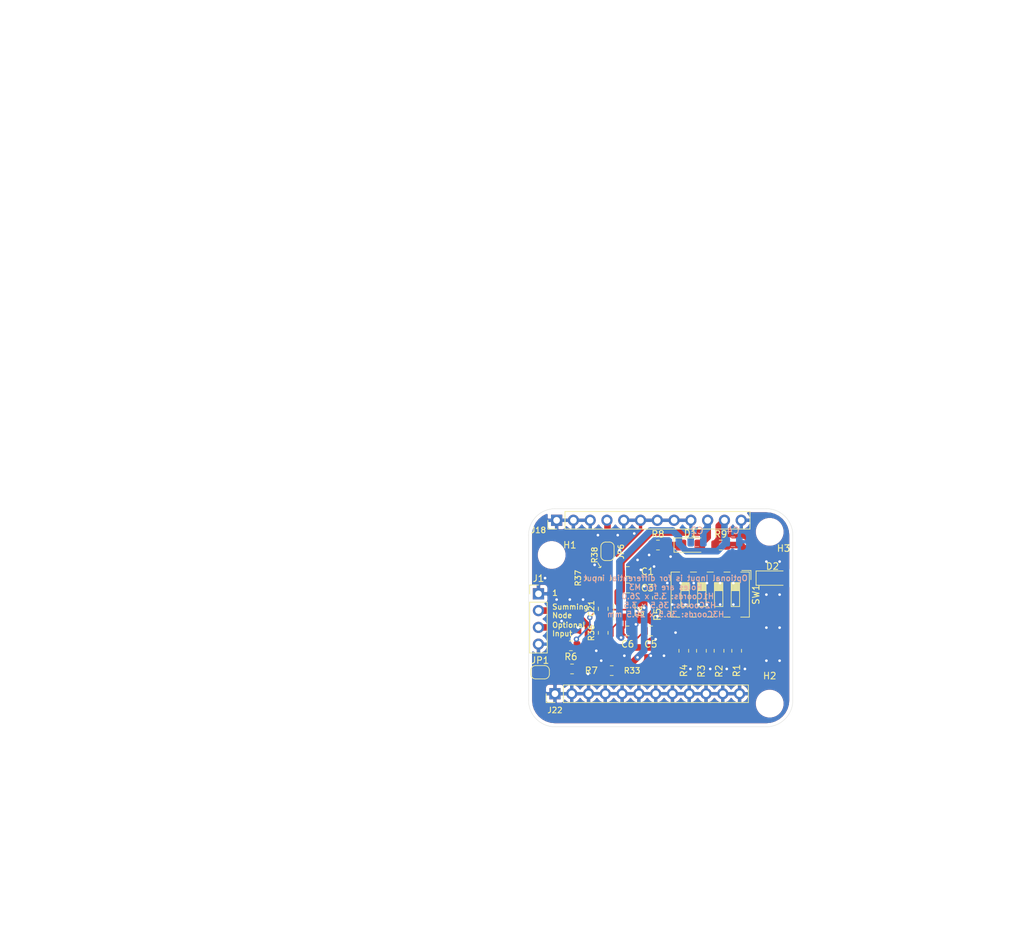
<source format=kicad_pcb>
(kicad_pcb (version 20171130) (host pcbnew "(5.1.9)-1")

  (general
    (thickness 1.6)
    (drawings 15)
    (tracks 188)
    (zones 0)
    (modules 32)
    (nets 19)
  )

  (page A4)
  (layers
    (0 F.Cu signal)
    (31 B.Cu signal)
    (32 B.Adhes user)
    (33 F.Adhes user)
    (34 B.Paste user)
    (35 F.Paste user)
    (36 B.SilkS user)
    (37 F.SilkS user)
    (38 B.Mask user)
    (39 F.Mask user)
    (40 Dwgs.User user)
    (41 Cmts.User user)
    (42 Eco1.User user)
    (43 Eco2.User user)
    (44 Edge.Cuts user)
    (45 Margin user)
    (46 B.CrtYd user hide)
    (47 F.CrtYd user)
    (48 B.Fab user hide)
    (49 F.Fab user hide)
  )

  (setup
    (last_trace_width 0.25)
    (user_trace_width 1)
    (trace_clearance 0.2)
    (zone_clearance 0.508)
    (zone_45_only yes)
    (trace_min 0.2)
    (via_size 0.8)
    (via_drill 0.4)
    (via_min_size 0.4)
    (via_min_drill 0.3)
    (uvia_size 0.3)
    (uvia_drill 0.1)
    (uvias_allowed no)
    (uvia_min_size 0.2)
    (uvia_min_drill 0.1)
    (edge_width 0.05)
    (segment_width 0.2)
    (pcb_text_width 0.3)
    (pcb_text_size 1.5 1.5)
    (mod_edge_width 0.12)
    (mod_text_size 0.85 0.85)
    (mod_text_width 0.15)
    (pad_size 1.524 1.524)
    (pad_drill 0.762)
    (pad_to_mask_clearance 0)
    (aux_axis_origin 0 0)
    (visible_elements 7FFFFFFF)
    (pcbplotparams
      (layerselection 0x010fc_ffffffff)
      (usegerberextensions false)
      (usegerberattributes true)
      (usegerberadvancedattributes true)
      (creategerberjobfile true)
      (excludeedgelayer true)
      (linewidth 0.100000)
      (plotframeref false)
      (viasonmask false)
      (mode 1)
      (useauxorigin false)
      (hpglpennumber 1)
      (hpglpenspeed 20)
      (hpglpendiameter 15.000000)
      (psnegative false)
      (psa4output false)
      (plotreference true)
      (plotvalue true)
      (plotinvisibletext false)
      (padsonsilk false)
      (subtractmaskfromsilk false)
      (outputformat 1)
      (mirror false)
      (drillshape 0)
      (scaleselection 1)
      (outputdirectory "Modular_Preamp_Summing_gerbV1/"))
  )

  (net 0 "")
  (net 1 GND)
  (net 2 +5V)
  (net 3 -5V)
  (net 4 Sum)
  (net 5 "Net-(C21-Pad2)")
  (net 6 "Net-(C21-Pad1)")
  (net 7 SumOut)
  (net 8 "Net-(JP6-Pad1)")
  (net 9 "Net-(R1-Pad2)")
  (net 10 "Net-(R1-Pad1)")
  (net 11 "Net-(R2-Pad2)")
  (net 12 "Net-(R3-Pad2)")
  (net 13 "Net-(R4-Pad2)")
  (net 14 "Net-(R33-Pad1)")
  (net 15 "Net-(D1-Pad1)")
  (net 16 "Net-(D2-Pad1)")
  (net 17 Optional_In+)
  (net 18 "Net-(R6-Pad1)")

  (net_class Default "This is the default net class."
    (clearance 0.2)
    (trace_width 0.25)
    (via_dia 0.8)
    (via_drill 0.4)
    (uvia_dia 0.3)
    (uvia_drill 0.1)
    (add_net +5V)
    (add_net -5V)
    (add_net GND)
    (add_net "Net-(C21-Pad1)")
    (add_net "Net-(C21-Pad2)")
    (add_net "Net-(D1-Pad1)")
    (add_net "Net-(D2-Pad1)")
    (add_net "Net-(JP6-Pad1)")
    (add_net "Net-(R1-Pad1)")
    (add_net "Net-(R1-Pad2)")
    (add_net "Net-(R2-Pad2)")
    (add_net "Net-(R3-Pad2)")
    (add_net "Net-(R33-Pad1)")
    (add_net "Net-(R4-Pad2)")
    (add_net "Net-(R6-Pad1)")
    (add_net Optional_In+)
    (add_net Sum)
    (add_net SumOut)
  )

  (module MountingHole:MountingHole_3.2mm_M3 (layer F.Cu) (tedit 56D1B4CB) (tstamp 61690801)
    (at 181.5 90.5)
    (descr "Mounting Hole 3.2mm, no annular, M3")
    (tags "mounting hole 3.2mm no annular m3")
    (path /61905447)
    (attr virtual)
    (fp_text reference H3 (at 2.1 2.5) (layer F.SilkS)
      (effects (font (size 1 1) (thickness 0.15)))
    )
    (fp_text value MountingHole (at 0 4.2) (layer F.Fab)
      (effects (font (size 1 1) (thickness 0.15)))
    )
    (fp_circle (center 0 0) (end 3.45 0) (layer F.CrtYd) (width 0.05))
    (fp_circle (center 0 0) (end 3.2 0) (layer Cmts.User) (width 0.15))
    (fp_text user %R (at 0.3 0) (layer F.Fab)
      (effects (font (size 1 1) (thickness 0.15)))
    )
    (pad 1 np_thru_hole circle (at 0 0) (size 3.2 3.2) (drill 3.2) (layers *.Cu *.Mask))
  )

  (module MountingHole:MountingHole_3.2mm_M3 (layer F.Cu) (tedit 56D1B4CB) (tstamp 61690825)
    (at 181.5 116.5)
    (descr "Mounting Hole 3.2mm, no annular, M3")
    (tags "mounting hole 3.2mm no annular m3")
    (path /619051B6)
    (attr virtual)
    (fp_text reference H2 (at 0 -4.2) (layer F.SilkS)
      (effects (font (size 1 1) (thickness 0.15)))
    )
    (fp_text value MountingHole (at 0 4.2) (layer F.Fab)
      (effects (font (size 1 1) (thickness 0.15)))
    )
    (fp_circle (center 0 0) (end 3.45 0) (layer F.CrtYd) (width 0.05))
    (fp_circle (center 0 0) (end 3.2 0) (layer Cmts.User) (width 0.15))
    (fp_text user %R (at 0.3 0) (layer F.Fab)
      (effects (font (size 1 1) (thickness 0.15)))
    )
    (pad 1 np_thru_hole circle (at 0 0) (size 3.2 3.2) (drill 3.2) (layers *.Cu *.Mask))
  )

  (module MountingHole:MountingHole_3.2mm_M3 (layer F.Cu) (tedit 56D1B4CB) (tstamp 61690348)
    (at 148.5 94)
    (descr "Mounting Hole 3.2mm, no annular, M3")
    (tags "mounting hole 3.2mm no annular m3")
    (path /61904DAB)
    (attr virtual)
    (fp_text reference H1 (at 2.75 -1.5) (layer F.SilkS)
      (effects (font (size 1 1) (thickness 0.15)))
    )
    (fp_text value MountingHole (at 0 4.2) (layer F.Fab)
      (effects (font (size 1 1) (thickness 0.15)))
    )
    (fp_circle (center 0 0) (end 3.45 0) (layer F.CrtYd) (width 0.05))
    (fp_circle (center 0 0) (end 3.2 0) (layer Cmts.User) (width 0.15))
    (fp_text user %R (at 0.3 0) (layer F.Fab)
      (effects (font (size 1 1) (thickness 0.15)))
    )
    (pad 1 np_thru_hole circle (at 0 0) (size 3.2 3.2) (drill 3.2) (layers *.Cu *.Mask))
  )

  (module Jumper:SolderJumper-2_P1.3mm_Open_RoundedPad1.0x1.5mm (layer F.Cu) (tedit 5B391E66) (tstamp 6168F545)
    (at 146.75 111.75)
    (descr "SMD Solder Jumper, 1x1.5mm, rounded Pads, 0.3mm gap, open")
    (tags "solder jumper open")
    (path /618F3E3F)
    (attr virtual)
    (fp_text reference JP1 (at 0 -1.8) (layer F.SilkS)
      (effects (font (size 1 1) (thickness 0.15)))
    )
    (fp_text value SolderJumper_2_Open (at 0 1.9) (layer F.Fab)
      (effects (font (size 1 1) (thickness 0.15)))
    )
    (fp_line (start 1.65 1.25) (end -1.65 1.25) (layer F.CrtYd) (width 0.05))
    (fp_line (start 1.65 1.25) (end 1.65 -1.25) (layer F.CrtYd) (width 0.05))
    (fp_line (start -1.65 -1.25) (end -1.65 1.25) (layer F.CrtYd) (width 0.05))
    (fp_line (start -1.65 -1.25) (end 1.65 -1.25) (layer F.CrtYd) (width 0.05))
    (fp_line (start -0.7 -1) (end 0.7 -1) (layer F.SilkS) (width 0.12))
    (fp_line (start 1.4 -0.3) (end 1.4 0.3) (layer F.SilkS) (width 0.12))
    (fp_line (start 0.7 1) (end -0.7 1) (layer F.SilkS) (width 0.12))
    (fp_line (start -1.4 0.3) (end -1.4 -0.3) (layer F.SilkS) (width 0.12))
    (fp_arc (start -0.7 -0.3) (end -0.7 -1) (angle -90) (layer F.SilkS) (width 0.12))
    (fp_arc (start -0.7 0.3) (end -1.4 0.3) (angle -90) (layer F.SilkS) (width 0.12))
    (fp_arc (start 0.7 0.3) (end 0.7 1) (angle -90) (layer F.SilkS) (width 0.12))
    (fp_arc (start 0.7 -0.3) (end 1.4 -0.3) (angle -90) (layer F.SilkS) (width 0.12))
    (pad 2 smd custom (at 0.65 0) (size 1 0.5) (layers F.Cu F.Mask)
      (net 17 Optional_In+) (zone_connect 2)
      (options (clearance outline) (anchor rect))
      (primitives
        (gr_circle (center 0 0.25) (end 0.5 0.25) (width 0))
        (gr_circle (center 0 -0.25) (end 0.5 -0.25) (width 0))
        (gr_poly (pts
           (xy 0 -0.75) (xy -0.5 -0.75) (xy -0.5 0.75) (xy 0 0.75)) (width 0))
      ))
    (pad 1 smd custom (at -0.65 0) (size 1 0.5) (layers F.Cu F.Mask)
      (net 1 GND) (zone_connect 2)
      (options (clearance outline) (anchor rect))
      (primitives
        (gr_circle (center 0 0.25) (end 0.5 0.25) (width 0))
        (gr_circle (center 0 -0.25) (end 0.5 -0.25) (width 0))
        (gr_poly (pts
           (xy 0 -0.75) (xy 0.5 -0.75) (xy 0.5 0.75) (xy 0 0.75)) (width 0))
      ))
  )

  (module Resistor_SMD:R_0805_2012Metric (layer F.Cu) (tedit 5F68FEEE) (tstamp 6168D19E)
    (at 174.0875 92.5)
    (descr "Resistor SMD 0805 (2012 Metric), square (rectangular) end terminal, IPC_7351 nominal, (Body size source: IPC-SM-782 page 72, https://www.pcb-3d.com/wordpress/wp-content/uploads/ipc-sm-782a_amendment_1_and_2.pdf), generated with kicad-footprint-generator")
    (tags resistor)
    (path /618C09BC)
    (attr smd)
    (fp_text reference R9 (at 0 -1.65) (layer F.SilkS)
      (effects (font (size 1 1) (thickness 0.15)))
    )
    (fp_text value 1k (at 0 1.65) (layer F.Fab)
      (effects (font (size 1 1) (thickness 0.15)))
    )
    (fp_line (start 1.68 0.95) (end -1.68 0.95) (layer F.CrtYd) (width 0.05))
    (fp_line (start 1.68 -0.95) (end 1.68 0.95) (layer F.CrtYd) (width 0.05))
    (fp_line (start -1.68 -0.95) (end 1.68 -0.95) (layer F.CrtYd) (width 0.05))
    (fp_line (start -1.68 0.95) (end -1.68 -0.95) (layer F.CrtYd) (width 0.05))
    (fp_line (start -0.227064 0.735) (end 0.227064 0.735) (layer F.SilkS) (width 0.12))
    (fp_line (start -0.227064 -0.735) (end 0.227064 -0.735) (layer F.SilkS) (width 0.12))
    (fp_line (start 1 0.625) (end -1 0.625) (layer F.Fab) (width 0.1))
    (fp_line (start 1 -0.625) (end 1 0.625) (layer F.Fab) (width 0.1))
    (fp_line (start -1 -0.625) (end 1 -0.625) (layer F.Fab) (width 0.1))
    (fp_line (start -1 0.625) (end -1 -0.625) (layer F.Fab) (width 0.1))
    (fp_text user %R (at 0 0) (layer F.Fab)
      (effects (font (size 0.5 0.5) (thickness 0.08)))
    )
    (pad 2 smd roundrect (at 0.9125 0) (size 1.025 1.4) (layers F.Cu F.Paste F.Mask) (roundrect_rratio 0.2439014634146341)
      (net 16 "Net-(D2-Pad1)"))
    (pad 1 smd roundrect (at -0.9125 0) (size 1.025 1.4) (layers F.Cu F.Paste F.Mask) (roundrect_rratio 0.2439014634146341)
      (net 3 -5V))
    (model ${KISYS3DMOD}/Resistor_SMD.3dshapes/R_0805_2012Metric.wrl
      (at (xyz 0 0 0))
      (scale (xyz 1 1 1))
      (rotate (xyz 0 0 0))
    )
  )

  (module Resistor_SMD:R_0805_2012Metric (layer F.Cu) (tedit 5F68FEEE) (tstamp 6168D18D)
    (at 164.5875 92.5)
    (descr "Resistor SMD 0805 (2012 Metric), square (rectangular) end terminal, IPC_7351 nominal, (Body size source: IPC-SM-782 page 72, https://www.pcb-3d.com/wordpress/wp-content/uploads/ipc-sm-782a_amendment_1_and_2.pdf), generated with kicad-footprint-generator")
    (tags resistor)
    (path /618BF3C8)
    (attr smd)
    (fp_text reference R8 (at 0 -1.65) (layer F.SilkS)
      (effects (font (size 1 1) (thickness 0.15)))
    )
    (fp_text value 1k (at 0 1.65) (layer F.Fab)
      (effects (font (size 1 1) (thickness 0.15)))
    )
    (fp_line (start 1.68 0.95) (end -1.68 0.95) (layer F.CrtYd) (width 0.05))
    (fp_line (start 1.68 -0.95) (end 1.68 0.95) (layer F.CrtYd) (width 0.05))
    (fp_line (start -1.68 -0.95) (end 1.68 -0.95) (layer F.CrtYd) (width 0.05))
    (fp_line (start -1.68 0.95) (end -1.68 -0.95) (layer F.CrtYd) (width 0.05))
    (fp_line (start -0.227064 0.735) (end 0.227064 0.735) (layer F.SilkS) (width 0.12))
    (fp_line (start -0.227064 -0.735) (end 0.227064 -0.735) (layer F.SilkS) (width 0.12))
    (fp_line (start 1 0.625) (end -1 0.625) (layer F.Fab) (width 0.1))
    (fp_line (start 1 -0.625) (end 1 0.625) (layer F.Fab) (width 0.1))
    (fp_line (start -1 -0.625) (end 1 -0.625) (layer F.Fab) (width 0.1))
    (fp_line (start -1 0.625) (end -1 -0.625) (layer F.Fab) (width 0.1))
    (fp_text user %R (at 0 0) (layer F.Fab)
      (effects (font (size 0.5 0.5) (thickness 0.08)))
    )
    (pad 2 smd roundrect (at 0.9125 0) (size 1.025 1.4) (layers F.Cu F.Paste F.Mask) (roundrect_rratio 0.2439014634146341)
      (net 15 "Net-(D1-Pad1)"))
    (pad 1 smd roundrect (at -0.9125 0) (size 1.025 1.4) (layers F.Cu F.Paste F.Mask) (roundrect_rratio 0.2439014634146341)
      (net 1 GND))
    (model ${KISYS3DMOD}/Resistor_SMD.3dshapes/R_0805_2012Metric.wrl
      (at (xyz 0 0 0))
      (scale (xyz 1 1 1))
      (rotate (xyz 0 0 0))
    )
  )

  (module Resistor_SMD:R_0805_2012Metric (layer F.Cu) (tedit 5F68FEEE) (tstamp 6168EE2D)
    (at 151.5875 111.25 180)
    (descr "Resistor SMD 0805 (2012 Metric), square (rectangular) end terminal, IPC_7351 nominal, (Body size source: IPC-SM-782 page 72, https://www.pcb-3d.com/wordpress/wp-content/uploads/ipc-sm-782a_amendment_1_and_2.pdf), generated with kicad-footprint-generator")
    (tags resistor)
    (path /618B73DB)
    (attr smd)
    (fp_text reference R7 (at -2.9125 -0.25) (layer F.SilkS)
      (effects (font (size 1 1) (thickness 0.15)))
    )
    (fp_text value 47k (at 0 1.65) (layer F.Fab)
      (effects (font (size 1 1) (thickness 0.15)))
    )
    (fp_line (start 1.68 0.95) (end -1.68 0.95) (layer F.CrtYd) (width 0.05))
    (fp_line (start 1.68 -0.95) (end 1.68 0.95) (layer F.CrtYd) (width 0.05))
    (fp_line (start -1.68 -0.95) (end 1.68 -0.95) (layer F.CrtYd) (width 0.05))
    (fp_line (start -1.68 0.95) (end -1.68 -0.95) (layer F.CrtYd) (width 0.05))
    (fp_line (start -0.227064 0.735) (end 0.227064 0.735) (layer F.SilkS) (width 0.12))
    (fp_line (start -0.227064 -0.735) (end 0.227064 -0.735) (layer F.SilkS) (width 0.12))
    (fp_line (start 1 0.625) (end -1 0.625) (layer F.Fab) (width 0.1))
    (fp_line (start 1 -0.625) (end 1 0.625) (layer F.Fab) (width 0.1))
    (fp_line (start -1 -0.625) (end 1 -0.625) (layer F.Fab) (width 0.1))
    (fp_line (start -1 0.625) (end -1 -0.625) (layer F.Fab) (width 0.1))
    (fp_text user %R (at 0 0) (layer F.Fab)
      (effects (font (size 0.5 0.5) (thickness 0.08)))
    )
    (pad 2 smd roundrect (at 0.9125 0 180) (size 1.025 1.4) (layers F.Cu F.Paste F.Mask) (roundrect_rratio 0.2439014634146341)
      (net 1 GND))
    (pad 1 smd roundrect (at -0.9125 0 180) (size 1.025 1.4) (layers F.Cu F.Paste F.Mask) (roundrect_rratio 0.2439014634146341)
      (net 18 "Net-(R6-Pad1)"))
    (model ${KISYS3DMOD}/Resistor_SMD.3dshapes/R_0805_2012Metric.wrl
      (at (xyz 0 0 0))
      (scale (xyz 1 1 1))
      (rotate (xyz 0 0 0))
    )
  )

  (module Resistor_SMD:R_0805_2012Metric (layer F.Cu) (tedit 5F68FEEE) (tstamp 6168D16B)
    (at 151.4125 107.75 180)
    (descr "Resistor SMD 0805 (2012 Metric), square (rectangular) end terminal, IPC_7351 nominal, (Body size source: IPC-SM-782 page 72, https://www.pcb-3d.com/wordpress/wp-content/uploads/ipc-sm-782a_amendment_1_and_2.pdf), generated with kicad-footprint-generator")
    (tags resistor)
    (path /618B4FA5)
    (attr smd)
    (fp_text reference R6 (at 0 -1.65) (layer F.SilkS)
      (effects (font (size 1 1) (thickness 0.15)))
    )
    (fp_text value 47 (at 0 1.65) (layer F.Fab)
      (effects (font (size 1 1) (thickness 0.15)))
    )
    (fp_line (start 1.68 0.95) (end -1.68 0.95) (layer F.CrtYd) (width 0.05))
    (fp_line (start 1.68 -0.95) (end 1.68 0.95) (layer F.CrtYd) (width 0.05))
    (fp_line (start -1.68 -0.95) (end 1.68 -0.95) (layer F.CrtYd) (width 0.05))
    (fp_line (start -1.68 0.95) (end -1.68 -0.95) (layer F.CrtYd) (width 0.05))
    (fp_line (start -0.227064 0.735) (end 0.227064 0.735) (layer F.SilkS) (width 0.12))
    (fp_line (start -0.227064 -0.735) (end 0.227064 -0.735) (layer F.SilkS) (width 0.12))
    (fp_line (start 1 0.625) (end -1 0.625) (layer F.Fab) (width 0.1))
    (fp_line (start 1 -0.625) (end 1 0.625) (layer F.Fab) (width 0.1))
    (fp_line (start -1 -0.625) (end 1 -0.625) (layer F.Fab) (width 0.1))
    (fp_line (start -1 0.625) (end -1 -0.625) (layer F.Fab) (width 0.1))
    (fp_text user %R (at 0 0) (layer F.Fab)
      (effects (font (size 0.5 0.5) (thickness 0.08)))
    )
    (pad 2 smd roundrect (at 0.9125 0 180) (size 1.025 1.4) (layers F.Cu F.Paste F.Mask) (roundrect_rratio 0.2439014634146341)
      (net 17 Optional_In+))
    (pad 1 smd roundrect (at -0.9125 0 180) (size 1.025 1.4) (layers F.Cu F.Paste F.Mask) (roundrect_rratio 0.2439014634146341)
      (net 18 "Net-(R6-Pad1)"))
    (model ${KISYS3DMOD}/Resistor_SMD.3dshapes/R_0805_2012Metric.wrl
      (at (xyz 0 0 0))
      (scale (xyz 1 1 1))
      (rotate (xyz 0 0 0))
    )
  )

  (module Connector_PinHeader_2.54mm:PinHeader_1x04_P2.54mm_Vertical (layer F.Cu) (tedit 59FED5CC) (tstamp 6168D02C)
    (at 146.5 99.88)
    (descr "Through hole straight pin header, 1x04, 2.54mm pitch, single row")
    (tags "Through hole pin header THT 1x04 2.54mm single row")
    (path /610B310B/618B2CBA)
    (fp_text reference J1 (at 0 -2.33) (layer F.SilkS)
      (effects (font (size 1 1) (thickness 0.15)))
    )
    (fp_text value Conn_01x04_Male (at 0 9.95) (layer F.Fab)
      (effects (font (size 1 1) (thickness 0.15)))
    )
    (fp_line (start 1.8 -1.8) (end -1.8 -1.8) (layer F.CrtYd) (width 0.05))
    (fp_line (start 1.8 9.4) (end 1.8 -1.8) (layer F.CrtYd) (width 0.05))
    (fp_line (start -1.8 9.4) (end 1.8 9.4) (layer F.CrtYd) (width 0.05))
    (fp_line (start -1.8 -1.8) (end -1.8 9.4) (layer F.CrtYd) (width 0.05))
    (fp_line (start -1.33 -1.33) (end 0 -1.33) (layer F.SilkS) (width 0.12))
    (fp_line (start -1.33 0) (end -1.33 -1.33) (layer F.SilkS) (width 0.12))
    (fp_line (start -1.33 1.27) (end 1.33 1.27) (layer F.SilkS) (width 0.12))
    (fp_line (start 1.33 1.27) (end 1.33 8.95) (layer F.SilkS) (width 0.12))
    (fp_line (start -1.33 1.27) (end -1.33 8.95) (layer F.SilkS) (width 0.12))
    (fp_line (start -1.33 8.95) (end 1.33 8.95) (layer F.SilkS) (width 0.12))
    (fp_line (start -1.27 -0.635) (end -0.635 -1.27) (layer F.Fab) (width 0.1))
    (fp_line (start -1.27 8.89) (end -1.27 -0.635) (layer F.Fab) (width 0.1))
    (fp_line (start 1.27 8.89) (end -1.27 8.89) (layer F.Fab) (width 0.1))
    (fp_line (start 1.27 -1.27) (end 1.27 8.89) (layer F.Fab) (width 0.1))
    (fp_line (start -0.635 -1.27) (end 1.27 -1.27) (layer F.Fab) (width 0.1))
    (fp_text user %R (at 0 3.81 90) (layer F.Fab)
      (effects (font (size 1 1) (thickness 0.15)))
    )
    (pad 4 thru_hole oval (at 0 7.62) (size 1.7 1.7) (drill 1) (layers *.Cu *.Mask)
      (net 1 GND))
    (pad 3 thru_hole oval (at 0 5.08) (size 1.7 1.7) (drill 1) (layers *.Cu *.Mask)
      (net 17 Optional_In+))
    (pad 2 thru_hole oval (at 0 2.54) (size 1.7 1.7) (drill 1) (layers *.Cu *.Mask)
      (net 4 Sum))
    (pad 1 thru_hole rect (at 0 0) (size 1.7 1.7) (drill 1) (layers *.Cu *.Mask)
      (net 1 GND))
    (model ${KISYS3DMOD}/Connector_PinHeader_2.54mm.3dshapes/PinHeader_1x04_P2.54mm_Vertical.wrl
      (at (xyz 0 0 0))
      (scale (xyz 1 1 1))
      (rotate (xyz 0 0 0))
    )
  )

  (module LED_SMD:LED_1206_3216Metric_Castellated (layer F.Cu) (tedit 5F68FEF1) (tstamp 6168D014)
    (at 181.925 97.5)
    (descr "LED SMD 1206 (3216 Metric), castellated end terminal, IPC_7351 nominal, (Body size source: http://www.tortai-tech.com/upload/download/2011102023233369053.pdf), generated with kicad-footprint-generator")
    (tags "LED castellated")
    (path /618C09B6)
    (attr smd)
    (fp_text reference D2 (at 0 -1.78) (layer F.SilkS)
      (effects (font (size 1 1) (thickness 0.15)))
    )
    (fp_text value LED (at 0 1.78) (layer F.Fab)
      (effects (font (size 1 1) (thickness 0.15)))
    )
    (fp_line (start 2.48 1.08) (end -2.48 1.08) (layer F.CrtYd) (width 0.05))
    (fp_line (start 2.48 -1.08) (end 2.48 1.08) (layer F.CrtYd) (width 0.05))
    (fp_line (start -2.48 -1.08) (end 2.48 -1.08) (layer F.CrtYd) (width 0.05))
    (fp_line (start -2.48 1.08) (end -2.48 -1.08) (layer F.CrtYd) (width 0.05))
    (fp_line (start -2.485 1.085) (end 1.6 1.085) (layer F.SilkS) (width 0.12))
    (fp_line (start -2.485 -1.085) (end -2.485 1.085) (layer F.SilkS) (width 0.12))
    (fp_line (start 1.6 -1.085) (end -2.485 -1.085) (layer F.SilkS) (width 0.12))
    (fp_line (start 1.6 0.8) (end 1.6 -0.8) (layer F.Fab) (width 0.1))
    (fp_line (start -1.6 0.8) (end 1.6 0.8) (layer F.Fab) (width 0.1))
    (fp_line (start -1.6 -0.4) (end -1.6 0.8) (layer F.Fab) (width 0.1))
    (fp_line (start -1.2 -0.8) (end -1.6 -0.4) (layer F.Fab) (width 0.1))
    (fp_line (start 1.6 -0.8) (end -1.2 -0.8) (layer F.Fab) (width 0.1))
    (fp_text user %R (at 0 0) (layer F.Fab)
      (effects (font (size 0.8 0.8) (thickness 0.12)))
    )
    (pad 2 smd roundrect (at 1.425 0) (size 1.6 1.65) (layers F.Cu F.Paste F.Mask) (roundrect_rratio 0.15625)
      (net 1 GND))
    (pad 1 smd roundrect (at -1.425 0) (size 1.6 1.65) (layers F.Cu F.Paste F.Mask) (roundrect_rratio 0.15625)
      (net 16 "Net-(D2-Pad1)"))
    (model ${KISYS3DMOD}/LED_SMD.3dshapes/LED_1206_3216Metric_Castellated.wrl
      (at (xyz 0 0 0))
      (scale (xyz 1 1 1))
      (rotate (xyz 0 0 0))
    )
  )

  (module LED_SMD:LED_1206_3216Metric_Castellated (layer F.Cu) (tedit 5F68FEF1) (tstamp 6168DB2B)
    (at 169.5 92.5)
    (descr "LED SMD 1206 (3216 Metric), castellated end terminal, IPC_7351 nominal, (Body size source: http://www.tortai-tech.com/upload/download/2011102023233369053.pdf), generated with kicad-footprint-generator")
    (tags "LED castellated")
    (path /618BE9F2)
    (attr smd)
    (fp_text reference D1 (at 0 -1.78) (layer F.SilkS)
      (effects (font (size 1 1) (thickness 0.15)))
    )
    (fp_text value LED (at 0 1.78) (layer F.Fab)
      (effects (font (size 1 1) (thickness 0.15)))
    )
    (fp_line (start 2.48 1.08) (end -2.48 1.08) (layer F.CrtYd) (width 0.05))
    (fp_line (start 2.48 -1.08) (end 2.48 1.08) (layer F.CrtYd) (width 0.05))
    (fp_line (start -2.48 -1.08) (end 2.48 -1.08) (layer F.CrtYd) (width 0.05))
    (fp_line (start -2.48 1.08) (end -2.48 -1.08) (layer F.CrtYd) (width 0.05))
    (fp_line (start -2.485 1.085) (end 1.6 1.085) (layer F.SilkS) (width 0.12))
    (fp_line (start -2.485 -1.085) (end -2.485 1.085) (layer F.SilkS) (width 0.12))
    (fp_line (start 1.6 -1.085) (end -2.485 -1.085) (layer F.SilkS) (width 0.12))
    (fp_line (start 1.6 0.8) (end 1.6 -0.8) (layer F.Fab) (width 0.1))
    (fp_line (start -1.6 0.8) (end 1.6 0.8) (layer F.Fab) (width 0.1))
    (fp_line (start -1.6 -0.4) (end -1.6 0.8) (layer F.Fab) (width 0.1))
    (fp_line (start -1.2 -0.8) (end -1.6 -0.4) (layer F.Fab) (width 0.1))
    (fp_line (start 1.6 -0.8) (end -1.2 -0.8) (layer F.Fab) (width 0.1))
    (fp_text user %R (at 0 0) (layer F.Fab)
      (effects (font (size 0.8 0.8) (thickness 0.12)))
    )
    (pad 2 smd roundrect (at 1.425 0) (size 1.6 1.65) (layers F.Cu F.Paste F.Mask) (roundrect_rratio 0.15625)
      (net 2 +5V))
    (pad 1 smd roundrect (at -1.425 0) (size 1.6 1.65) (layers F.Cu F.Paste F.Mask) (roundrect_rratio 0.15625)
      (net 15 "Net-(D1-Pad1)"))
    (model ${KISYS3DMOD}/LED_SMD.3dshapes/LED_1206_3216Metric_Castellated.wrl
      (at (xyz 0 0 0))
      (scale (xyz 1 1 1))
      (rotate (xyz 0 0 0))
    )
  )

  (module Capacitor_SMD:C_0805_2012Metric (layer F.Cu) (tedit 5F68FEEE) (tstamp 6168CFCE)
    (at 159.95 105.5 180)
    (descr "Capacitor SMD 0805 (2012 Metric), square (rectangular) end terminal, IPC_7351 nominal, (Body size source: IPC-SM-782 page 76, https://www.pcb-3d.com/wordpress/wp-content/uploads/ipc-sm-782a_amendment_1_and_2.pdf, https://docs.google.com/spreadsheets/d/1BsfQQcO9C6DZCsRaXUlFlo91Tg2WpOkGARC1WS5S8t0/edit?usp=sharing), generated with kicad-footprint-generator")
    (tags capacitor)
    (path /618C9362)
    (attr smd)
    (fp_text reference C6 (at -0.05 -2) (layer F.SilkS)
      (effects (font (size 1 1) (thickness 0.15)))
    )
    (fp_text value 10n (at 0 1.68) (layer F.Fab)
      (effects (font (size 1 1) (thickness 0.15)))
    )
    (fp_line (start 1.7 0.98) (end -1.7 0.98) (layer F.CrtYd) (width 0.05))
    (fp_line (start 1.7 -0.98) (end 1.7 0.98) (layer F.CrtYd) (width 0.05))
    (fp_line (start -1.7 -0.98) (end 1.7 -0.98) (layer F.CrtYd) (width 0.05))
    (fp_line (start -1.7 0.98) (end -1.7 -0.98) (layer F.CrtYd) (width 0.05))
    (fp_line (start -0.261252 0.735) (end 0.261252 0.735) (layer F.SilkS) (width 0.12))
    (fp_line (start -0.261252 -0.735) (end 0.261252 -0.735) (layer F.SilkS) (width 0.12))
    (fp_line (start 1 0.625) (end -1 0.625) (layer F.Fab) (width 0.1))
    (fp_line (start 1 -0.625) (end 1 0.625) (layer F.Fab) (width 0.1))
    (fp_line (start -1 -0.625) (end 1 -0.625) (layer F.Fab) (width 0.1))
    (fp_line (start -1 0.625) (end -1 -0.625) (layer F.Fab) (width 0.1))
    (fp_text user %R (at 0 0) (layer F.Fab)
      (effects (font (size 0.5 0.5) (thickness 0.08)))
    )
    (pad 2 smd roundrect (at 0.95 0 180) (size 1 1.45) (layers F.Cu F.Paste F.Mask) (roundrect_rratio 0.25)
      (net 3 -5V))
    (pad 1 smd roundrect (at -0.95 0 180) (size 1 1.45) (layers F.Cu F.Paste F.Mask) (roundrect_rratio 0.25)
      (net 1 GND))
    (model ${KISYS3DMOD}/Capacitor_SMD.3dshapes/C_0805_2012Metric.wrl
      (at (xyz 0 0 0))
      (scale (xyz 1 1 1))
      (rotate (xyz 0 0 0))
    )
  )

  (module Capacitor_SMD:C_0805_2012Metric (layer F.Cu) (tedit 5F68FEEE) (tstamp 6168CFBD)
    (at 163.5 105.5 180)
    (descr "Capacitor SMD 0805 (2012 Metric), square (rectangular) end terminal, IPC_7351 nominal, (Body size source: IPC-SM-782 page 76, https://www.pcb-3d.com/wordpress/wp-content/uploads/ipc-sm-782a_amendment_1_and_2.pdf, https://docs.google.com/spreadsheets/d/1BsfQQcO9C6DZCsRaXUlFlo91Tg2WpOkGARC1WS5S8t0/edit?usp=sharing), generated with kicad-footprint-generator")
    (tags capacitor)
    (path /618CA09D)
    (attr smd)
    (fp_text reference C5 (at 0 -2) (layer F.SilkS)
      (effects (font (size 1 1) (thickness 0.15)))
    )
    (fp_text value 100n (at 0 1.68) (layer F.Fab)
      (effects (font (size 1 1) (thickness 0.15)))
    )
    (fp_line (start 1.7 0.98) (end -1.7 0.98) (layer F.CrtYd) (width 0.05))
    (fp_line (start 1.7 -0.98) (end 1.7 0.98) (layer F.CrtYd) (width 0.05))
    (fp_line (start -1.7 -0.98) (end 1.7 -0.98) (layer F.CrtYd) (width 0.05))
    (fp_line (start -1.7 0.98) (end -1.7 -0.98) (layer F.CrtYd) (width 0.05))
    (fp_line (start -0.261252 0.735) (end 0.261252 0.735) (layer F.SilkS) (width 0.12))
    (fp_line (start -0.261252 -0.735) (end 0.261252 -0.735) (layer F.SilkS) (width 0.12))
    (fp_line (start 1 0.625) (end -1 0.625) (layer F.Fab) (width 0.1))
    (fp_line (start 1 -0.625) (end 1 0.625) (layer F.Fab) (width 0.1))
    (fp_line (start -1 -0.625) (end 1 -0.625) (layer F.Fab) (width 0.1))
    (fp_line (start -1 0.625) (end -1 -0.625) (layer F.Fab) (width 0.1))
    (fp_text user %R (at 0 0) (layer F.Fab)
      (effects (font (size 0.5 0.5) (thickness 0.08)))
    )
    (pad 2 smd roundrect (at 0.95 0 180) (size 1 1.45) (layers F.Cu F.Paste F.Mask) (roundrect_rratio 0.25)
      (net 3 -5V))
    (pad 1 smd roundrect (at -0.95 0 180) (size 1 1.45) (layers F.Cu F.Paste F.Mask) (roundrect_rratio 0.25)
      (net 1 GND))
    (model ${KISYS3DMOD}/Capacitor_SMD.3dshapes/C_0805_2012Metric.wrl
      (at (xyz 0 0 0))
      (scale (xyz 1 1 1))
      (rotate (xyz 0 0 0))
    )
  )

  (module Capacitor_SMD:C_0805_2012Metric (layer B.Cu) (tedit 5F68FEEE) (tstamp 6168CFAC)
    (at 175.95 92 180)
    (descr "Capacitor SMD 0805 (2012 Metric), square (rectangular) end terminal, IPC_7351 nominal, (Body size source: IPC-SM-782 page 76, https://www.pcb-3d.com/wordpress/wp-content/uploads/ipc-sm-782a_amendment_1_and_2.pdf, https://docs.google.com/spreadsheets/d/1BsfQQcO9C6DZCsRaXUlFlo91Tg2WpOkGARC1WS5S8t0/edit?usp=sharing), generated with kicad-footprint-generator")
    (tags capacitor)
    (path /618CA6D8)
    (attr smd)
    (fp_text reference C4 (at 0 1.68) (layer B.SilkS)
      (effects (font (size 1 1) (thickness 0.15)) (justify mirror))
    )
    (fp_text value 1u (at 0 -1.68) (layer B.Fab)
      (effects (font (size 1 1) (thickness 0.15)) (justify mirror))
    )
    (fp_line (start 1.7 -0.98) (end -1.7 -0.98) (layer B.CrtYd) (width 0.05))
    (fp_line (start 1.7 0.98) (end 1.7 -0.98) (layer B.CrtYd) (width 0.05))
    (fp_line (start -1.7 0.98) (end 1.7 0.98) (layer B.CrtYd) (width 0.05))
    (fp_line (start -1.7 -0.98) (end -1.7 0.98) (layer B.CrtYd) (width 0.05))
    (fp_line (start -0.261252 -0.735) (end 0.261252 -0.735) (layer B.SilkS) (width 0.12))
    (fp_line (start -0.261252 0.735) (end 0.261252 0.735) (layer B.SilkS) (width 0.12))
    (fp_line (start 1 -0.625) (end -1 -0.625) (layer B.Fab) (width 0.1))
    (fp_line (start 1 0.625) (end 1 -0.625) (layer B.Fab) (width 0.1))
    (fp_line (start -1 0.625) (end 1 0.625) (layer B.Fab) (width 0.1))
    (fp_line (start -1 -0.625) (end -1 0.625) (layer B.Fab) (width 0.1))
    (fp_text user %R (at 0 0) (layer B.Fab)
      (effects (font (size 0.5 0.5) (thickness 0.08)) (justify mirror))
    )
    (pad 2 smd roundrect (at 0.95 0 180) (size 1 1.45) (layers B.Cu B.Paste B.Mask) (roundrect_rratio 0.25)
      (net 3 -5V))
    (pad 1 smd roundrect (at -0.95 0 180) (size 1 1.45) (layers B.Cu B.Paste B.Mask) (roundrect_rratio 0.25)
      (net 1 GND))
    (model ${KISYS3DMOD}/Capacitor_SMD.3dshapes/C_0805_2012Metric.wrl
      (at (xyz 0 0 0))
      (scale (xyz 1 1 1))
      (rotate (xyz 0 0 0))
    )
  )

  (module Capacitor_SMD:C_0805_2012Metric (layer F.Cu) (tedit 5F68FEEE) (tstamp 6168CF9B)
    (at 160.05 99)
    (descr "Capacitor SMD 0805 (2012 Metric), square (rectangular) end terminal, IPC_7351 nominal, (Body size source: IPC-SM-782 page 76, https://www.pcb-3d.com/wordpress/wp-content/uploads/ipc-sm-782a_amendment_1_and_2.pdf, https://docs.google.com/spreadsheets/d/1BsfQQcO9C6DZCsRaXUlFlo91Tg2WpOkGARC1WS5S8t0/edit?usp=sharing), generated with kicad-footprint-generator")
    (tags capacitor)
    (path /618D3EF0)
    (attr smd)
    (fp_text reference C3 (at 2.95 0) (layer F.SilkS)
      (effects (font (size 1 1) (thickness 0.15)))
    )
    (fp_text value 10n (at 0 1.68) (layer F.Fab)
      (effects (font (size 1 1) (thickness 0.15)))
    )
    (fp_line (start 1.7 0.98) (end -1.7 0.98) (layer F.CrtYd) (width 0.05))
    (fp_line (start 1.7 -0.98) (end 1.7 0.98) (layer F.CrtYd) (width 0.05))
    (fp_line (start -1.7 -0.98) (end 1.7 -0.98) (layer F.CrtYd) (width 0.05))
    (fp_line (start -1.7 0.98) (end -1.7 -0.98) (layer F.CrtYd) (width 0.05))
    (fp_line (start -0.261252 0.735) (end 0.261252 0.735) (layer F.SilkS) (width 0.12))
    (fp_line (start -0.261252 -0.735) (end 0.261252 -0.735) (layer F.SilkS) (width 0.12))
    (fp_line (start 1 0.625) (end -1 0.625) (layer F.Fab) (width 0.1))
    (fp_line (start 1 -0.625) (end 1 0.625) (layer F.Fab) (width 0.1))
    (fp_line (start -1 -0.625) (end 1 -0.625) (layer F.Fab) (width 0.1))
    (fp_line (start -1 0.625) (end -1 -0.625) (layer F.Fab) (width 0.1))
    (fp_text user %R (at 0 0) (layer F.Fab)
      (effects (font (size 0.5 0.5) (thickness 0.08)))
    )
    (pad 2 smd roundrect (at 0.95 0) (size 1 1.45) (layers F.Cu F.Paste F.Mask) (roundrect_rratio 0.25)
      (net 1 GND))
    (pad 1 smd roundrect (at -0.95 0) (size 1 1.45) (layers F.Cu F.Paste F.Mask) (roundrect_rratio 0.25)
      (net 2 +5V))
    (model ${KISYS3DMOD}/Capacitor_SMD.3dshapes/C_0805_2012Metric.wrl
      (at (xyz 0 0 0))
      (scale (xyz 1 1 1))
      (rotate (xyz 0 0 0))
    )
  )

  (module Capacitor_SMD:C_0805_2012Metric (layer B.Cu) (tedit 5F68FEEE) (tstamp 6168CF8A)
    (at 170.5 92 180)
    (descr "Capacitor SMD 0805 (2012 Metric), square (rectangular) end terminal, IPC_7351 nominal, (Body size source: IPC-SM-782 page 76, https://www.pcb-3d.com/wordpress/wp-content/uploads/ipc-sm-782a_amendment_1_and_2.pdf, https://docs.google.com/spreadsheets/d/1BsfQQcO9C6DZCsRaXUlFlo91Tg2WpOkGARC1WS5S8t0/edit?usp=sharing), generated with kicad-footprint-generator")
    (tags capacitor)
    (path /618D3EF6)
    (attr smd)
    (fp_text reference C2 (at 0 1.68) (layer B.SilkS)
      (effects (font (size 1 1) (thickness 0.15)) (justify mirror))
    )
    (fp_text value 100n (at 0 -1.68) (layer B.Fab)
      (effects (font (size 1 1) (thickness 0.15)) (justify mirror))
    )
    (fp_line (start 1.7 -0.98) (end -1.7 -0.98) (layer B.CrtYd) (width 0.05))
    (fp_line (start 1.7 0.98) (end 1.7 -0.98) (layer B.CrtYd) (width 0.05))
    (fp_line (start -1.7 0.98) (end 1.7 0.98) (layer B.CrtYd) (width 0.05))
    (fp_line (start -1.7 -0.98) (end -1.7 0.98) (layer B.CrtYd) (width 0.05))
    (fp_line (start -0.261252 -0.735) (end 0.261252 -0.735) (layer B.SilkS) (width 0.12))
    (fp_line (start -0.261252 0.735) (end 0.261252 0.735) (layer B.SilkS) (width 0.12))
    (fp_line (start 1 -0.625) (end -1 -0.625) (layer B.Fab) (width 0.1))
    (fp_line (start 1 0.625) (end 1 -0.625) (layer B.Fab) (width 0.1))
    (fp_line (start -1 0.625) (end 1 0.625) (layer B.Fab) (width 0.1))
    (fp_line (start -1 -0.625) (end -1 0.625) (layer B.Fab) (width 0.1))
    (fp_text user %R (at 0 0) (layer B.Fab)
      (effects (font (size 0.5 0.5) (thickness 0.08)) (justify mirror))
    )
    (pad 2 smd roundrect (at 0.95 0 180) (size 1 1.45) (layers B.Cu B.Paste B.Mask) (roundrect_rratio 0.25)
      (net 1 GND))
    (pad 1 smd roundrect (at -0.95 0 180) (size 1 1.45) (layers B.Cu B.Paste B.Mask) (roundrect_rratio 0.25)
      (net 2 +5V))
    (model ${KISYS3DMOD}/Capacitor_SMD.3dshapes/C_0805_2012Metric.wrl
      (at (xyz 0 0 0))
      (scale (xyz 1 1 1))
      (rotate (xyz 0 0 0))
    )
  )

  (module Capacitor_SMD:C_0805_2012Metric (layer F.Cu) (tedit 5F68FEEE) (tstamp 6168CF79)
    (at 160 96.5)
    (descr "Capacitor SMD 0805 (2012 Metric), square (rectangular) end terminal, IPC_7351 nominal, (Body size source: IPC-SM-782 page 76, https://www.pcb-3d.com/wordpress/wp-content/uploads/ipc-sm-782a_amendment_1_and_2.pdf, https://docs.google.com/spreadsheets/d/1BsfQQcO9C6DZCsRaXUlFlo91Tg2WpOkGARC1WS5S8t0/edit?usp=sharing), generated with kicad-footprint-generator")
    (tags capacitor)
    (path /618D3EFC)
    (attr smd)
    (fp_text reference C1 (at 3 0) (layer F.SilkS)
      (effects (font (size 1 1) (thickness 0.15)))
    )
    (fp_text value 1u (at 0 1.68) (layer F.Fab)
      (effects (font (size 1 1) (thickness 0.15)))
    )
    (fp_line (start 1.7 0.98) (end -1.7 0.98) (layer F.CrtYd) (width 0.05))
    (fp_line (start 1.7 -0.98) (end 1.7 0.98) (layer F.CrtYd) (width 0.05))
    (fp_line (start -1.7 -0.98) (end 1.7 -0.98) (layer F.CrtYd) (width 0.05))
    (fp_line (start -1.7 0.98) (end -1.7 -0.98) (layer F.CrtYd) (width 0.05))
    (fp_line (start -0.261252 0.735) (end 0.261252 0.735) (layer F.SilkS) (width 0.12))
    (fp_line (start -0.261252 -0.735) (end 0.261252 -0.735) (layer F.SilkS) (width 0.12))
    (fp_line (start 1 0.625) (end -1 0.625) (layer F.Fab) (width 0.1))
    (fp_line (start 1 -0.625) (end 1 0.625) (layer F.Fab) (width 0.1))
    (fp_line (start -1 -0.625) (end 1 -0.625) (layer F.Fab) (width 0.1))
    (fp_line (start -1 0.625) (end -1 -0.625) (layer F.Fab) (width 0.1))
    (fp_text user %R (at 0 0) (layer F.Fab)
      (effects (font (size 0.5 0.5) (thickness 0.08)))
    )
    (pad 2 smd roundrect (at 0.95 0) (size 1 1.45) (layers F.Cu F.Paste F.Mask) (roundrect_rratio 0.25)
      (net 1 GND))
    (pad 1 smd roundrect (at -0.95 0) (size 1 1.45) (layers F.Cu F.Paste F.Mask) (roundrect_rratio 0.25)
      (net 2 +5V))
    (model ${KISYS3DMOD}/Capacitor_SMD.3dshapes/C_0805_2012Metric.wrl
      (at (xyz 0 0 0))
      (scale (xyz 1 1 1))
      (rotate (xyz 0 0 0))
    )
  )

  (module Resistor_SMD:R_0805_2012Metric (layer F.Cu) (tedit 5F68FEEE) (tstamp 6168DD87)
    (at 164.5 100.5 90)
    (descr "Resistor SMD 0805 (2012 Metric), square (rectangular) end terminal, IPC_7351 nominal, (Body size source: IPC-SM-782 page 72, https://www.pcb-3d.com/wordpress/wp-content/uploads/ipc-sm-782a_amendment_1_and_2.pdf), generated with kicad-footprint-generator")
    (tags resistor)
    (path /61896D18)
    (attr smd)
    (fp_text reference R5 (at -2.5 0 90) (layer F.SilkS)
      (effects (font (size 1 1) (thickness 0.15)))
    )
    (fp_text value 47k (at 0 1.65 90) (layer F.Fab)
      (effects (font (size 1 1) (thickness 0.15)))
    )
    (fp_line (start -1 0.625) (end -1 -0.625) (layer F.Fab) (width 0.1))
    (fp_line (start -1 -0.625) (end 1 -0.625) (layer F.Fab) (width 0.1))
    (fp_line (start 1 -0.625) (end 1 0.625) (layer F.Fab) (width 0.1))
    (fp_line (start 1 0.625) (end -1 0.625) (layer F.Fab) (width 0.1))
    (fp_line (start -0.227064 -0.735) (end 0.227064 -0.735) (layer F.SilkS) (width 0.12))
    (fp_line (start -0.227064 0.735) (end 0.227064 0.735) (layer F.SilkS) (width 0.12))
    (fp_line (start -1.68 0.95) (end -1.68 -0.95) (layer F.CrtYd) (width 0.05))
    (fp_line (start -1.68 -0.95) (end 1.68 -0.95) (layer F.CrtYd) (width 0.05))
    (fp_line (start 1.68 -0.95) (end 1.68 0.95) (layer F.CrtYd) (width 0.05))
    (fp_line (start 1.68 0.95) (end -1.68 0.95) (layer F.CrtYd) (width 0.05))
    (fp_text user %R (at 0 0 90) (layer F.Fab)
      (effects (font (size 0.5 0.5) (thickness 0.08)))
    )
    (pad 2 smd roundrect (at 0.9125 0 90) (size 1.025 1.4) (layers F.Cu F.Paste F.Mask) (roundrect_rratio 0.2439014634146341)
      (net 14 "Net-(R33-Pad1)"))
    (pad 1 smd roundrect (at -0.9125 0 90) (size 1.025 1.4) (layers F.Cu F.Paste F.Mask) (roundrect_rratio 0.2439014634146341)
      (net 10 "Net-(R1-Pad1)"))
    (model ${KISYS3DMOD}/Resistor_SMD.3dshapes/R_0805_2012Metric.wrl
      (at (xyz 0 0 0))
      (scale (xyz 1 1 1))
      (rotate (xyz 0 0 0))
    )
  )

  (module Button_Switch_SMD:SW_DIP_SPSTx04_Slide_6.7x11.72mm_W8.61mm_P2.54mm_LowProfile (layer F.Cu) (tedit 5A4E1405) (tstamp 6168B33B)
    (at 172.5 100 270)
    (descr "SMD 4x-dip-switch SPST , Slide, row spacing 8.61 mm (338 mils), body size 6.7x11.72mm (see e.g. https://www.ctscorp.com/wp-content/uploads/219.pdf), SMD, LowProfile")
    (tags "SMD DIP Switch SPST Slide 8.61mm 338mil SMD LowProfile")
    (path /618884BF)
    (attr smd)
    (fp_text reference SW1 (at 0 -6.92 90) (layer F.SilkS)
      (effects (font (size 1 1) (thickness 0.15)))
    )
    (fp_text value SW_DIP_x04 (at 0 6.92 90) (layer F.Fab)
      (effects (font (size 1 1) (thickness 0.15)))
    )
    (fp_line (start -2.35 -5.86) (end 3.35 -5.86) (layer F.Fab) (width 0.1))
    (fp_line (start 3.35 -5.86) (end 3.35 5.86) (layer F.Fab) (width 0.1))
    (fp_line (start 3.35 5.86) (end -3.35 5.86) (layer F.Fab) (width 0.1))
    (fp_line (start -3.35 5.86) (end -3.35 -4.86) (layer F.Fab) (width 0.1))
    (fp_line (start -3.35 -4.86) (end -2.35 -5.86) (layer F.Fab) (width 0.1))
    (fp_line (start -1.81 -4.445) (end -1.81 -3.175) (layer F.Fab) (width 0.1))
    (fp_line (start -1.81 -3.175) (end 1.81 -3.175) (layer F.Fab) (width 0.1))
    (fp_line (start 1.81 -3.175) (end 1.81 -4.445) (layer F.Fab) (width 0.1))
    (fp_line (start 1.81 -4.445) (end -1.81 -4.445) (layer F.Fab) (width 0.1))
    (fp_line (start -1.81 -4.345) (end -0.603333 -4.345) (layer F.Fab) (width 0.1))
    (fp_line (start -1.81 -4.245) (end -0.603333 -4.245) (layer F.Fab) (width 0.1))
    (fp_line (start -1.81 -4.145) (end -0.603333 -4.145) (layer F.Fab) (width 0.1))
    (fp_line (start -1.81 -4.045) (end -0.603333 -4.045) (layer F.Fab) (width 0.1))
    (fp_line (start -1.81 -3.945) (end -0.603333 -3.945) (layer F.Fab) (width 0.1))
    (fp_line (start -1.81 -3.845) (end -0.603333 -3.845) (layer F.Fab) (width 0.1))
    (fp_line (start -1.81 -3.745) (end -0.603333 -3.745) (layer F.Fab) (width 0.1))
    (fp_line (start -1.81 -3.645) (end -0.603333 -3.645) (layer F.Fab) (width 0.1))
    (fp_line (start -1.81 -3.545) (end -0.603333 -3.545) (layer F.Fab) (width 0.1))
    (fp_line (start -1.81 -3.445) (end -0.603333 -3.445) (layer F.Fab) (width 0.1))
    (fp_line (start -1.81 -3.345) (end -0.603333 -3.345) (layer F.Fab) (width 0.1))
    (fp_line (start -1.81 -3.245) (end -0.603333 -3.245) (layer F.Fab) (width 0.1))
    (fp_line (start -0.603333 -4.445) (end -0.603333 -3.175) (layer F.Fab) (width 0.1))
    (fp_line (start -1.81 -1.905) (end -1.81 -0.635) (layer F.Fab) (width 0.1))
    (fp_line (start -1.81 -0.635) (end 1.81 -0.635) (layer F.Fab) (width 0.1))
    (fp_line (start 1.81 -0.635) (end 1.81 -1.905) (layer F.Fab) (width 0.1))
    (fp_line (start 1.81 -1.905) (end -1.81 -1.905) (layer F.Fab) (width 0.1))
    (fp_line (start -1.81 -1.805) (end -0.603333 -1.805) (layer F.Fab) (width 0.1))
    (fp_line (start -1.81 -1.705) (end -0.603333 -1.705) (layer F.Fab) (width 0.1))
    (fp_line (start -1.81 -1.605) (end -0.603333 -1.605) (layer F.Fab) (width 0.1))
    (fp_line (start -1.81 -1.505) (end -0.603333 -1.505) (layer F.Fab) (width 0.1))
    (fp_line (start -1.81 -1.405) (end -0.603333 -1.405) (layer F.Fab) (width 0.1))
    (fp_line (start -1.81 -1.305) (end -0.603333 -1.305) (layer F.Fab) (width 0.1))
    (fp_line (start -1.81 -1.205) (end -0.603333 -1.205) (layer F.Fab) (width 0.1))
    (fp_line (start -1.81 -1.105) (end -0.603333 -1.105) (layer F.Fab) (width 0.1))
    (fp_line (start -1.81 -1.005) (end -0.603333 -1.005) (layer F.Fab) (width 0.1))
    (fp_line (start -1.81 -0.905) (end -0.603333 -0.905) (layer F.Fab) (width 0.1))
    (fp_line (start -1.81 -0.805) (end -0.603333 -0.805) (layer F.Fab) (width 0.1))
    (fp_line (start -1.81 -0.705) (end -0.603333 -0.705) (layer F.Fab) (width 0.1))
    (fp_line (start -0.603333 -1.905) (end -0.603333 -0.635) (layer F.Fab) (width 0.1))
    (fp_line (start -1.81 0.635) (end -1.81 1.905) (layer F.Fab) (width 0.1))
    (fp_line (start -1.81 1.905) (end 1.81 1.905) (layer F.Fab) (width 0.1))
    (fp_line (start 1.81 1.905) (end 1.81 0.635) (layer F.Fab) (width 0.1))
    (fp_line (start 1.81 0.635) (end -1.81 0.635) (layer F.Fab) (width 0.1))
    (fp_line (start -1.81 0.735) (end -0.603333 0.735) (layer F.Fab) (width 0.1))
    (fp_line (start -1.81 0.835) (end -0.603333 0.835) (layer F.Fab) (width 0.1))
    (fp_line (start -1.81 0.935) (end -0.603333 0.935) (layer F.Fab) (width 0.1))
    (fp_line (start -1.81 1.035) (end -0.603333 1.035) (layer F.Fab) (width 0.1))
    (fp_line (start -1.81 1.135) (end -0.603333 1.135) (layer F.Fab) (width 0.1))
    (fp_line (start -1.81 1.235) (end -0.603333 1.235) (layer F.Fab) (width 0.1))
    (fp_line (start -1.81 1.335) (end -0.603333 1.335) (layer F.Fab) (width 0.1))
    (fp_line (start -1.81 1.435) (end -0.603333 1.435) (layer F.Fab) (width 0.1))
    (fp_line (start -1.81 1.535) (end -0.603333 1.535) (layer F.Fab) (width 0.1))
    (fp_line (start -1.81 1.635) (end -0.603333 1.635) (layer F.Fab) (width 0.1))
    (fp_line (start -1.81 1.735) (end -0.603333 1.735) (layer F.Fab) (width 0.1))
    (fp_line (start -1.81 1.835) (end -0.603333 1.835) (layer F.Fab) (width 0.1))
    (fp_line (start -0.603333 0.635) (end -0.603333 1.905) (layer F.Fab) (width 0.1))
    (fp_line (start -1.81 3.175) (end -1.81 4.445) (layer F.Fab) (width 0.1))
    (fp_line (start -1.81 4.445) (end 1.81 4.445) (layer F.Fab) (width 0.1))
    (fp_line (start 1.81 4.445) (end 1.81 3.175) (layer F.Fab) (width 0.1))
    (fp_line (start 1.81 3.175) (end -1.81 3.175) (layer F.Fab) (width 0.1))
    (fp_line (start -1.81 3.275) (end -0.603333 3.275) (layer F.Fab) (width 0.1))
    (fp_line (start -1.81 3.375) (end -0.603333 3.375) (layer F.Fab) (width 0.1))
    (fp_line (start -1.81 3.475) (end -0.603333 3.475) (layer F.Fab) (width 0.1))
    (fp_line (start -1.81 3.575) (end -0.603333 3.575) (layer F.Fab) (width 0.1))
    (fp_line (start -1.81 3.675) (end -0.603333 3.675) (layer F.Fab) (width 0.1))
    (fp_line (start -1.81 3.775) (end -0.603333 3.775) (layer F.Fab) (width 0.1))
    (fp_line (start -1.81 3.875) (end -0.603333 3.875) (layer F.Fab) (width 0.1))
    (fp_line (start -1.81 3.975) (end -0.603333 3.975) (layer F.Fab) (width 0.1))
    (fp_line (start -1.81 4.075) (end -0.603333 4.075) (layer F.Fab) (width 0.1))
    (fp_line (start -1.81 4.175) (end -0.603333 4.175) (layer F.Fab) (width 0.1))
    (fp_line (start -1.81 4.275) (end -0.603333 4.275) (layer F.Fab) (width 0.1))
    (fp_line (start -1.81 4.375) (end -0.603333 4.375) (layer F.Fab) (width 0.1))
    (fp_line (start -0.603333 3.175) (end -0.603333 4.445) (layer F.Fab) (width 0.1))
    (fp_line (start -3.41 -5.92) (end 3.41 -5.92) (layer F.SilkS) (width 0.12))
    (fp_line (start -3.41 5.92) (end 3.41 5.92) (layer F.SilkS) (width 0.12))
    (fp_line (start -3.41 -5.92) (end -3.41 -4.61) (layer F.SilkS) (width 0.12))
    (fp_line (start -3.41 -3.01) (end -3.41 -2.07) (layer F.SilkS) (width 0.12))
    (fp_line (start -3.41 -0.47) (end -3.41 0.47) (layer F.SilkS) (width 0.12))
    (fp_line (start -3.41 2.07) (end -3.41 3.01) (layer F.SilkS) (width 0.12))
    (fp_line (start -3.41 4.61) (end -3.41 5.92) (layer F.SilkS) (width 0.12))
    (fp_line (start 3.41 4.61) (end 3.41 5.92) (layer F.SilkS) (width 0.12))
    (fp_line (start 3.41 2.07) (end 3.41 3.01) (layer F.SilkS) (width 0.12))
    (fp_line (start 3.41 -0.47) (end 3.41 0.47) (layer F.SilkS) (width 0.12))
    (fp_line (start 3.41 -5.92) (end 3.41 -4.61) (layer F.SilkS) (width 0.12))
    (fp_line (start 3.41 -3.01) (end 3.41 -2.07) (layer F.SilkS) (width 0.12))
    (fp_line (start -3.65 -6.16) (end -2.267 -6.16) (layer F.SilkS) (width 0.12))
    (fp_line (start -3.65 -6.16) (end -3.65 -4.777) (layer F.SilkS) (width 0.12))
    (fp_line (start -1.81 -4.445) (end -1.81 -3.175) (layer F.SilkS) (width 0.12))
    (fp_line (start -1.81 -3.175) (end 1.81 -3.175) (layer F.SilkS) (width 0.12))
    (fp_line (start 1.81 -3.175) (end 1.81 -4.445) (layer F.SilkS) (width 0.12))
    (fp_line (start 1.81 -4.445) (end -1.81 -4.445) (layer F.SilkS) (width 0.12))
    (fp_line (start -1.81 -4.325) (end -0.603333 -4.325) (layer F.SilkS) (width 0.12))
    (fp_line (start -1.81 -4.205) (end -0.603333 -4.205) (layer F.SilkS) (width 0.12))
    (fp_line (start -1.81 -4.085) (end -0.603333 -4.085) (layer F.SilkS) (width 0.12))
    (fp_line (start -1.81 -3.965) (end -0.603333 -3.965) (layer F.SilkS) (width 0.12))
    (fp_line (start -1.81 -3.845) (end -0.603333 -3.845) (layer F.SilkS) (width 0.12))
    (fp_line (start -1.81 -3.725) (end -0.603333 -3.725) (layer F.SilkS) (width 0.12))
    (fp_line (start -1.81 -3.605) (end -0.603333 -3.605) (layer F.SilkS) (width 0.12))
    (fp_line (start -1.81 -3.485) (end -0.603333 -3.485) (layer F.SilkS) (width 0.12))
    (fp_line (start -1.81 -3.365) (end -0.603333 -3.365) (layer F.SilkS) (width 0.12))
    (fp_line (start -1.81 -3.245) (end -0.603333 -3.245) (layer F.SilkS) (width 0.12))
    (fp_line (start -0.603333 -4.445) (end -0.603333 -3.175) (layer F.SilkS) (width 0.12))
    (fp_line (start -1.81 -1.905) (end -1.81 -0.635) (layer F.SilkS) (width 0.12))
    (fp_line (start -1.81 -0.635) (end 1.81 -0.635) (layer F.SilkS) (width 0.12))
    (fp_line (start 1.81 -0.635) (end 1.81 -1.905) (layer F.SilkS) (width 0.12))
    (fp_line (start 1.81 -1.905) (end -1.81 -1.905) (layer F.SilkS) (width 0.12))
    (fp_line (start -1.81 -1.785) (end -0.603333 -1.785) (layer F.SilkS) (width 0.12))
    (fp_line (start -1.81 -1.665) (end -0.603333 -1.665) (layer F.SilkS) (width 0.12))
    (fp_line (start -1.81 -1.545) (end -0.603333 -1.545) (layer F.SilkS) (width 0.12))
    (fp_line (start -1.81 -1.425) (end -0.603333 -1.425) (layer F.SilkS) (width 0.12))
    (fp_line (start -1.81 -1.305) (end -0.603333 -1.305) (layer F.SilkS) (width 0.12))
    (fp_line (start -1.81 -1.185) (end -0.603333 -1.185) (layer F.SilkS) (width 0.12))
    (fp_line (start -1.81 -1.065) (end -0.603333 -1.065) (layer F.SilkS) (width 0.12))
    (fp_line (start -1.81 -0.945) (end -0.603333 -0.945) (layer F.SilkS) (width 0.12))
    (fp_line (start -1.81 -0.825) (end -0.603333 -0.825) (layer F.SilkS) (width 0.12))
    (fp_line (start -1.81 -0.705) (end -0.603333 -0.705) (layer F.SilkS) (width 0.12))
    (fp_line (start -0.603333 -1.905) (end -0.603333 -0.635) (layer F.SilkS) (width 0.12))
    (fp_line (start -1.81 0.635) (end -1.81 1.905) (layer F.SilkS) (width 0.12))
    (fp_line (start -1.81 1.905) (end 1.81 1.905) (layer F.SilkS) (width 0.12))
    (fp_line (start 1.81 1.905) (end 1.81 0.635) (layer F.SilkS) (width 0.12))
    (fp_line (start 1.81 0.635) (end -1.81 0.635) (layer F.SilkS) (width 0.12))
    (fp_line (start -1.81 0.755) (end -0.603333 0.755) (layer F.SilkS) (width 0.12))
    (fp_line (start -1.81 0.875) (end -0.603333 0.875) (layer F.SilkS) (width 0.12))
    (fp_line (start -1.81 0.995) (end -0.603333 0.995) (layer F.SilkS) (width 0.12))
    (fp_line (start -1.81 1.115) (end -0.603333 1.115) (layer F.SilkS) (width 0.12))
    (fp_line (start -1.81 1.235) (end -0.603333 1.235) (layer F.SilkS) (width 0.12))
    (fp_line (start -1.81 1.355) (end -0.603333 1.355) (layer F.SilkS) (width 0.12))
    (fp_line (start -1.81 1.475) (end -0.603333 1.475) (layer F.SilkS) (width 0.12))
    (fp_line (start -1.81 1.595) (end -0.603333 1.595) (layer F.SilkS) (width 0.12))
    (fp_line (start -1.81 1.715) (end -0.603333 1.715) (layer F.SilkS) (width 0.12))
    (fp_line (start -1.81 1.835) (end -0.603333 1.835) (layer F.SilkS) (width 0.12))
    (fp_line (start -0.603333 0.635) (end -0.603333 1.905) (layer F.SilkS) (width 0.12))
    (fp_line (start -1.81 3.175) (end -1.81 4.445) (layer F.SilkS) (width 0.12))
    (fp_line (start -1.81 4.445) (end 1.81 4.445) (layer F.SilkS) (width 0.12))
    (fp_line (start 1.81 4.445) (end 1.81 3.175) (layer F.SilkS) (width 0.12))
    (fp_line (start 1.81 3.175) (end -1.81 3.175) (layer F.SilkS) (width 0.12))
    (fp_line (start -1.81 3.295) (end -0.603333 3.295) (layer F.SilkS) (width 0.12))
    (fp_line (start -1.81 3.415) (end -0.603333 3.415) (layer F.SilkS) (width 0.12))
    (fp_line (start -1.81 3.535) (end -0.603333 3.535) (layer F.SilkS) (width 0.12))
    (fp_line (start -1.81 3.655) (end -0.603333 3.655) (layer F.SilkS) (width 0.12))
    (fp_line (start -1.81 3.775) (end -0.603333 3.775) (layer F.SilkS) (width 0.12))
    (fp_line (start -1.81 3.895) (end -0.603333 3.895) (layer F.SilkS) (width 0.12))
    (fp_line (start -1.81 4.015) (end -0.603333 4.015) (layer F.SilkS) (width 0.12))
    (fp_line (start -1.81 4.135) (end -0.603333 4.135) (layer F.SilkS) (width 0.12))
    (fp_line (start -1.81 4.255) (end -0.603333 4.255) (layer F.SilkS) (width 0.12))
    (fp_line (start -1.81 4.375) (end -0.603333 4.375) (layer F.SilkS) (width 0.12))
    (fp_line (start -0.603333 3.175) (end -0.603333 4.445) (layer F.SilkS) (width 0.12))
    (fp_line (start -5.8 -6.2) (end -5.8 6.2) (layer F.CrtYd) (width 0.05))
    (fp_line (start -5.8 6.2) (end 5.8 6.2) (layer F.CrtYd) (width 0.05))
    (fp_line (start 5.8 6.2) (end 5.8 -6.2) (layer F.CrtYd) (width 0.05))
    (fp_line (start 5.8 -6.2) (end -5.8 -6.2) (layer F.CrtYd) (width 0.05))
    (fp_text user on (at 0.4275 -5.1525 90) (layer F.Fab)
      (effects (font (size 0.8 0.8) (thickness 0.12)))
    )
    (fp_text user %R (at 2.58 0) (layer F.Fab)
      (effects (font (size 0.8 0.8) (thickness 0.12)))
    )
    (pad 8 smd rect (at 4.305 -3.81 270) (size 2.44 1.12) (layers F.Cu F.Paste F.Mask)
      (net 9 "Net-(R1-Pad2)"))
    (pad 4 smd rect (at -4.305 3.81 270) (size 2.44 1.12) (layers F.Cu F.Paste F.Mask)
      (net 14 "Net-(R33-Pad1)"))
    (pad 7 smd rect (at 4.305 -1.27 270) (size 2.44 1.12) (layers F.Cu F.Paste F.Mask)
      (net 11 "Net-(R2-Pad2)"))
    (pad 3 smd rect (at -4.305 1.27 270) (size 2.44 1.12) (layers F.Cu F.Paste F.Mask)
      (net 14 "Net-(R33-Pad1)"))
    (pad 6 smd rect (at 4.305 1.27 270) (size 2.44 1.12) (layers F.Cu F.Paste F.Mask)
      (net 12 "Net-(R3-Pad2)"))
    (pad 2 smd rect (at -4.305 -1.27 270) (size 2.44 1.12) (layers F.Cu F.Paste F.Mask)
      (net 14 "Net-(R33-Pad1)"))
    (pad 5 smd rect (at 4.305 3.81 270) (size 2.44 1.12) (layers F.Cu F.Paste F.Mask)
      (net 13 "Net-(R4-Pad2)"))
    (pad 1 smd rect (at -4.305 -3.81 270) (size 2.44 1.12) (layers F.Cu F.Paste F.Mask)
      (net 14 "Net-(R33-Pad1)"))
    (model ${KISYS3DMOD}/Button_Switch_SMD.3dshapes/SW_DIP_SPSTx04_Slide_6.7x11.72mm_W8.61mm_P2.54mm_LowProfile.wrl
      (at (xyz 0 0 0))
      (scale (xyz 1 1 1))
      (rotate (xyz 0 0 90))
    )
  )

  (module Resistor_SMD:R_0805_2012Metric (layer F.Cu) (tedit 5F68FEEE) (tstamp 6168AB3F)
    (at 176.5 108.5 90)
    (descr "Resistor SMD 0805 (2012 Metric), square (rectangular) end terminal, IPC_7351 nominal, (Body size source: IPC-SM-782 page 72, https://www.pcb-3d.com/wordpress/wp-content/uploads/ipc-sm-782a_amendment_1_and_2.pdf), generated with kicad-footprint-generator")
    (tags resistor)
    (path /6114E421)
    (attr smd)
    (fp_text reference R1 (at -3 0 90) (layer F.SilkS)
      (effects (font (size 1 1) (thickness 0.15)))
    )
    (fp_text value 1k (at 0 1.65 90) (layer F.Fab)
      (effects (font (size 1 1) (thickness 0.15)))
    )
    (fp_line (start -1 0.625) (end -1 -0.625) (layer F.Fab) (width 0.1))
    (fp_line (start -1 -0.625) (end 1 -0.625) (layer F.Fab) (width 0.1))
    (fp_line (start 1 -0.625) (end 1 0.625) (layer F.Fab) (width 0.1))
    (fp_line (start 1 0.625) (end -1 0.625) (layer F.Fab) (width 0.1))
    (fp_line (start -0.227064 -0.735) (end 0.227064 -0.735) (layer F.SilkS) (width 0.12))
    (fp_line (start -0.227064 0.735) (end 0.227064 0.735) (layer F.SilkS) (width 0.12))
    (fp_line (start -1.68 0.95) (end -1.68 -0.95) (layer F.CrtYd) (width 0.05))
    (fp_line (start -1.68 -0.95) (end 1.68 -0.95) (layer F.CrtYd) (width 0.05))
    (fp_line (start 1.68 -0.95) (end 1.68 0.95) (layer F.CrtYd) (width 0.05))
    (fp_line (start 1.68 0.95) (end -1.68 0.95) (layer F.CrtYd) (width 0.05))
    (fp_text user %R (at 0 0 90) (layer F.Fab)
      (effects (font (size 0.5 0.5) (thickness 0.08)))
    )
    (pad 2 smd roundrect (at 0.9125 0 90) (size 1.025 1.4) (layers F.Cu F.Paste F.Mask) (roundrect_rratio 0.2439014634146341)
      (net 9 "Net-(R1-Pad2)"))
    (pad 1 smd roundrect (at -0.9125 0 90) (size 1.025 1.4) (layers F.Cu F.Paste F.Mask) (roundrect_rratio 0.2439014634146341)
      (net 10 "Net-(R1-Pad1)"))
    (model ${KISYS3DMOD}/Resistor_SMD.3dshapes/R_0805_2012Metric.wrl
      (at (xyz 0 0 0))
      (scale (xyz 1 1 1))
      (rotate (xyz 0 0 0))
    )
  )

  (module Resistor_SMD:R_0805_2012Metric (layer F.Cu) (tedit 5F68FEEE) (tstamp 6168D9C1)
    (at 173.833332 108.5 90)
    (descr "Resistor SMD 0805 (2012 Metric), square (rectangular) end terminal, IPC_7351 nominal, (Body size source: IPC-SM-782 page 72, https://www.pcb-3d.com/wordpress/wp-content/uploads/ipc-sm-782a_amendment_1_and_2.pdf), generated with kicad-footprint-generator")
    (tags resistor)
    (path /6188DF48)
    (attr smd)
    (fp_text reference R2 (at -3.0875 0 90) (layer F.SilkS)
      (effects (font (size 1 1) (thickness 0.15)))
    )
    (fp_text value 4.7k (at 0 1.65 90) (layer F.Fab)
      (effects (font (size 1 1) (thickness 0.15)))
    )
    (fp_line (start -1 0.625) (end -1 -0.625) (layer F.Fab) (width 0.1))
    (fp_line (start -1 -0.625) (end 1 -0.625) (layer F.Fab) (width 0.1))
    (fp_line (start 1 -0.625) (end 1 0.625) (layer F.Fab) (width 0.1))
    (fp_line (start 1 0.625) (end -1 0.625) (layer F.Fab) (width 0.1))
    (fp_line (start -0.227064 -0.735) (end 0.227064 -0.735) (layer F.SilkS) (width 0.12))
    (fp_line (start -0.227064 0.735) (end 0.227064 0.735) (layer F.SilkS) (width 0.12))
    (fp_line (start -1.68 0.95) (end -1.68 -0.95) (layer F.CrtYd) (width 0.05))
    (fp_line (start -1.68 -0.95) (end 1.68 -0.95) (layer F.CrtYd) (width 0.05))
    (fp_line (start 1.68 -0.95) (end 1.68 0.95) (layer F.CrtYd) (width 0.05))
    (fp_line (start 1.68 0.95) (end -1.68 0.95) (layer F.CrtYd) (width 0.05))
    (fp_text user %R (at 0 0 90) (layer F.Fab)
      (effects (font (size 0.5 0.5) (thickness 0.08)))
    )
    (pad 2 smd roundrect (at 0.9125 0 90) (size 1.025 1.4) (layers F.Cu F.Paste F.Mask) (roundrect_rratio 0.2439014634146341)
      (net 11 "Net-(R2-Pad2)"))
    (pad 1 smd roundrect (at -0.9125 0 90) (size 1.025 1.4) (layers F.Cu F.Paste F.Mask) (roundrect_rratio 0.2439014634146341)
      (net 10 "Net-(R1-Pad1)"))
    (model ${KISYS3DMOD}/Resistor_SMD.3dshapes/R_0805_2012Metric.wrl
      (at (xyz 0 0 0))
      (scale (xyz 1 1 1))
      (rotate (xyz 0 0 0))
    )
  )

  (module Resistor_SMD:R_0805_2012Metric (layer F.Cu) (tedit 5F68FEEE) (tstamp 6168AB61)
    (at 171.166666 108.5 90)
    (descr "Resistor SMD 0805 (2012 Metric), square (rectangular) end terminal, IPC_7351 nominal, (Body size source: IPC-SM-782 page 72, https://www.pcb-3d.com/wordpress/wp-content/uploads/ipc-sm-782a_amendment_1_and_2.pdf), generated with kicad-footprint-generator")
    (tags resistor)
    (path /6188F1C1)
    (attr smd)
    (fp_text reference R3 (at -3.0875 0 90) (layer F.SilkS)
      (effects (font (size 1 1) (thickness 0.15)))
    )
    (fp_text value 10k (at 0 1.65 90) (layer F.Fab)
      (effects (font (size 1 1) (thickness 0.15)))
    )
    (fp_line (start -1 0.625) (end -1 -0.625) (layer F.Fab) (width 0.1))
    (fp_line (start -1 -0.625) (end 1 -0.625) (layer F.Fab) (width 0.1))
    (fp_line (start 1 -0.625) (end 1 0.625) (layer F.Fab) (width 0.1))
    (fp_line (start 1 0.625) (end -1 0.625) (layer F.Fab) (width 0.1))
    (fp_line (start -0.227064 -0.735) (end 0.227064 -0.735) (layer F.SilkS) (width 0.12))
    (fp_line (start -0.227064 0.735) (end 0.227064 0.735) (layer F.SilkS) (width 0.12))
    (fp_line (start -1.68 0.95) (end -1.68 -0.95) (layer F.CrtYd) (width 0.05))
    (fp_line (start -1.68 -0.95) (end 1.68 -0.95) (layer F.CrtYd) (width 0.05))
    (fp_line (start 1.68 -0.95) (end 1.68 0.95) (layer F.CrtYd) (width 0.05))
    (fp_line (start 1.68 0.95) (end -1.68 0.95) (layer F.CrtYd) (width 0.05))
    (fp_text user %R (at 0 0 90) (layer F.Fab)
      (effects (font (size 0.5 0.5) (thickness 0.08)))
    )
    (pad 2 smd roundrect (at 0.9125 0 90) (size 1.025 1.4) (layers F.Cu F.Paste F.Mask) (roundrect_rratio 0.2439014634146341)
      (net 12 "Net-(R3-Pad2)"))
    (pad 1 smd roundrect (at -0.9125 0 90) (size 1.025 1.4) (layers F.Cu F.Paste F.Mask) (roundrect_rratio 0.2439014634146341)
      (net 10 "Net-(R1-Pad1)"))
    (model ${KISYS3DMOD}/Resistor_SMD.3dshapes/R_0805_2012Metric.wrl
      (at (xyz 0 0 0))
      (scale (xyz 1 1 1))
      (rotate (xyz 0 0 0))
    )
  )

  (module Resistor_SMD:R_0805_2012Metric (layer F.Cu) (tedit 5F68FEEE) (tstamp 6168AB72)
    (at 168.5 108.5 90)
    (descr "Resistor SMD 0805 (2012 Metric), square (rectangular) end terminal, IPC_7351 nominal, (Body size source: IPC-SM-782 page 72, https://www.pcb-3d.com/wordpress/wp-content/uploads/ipc-sm-782a_amendment_1_and_2.pdf), generated with kicad-footprint-generator")
    (tags resistor)
    (path /6188F77E)
    (attr smd)
    (fp_text reference R4 (at -3 0 90) (layer F.SilkS)
      (effects (font (size 1 1) (thickness 0.15)))
    )
    (fp_text value 47k (at 0 1.65 90) (layer F.Fab)
      (effects (font (size 1 1) (thickness 0.15)))
    )
    (fp_line (start -1 0.625) (end -1 -0.625) (layer F.Fab) (width 0.1))
    (fp_line (start -1 -0.625) (end 1 -0.625) (layer F.Fab) (width 0.1))
    (fp_line (start 1 -0.625) (end 1 0.625) (layer F.Fab) (width 0.1))
    (fp_line (start 1 0.625) (end -1 0.625) (layer F.Fab) (width 0.1))
    (fp_line (start -0.227064 -0.735) (end 0.227064 -0.735) (layer F.SilkS) (width 0.12))
    (fp_line (start -0.227064 0.735) (end 0.227064 0.735) (layer F.SilkS) (width 0.12))
    (fp_line (start -1.68 0.95) (end -1.68 -0.95) (layer F.CrtYd) (width 0.05))
    (fp_line (start -1.68 -0.95) (end 1.68 -0.95) (layer F.CrtYd) (width 0.05))
    (fp_line (start 1.68 -0.95) (end 1.68 0.95) (layer F.CrtYd) (width 0.05))
    (fp_line (start 1.68 0.95) (end -1.68 0.95) (layer F.CrtYd) (width 0.05))
    (fp_text user %R (at 0 0 90) (layer F.Fab)
      (effects (font (size 0.5 0.5) (thickness 0.08)))
    )
    (pad 2 smd roundrect (at 0.9125 0 90) (size 1.025 1.4) (layers F.Cu F.Paste F.Mask) (roundrect_rratio 0.2439014634146341)
      (net 13 "Net-(R4-Pad2)"))
    (pad 1 smd roundrect (at -0.9125 0 90) (size 1.025 1.4) (layers F.Cu F.Paste F.Mask) (roundrect_rratio 0.2439014634146341)
      (net 10 "Net-(R1-Pad1)"))
    (model ${KISYS3DMOD}/Resistor_SMD.3dshapes/R_0805_2012Metric.wrl
      (at (xyz 0 0 0))
      (scale (xyz 1 1 1))
      (rotate (xyz 0 0 0))
    )
  )

  (module Connector_PinHeader_2.54mm:PinHeader_1x12_P2.54mm_Vertical (layer F.Cu) (tedit 59FED5CC) (tstamp 612BEE42)
    (at 149.25 88.75 90)
    (descr "Through hole straight pin header, 1x12, 2.54mm pitch, single row")
    (tags "Through hole pin header THT 1x12 2.54mm single row")
    (path /610B310B/613976A0)
    (fp_text reference J18 (at -1.5 -2.75 180) (layer F.SilkS)
      (effects (font (size 0.85 0.85) (thickness 0.15)))
    )
    (fp_text value Conn_01x12_Male (at 0 30.27 90) (layer F.Fab)
      (effects (font (size 1 1) (thickness 0.15)))
    )
    (fp_line (start 1.8 -1.8) (end -1.8 -1.8) (layer F.CrtYd) (width 0.05))
    (fp_line (start 1.8 29.75) (end 1.8 -1.8) (layer F.CrtYd) (width 0.05))
    (fp_line (start -1.8 29.75) (end 1.8 29.75) (layer F.CrtYd) (width 0.05))
    (fp_line (start -1.8 -1.8) (end -1.8 29.75) (layer F.CrtYd) (width 0.05))
    (fp_line (start -1.33 -1.33) (end 0 -1.33) (layer F.SilkS) (width 0.12))
    (fp_line (start -1.33 0) (end -1.33 -1.33) (layer F.SilkS) (width 0.12))
    (fp_line (start -1.33 1.27) (end 1.33 1.27) (layer F.SilkS) (width 0.12))
    (fp_line (start 1.33 1.27) (end 1.33 29.27) (layer F.SilkS) (width 0.12))
    (fp_line (start -1.33 1.27) (end -1.33 29.27) (layer F.SilkS) (width 0.12))
    (fp_line (start -1.33 29.27) (end 1.33 29.27) (layer F.SilkS) (width 0.12))
    (fp_line (start -1.27 -0.635) (end -0.635 -1.27) (layer F.Fab) (width 0.1))
    (fp_line (start -1.27 29.21) (end -1.27 -0.635) (layer F.Fab) (width 0.1))
    (fp_line (start 1.27 29.21) (end -1.27 29.21) (layer F.Fab) (width 0.1))
    (fp_line (start 1.27 -1.27) (end 1.27 29.21) (layer F.Fab) (width 0.1))
    (fp_line (start -0.635 -1.27) (end 1.27 -1.27) (layer F.Fab) (width 0.1))
    (fp_text user %R (at 0 13.97) (layer F.Fab)
      (effects (font (size 1 1) (thickness 0.15)))
    )
    (pad 12 thru_hole oval (at 0 27.94 90) (size 1.7 1.7) (drill 1) (layers *.Cu *.Mask)
      (net 1 GND))
    (pad 11 thru_hole oval (at 0 25.4 90) (size 1.7 1.7) (drill 1) (layers *.Cu *.Mask)
      (net 3 -5V))
    (pad 10 thru_hole oval (at 0 22.86 90) (size 1.7 1.7) (drill 1) (layers *.Cu *.Mask)
      (net 2 +5V))
    (pad 9 thru_hole oval (at 0 20.32 90) (size 1.7 1.7) (drill 1) (layers *.Cu *.Mask)
      (net 1 GND))
    (pad 8 thru_hole oval (at 0 17.78 90) (size 1.7 1.7) (drill 1) (layers *.Cu *.Mask)
      (net 1 GND))
    (pad 7 thru_hole oval (at 0 15.24 90) (size 1.7 1.7) (drill 1) (layers *.Cu *.Mask)
      (net 1 GND))
    (pad 6 thru_hole oval (at 0 12.7 90) (size 1.7 1.7) (drill 1) (layers *.Cu *.Mask)
      (net 1 GND))
    (pad 5 thru_hole oval (at 0 10.16 90) (size 1.7 1.7) (drill 1) (layers *.Cu *.Mask)
      (net 1 GND))
    (pad 4 thru_hole oval (at 0 7.62 90) (size 1.7 1.7) (drill 1) (layers *.Cu *.Mask)
      (net 7 SumOut))
    (pad 3 thru_hole oval (at 0 5.08 90) (size 1.7 1.7) (drill 1) (layers *.Cu *.Mask)
      (net 1 GND))
    (pad 2 thru_hole oval (at 0 2.54 90) (size 1.7 1.7) (drill 1) (layers *.Cu *.Mask)
      (net 1 GND))
    (pad 1 thru_hole rect (at 0 0 90) (size 1.7 1.7) (drill 1) (layers *.Cu *.Mask)
      (net 1 GND))
    (model ${KISYS3DMOD}/Connector_PinHeader_2.54mm.3dshapes/PinHeader_1x12_P2.54mm_Vertical.wrl
      (at (xyz 0 0 0))
      (scale (xyz 1 1 1))
      (rotate (xyz 0 0 0))
    )
  )

  (module Connector_PinHeader_2.54mm:PinHeader_1x12_P2.54mm_Vertical (layer F.Cu) (tedit 59FED5CC) (tstamp 612EA8B8)
    (at 149 115 90)
    (descr "Through hole straight pin header, 1x12, 2.54mm pitch, single row")
    (tags "Through hole pin header THT 1x12 2.54mm single row")
    (path /610B310B/61382336)
    (fp_text reference J22 (at -2.5 0 180) (layer F.SilkS)
      (effects (font (size 0.85 0.85) (thickness 0.15)))
    )
    (fp_text value Conn_01x12_Male (at 0 30.27 90) (layer F.Fab)
      (effects (font (size 1 1) (thickness 0.15)))
    )
    (fp_line (start 1.8 -1.8) (end -1.8 -1.8) (layer F.CrtYd) (width 0.05))
    (fp_line (start 1.8 29.75) (end 1.8 -1.8) (layer F.CrtYd) (width 0.05))
    (fp_line (start -1.8 29.75) (end 1.8 29.75) (layer F.CrtYd) (width 0.05))
    (fp_line (start -1.8 -1.8) (end -1.8 29.75) (layer F.CrtYd) (width 0.05))
    (fp_line (start -1.33 -1.33) (end 0 -1.33) (layer F.SilkS) (width 0.12))
    (fp_line (start -1.33 0) (end -1.33 -1.33) (layer F.SilkS) (width 0.12))
    (fp_line (start -1.33 1.27) (end 1.33 1.27) (layer F.SilkS) (width 0.12))
    (fp_line (start 1.33 1.27) (end 1.33 29.27) (layer F.SilkS) (width 0.12))
    (fp_line (start -1.33 1.27) (end -1.33 29.27) (layer F.SilkS) (width 0.12))
    (fp_line (start -1.33 29.27) (end 1.33 29.27) (layer F.SilkS) (width 0.12))
    (fp_line (start -1.27 -0.635) (end -0.635 -1.27) (layer F.Fab) (width 0.1))
    (fp_line (start -1.27 29.21) (end -1.27 -0.635) (layer F.Fab) (width 0.1))
    (fp_line (start 1.27 29.21) (end -1.27 29.21) (layer F.Fab) (width 0.1))
    (fp_line (start 1.27 -1.27) (end 1.27 29.21) (layer F.Fab) (width 0.1))
    (fp_line (start -0.635 -1.27) (end 1.27 -1.27) (layer F.Fab) (width 0.1))
    (fp_text user %R (at 0 13.97) (layer F.Fab)
      (effects (font (size 1 1) (thickness 0.15)))
    )
    (pad 12 thru_hole oval (at 0 27.94 90) (size 1.7 1.7) (drill 1) (layers *.Cu *.Mask)
      (net 1 GND))
    (pad 11 thru_hole oval (at 0 25.4 90) (size 1.7 1.7) (drill 1) (layers *.Cu *.Mask)
      (net 1 GND))
    (pad 10 thru_hole oval (at 0 22.86 90) (size 1.7 1.7) (drill 1) (layers *.Cu *.Mask)
      (net 1 GND))
    (pad 9 thru_hole oval (at 0 20.32 90) (size 1.7 1.7) (drill 1) (layers *.Cu *.Mask)
      (net 1 GND))
    (pad 8 thru_hole oval (at 0 17.78 90) (size 1.7 1.7) (drill 1) (layers *.Cu *.Mask)
      (net 1 GND))
    (pad 7 thru_hole oval (at 0 15.24 90) (size 1.7 1.7) (drill 1) (layers *.Cu *.Mask)
      (net 1 GND))
    (pad 6 thru_hole oval (at 0 12.7 90) (size 1.7 1.7) (drill 1) (layers *.Cu *.Mask)
      (net 1 GND))
    (pad 5 thru_hole oval (at 0 10.16 90) (size 1.7 1.7) (drill 1) (layers *.Cu *.Mask)
      (net 1 GND))
    (pad 4 thru_hole oval (at 0 7.62 90) (size 1.7 1.7) (drill 1) (layers *.Cu *.Mask)
      (net 1 GND))
    (pad 3 thru_hole oval (at 0 5.08 90) (size 1.7 1.7) (drill 1) (layers *.Cu *.Mask)
      (net 1 GND))
    (pad 2 thru_hole oval (at 0 2.54 90) (size 1.7 1.7) (drill 1) (layers *.Cu *.Mask)
      (net 1 GND))
    (pad 1 thru_hole rect (at 0 0 90) (size 1.7 1.7) (drill 1) (layers *.Cu *.Mask)
      (net 1 GND))
    (model ${KISYS3DMOD}/Connector_PinHeader_2.54mm.3dshapes/PinHeader_1x12_P2.54mm_Vertical.wrl
      (at (xyz 0 0 0))
      (scale (xyz 1 1 1))
      (rotate (xyz 0 0 0))
    )
  )

  (module Jumper:SolderJumper-2_P1.3mm_Open_RoundedPad1.0x1.5mm (layer F.Cu) (tedit 5B391E66) (tstamp 610BCF7C)
    (at 156.95 93.45 90)
    (descr "SMD Solder Jumper, 1x1.5mm, rounded Pads, 0.3mm gap, open")
    (tags "solder jumper open")
    (path /610EB912)
    (attr virtual)
    (fp_text reference JP6 (at -0.05 2.05 90) (layer F.SilkS)
      (effects (font (size 0.85 0.85) (thickness 0.15)))
    )
    (fp_text value SolderJumper_2_Open (at 0 1.9 90) (layer F.Fab)
      (effects (font (size 1 1) (thickness 0.15)))
    )
    (fp_line (start -1.4 0.3) (end -1.4 -0.3) (layer F.SilkS) (width 0.12))
    (fp_line (start 0.7 1) (end -0.7 1) (layer F.SilkS) (width 0.12))
    (fp_line (start 1.4 -0.3) (end 1.4 0.3) (layer F.SilkS) (width 0.12))
    (fp_line (start -0.7 -1) (end 0.7 -1) (layer F.SilkS) (width 0.12))
    (fp_line (start -1.65 -1.25) (end 1.65 -1.25) (layer F.CrtYd) (width 0.05))
    (fp_line (start -1.65 -1.25) (end -1.65 1.25) (layer F.CrtYd) (width 0.05))
    (fp_line (start 1.65 1.25) (end 1.65 -1.25) (layer F.CrtYd) (width 0.05))
    (fp_line (start 1.65 1.25) (end -1.65 1.25) (layer F.CrtYd) (width 0.05))
    (fp_arc (start -0.7 -0.3) (end -0.7 -1) (angle -90) (layer F.SilkS) (width 0.12))
    (fp_arc (start -0.7 0.3) (end -1.4 0.3) (angle -90) (layer F.SilkS) (width 0.12))
    (fp_arc (start 0.7 0.3) (end 0.7 1) (angle -90) (layer F.SilkS) (width 0.12))
    (fp_arc (start 0.7 -0.3) (end 1.4 -0.3) (angle -90) (layer F.SilkS) (width 0.12))
    (pad 2 smd custom (at 0.65 0 90) (size 1 0.5) (layers F.Cu F.Mask)
      (net 7 SumOut) (zone_connect 2)
      (options (clearance outline) (anchor rect))
      (primitives
        (gr_circle (center 0 0.25) (end 0.5 0.25) (width 0))
        (gr_circle (center 0 -0.25) (end 0.5 -0.25) (width 0))
        (gr_poly (pts
           (xy 0 -0.75) (xy -0.5 -0.75) (xy -0.5 0.75) (xy 0 0.75)) (width 0))
      ))
    (pad 1 smd custom (at -0.65 0 90) (size 1 0.5) (layers F.Cu F.Mask)
      (net 8 "Net-(JP6-Pad1)") (zone_connect 2)
      (options (clearance outline) (anchor rect))
      (primitives
        (gr_circle (center 0 0.25) (end 0.5 0.25) (width 0))
        (gr_circle (center 0 -0.25) (end 0.5 -0.25) (width 0))
        (gr_poly (pts
           (xy 0 -0.75) (xy 0.5 -0.75) (xy 0.5 0.75) (xy 0 0.75)) (width 0))
      ))
  )

  (module Package_TO_SOT_SMD:SOT-23-5 (layer F.Cu) (tedit 5A02FF57) (tstamp 61018F8A)
    (at 159.5 102.3 90)
    (descr "5-pin SOT23 package")
    (tags SOT-23-5)
    (path /6114D008)
    (attr smd)
    (fp_text reference U4 (at -0.2 2.5 90) (layer F.SilkS)
      (effects (font (size 0.85 0.85) (thickness 0.15)))
    )
    (fp_text value ADA4610-1ARJZ (at 0 2.9 90) (layer F.Fab)
      (effects (font (size 1 1) (thickness 0.15)))
    )
    (fp_line (start 0.9 -1.55) (end 0.9 1.55) (layer F.Fab) (width 0.1))
    (fp_line (start 0.9 1.55) (end -0.9 1.55) (layer F.Fab) (width 0.1))
    (fp_line (start -0.9 -0.9) (end -0.9 1.55) (layer F.Fab) (width 0.1))
    (fp_line (start 0.9 -1.55) (end -0.25 -1.55) (layer F.Fab) (width 0.1))
    (fp_line (start -0.9 -0.9) (end -0.25 -1.55) (layer F.Fab) (width 0.1))
    (fp_line (start -1.9 1.8) (end -1.9 -1.8) (layer F.CrtYd) (width 0.05))
    (fp_line (start 1.9 1.8) (end -1.9 1.8) (layer F.CrtYd) (width 0.05))
    (fp_line (start 1.9 -1.8) (end 1.9 1.8) (layer F.CrtYd) (width 0.05))
    (fp_line (start -1.9 -1.8) (end 1.9 -1.8) (layer F.CrtYd) (width 0.05))
    (fp_line (start 0.9 -1.61) (end -1.55 -1.61) (layer F.SilkS) (width 0.12))
    (fp_line (start -0.9 1.61) (end 0.9 1.61) (layer F.SilkS) (width 0.12))
    (fp_text user %R (at 0 0) (layer F.Fab)
      (effects (font (size 1 1) (thickness 0.15)))
    )
    (pad 5 smd rect (at 1.1 -0.95 90) (size 1.06 0.65) (layers F.Cu F.Paste F.Mask)
      (net 2 +5V))
    (pad 4 smd rect (at 1.1 0.95 90) (size 1.06 0.65) (layers F.Cu F.Paste F.Mask)
      (net 14 "Net-(R33-Pad1)"))
    (pad 3 smd rect (at -1.1 0.95 90) (size 1.06 0.65) (layers F.Cu F.Paste F.Mask)
      (net 18 "Net-(R6-Pad1)"))
    (pad 2 smd rect (at -1.1 0 90) (size 1.06 0.65) (layers F.Cu F.Paste F.Mask)
      (net 3 -5V))
    (pad 1 smd rect (at -1.1 -0.95 90) (size 1.06 0.65) (layers F.Cu F.Paste F.Mask)
      (net 10 "Net-(R1-Pad1)"))
    (model ${KISYS3DMOD}/Package_TO_SOT_SMD.3dshapes/SOT-23-5.wrl
      (at (xyz 0 0 0))
      (scale (xyz 1 1 1))
      (rotate (xyz 0 0 0))
    )
  )

  (module Resistor_SMD:R_0805_2012Metric (layer F.Cu) (tedit 5F68FEEE) (tstamp 6101757E)
    (at 156.8 97.5875 270)
    (descr "Resistor SMD 0805 (2012 Metric), square (rectangular) end terminal, IPC_7351 nominal, (Body size source: IPC-SM-782 page 72, https://www.pcb-3d.com/wordpress/wp-content/uploads/ipc-sm-782a_amendment_1_and_2.pdf), generated with kicad-footprint-generator")
    (tags resistor)
    (path /6118895E)
    (attr smd)
    (fp_text reference R38 (at -3.5875 1.8 90) (layer F.SilkS)
      (effects (font (size 0.85 0.85) (thickness 0.15)))
    )
    (fp_text value 47 (at 0 1.65 90) (layer F.Fab)
      (effects (font (size 1 1) (thickness 0.15)))
    )
    (fp_line (start 1.68 0.95) (end -1.68 0.95) (layer F.CrtYd) (width 0.05))
    (fp_line (start 1.68 -0.95) (end 1.68 0.95) (layer F.CrtYd) (width 0.05))
    (fp_line (start -1.68 -0.95) (end 1.68 -0.95) (layer F.CrtYd) (width 0.05))
    (fp_line (start -1.68 0.95) (end -1.68 -0.95) (layer F.CrtYd) (width 0.05))
    (fp_line (start -0.227064 0.735) (end 0.227064 0.735) (layer F.SilkS) (width 0.12))
    (fp_line (start -0.227064 -0.735) (end 0.227064 -0.735) (layer F.SilkS) (width 0.12))
    (fp_line (start 1 0.625) (end -1 0.625) (layer F.Fab) (width 0.1))
    (fp_line (start 1 -0.625) (end 1 0.625) (layer F.Fab) (width 0.1))
    (fp_line (start -1 -0.625) (end 1 -0.625) (layer F.Fab) (width 0.1))
    (fp_line (start -1 0.625) (end -1 -0.625) (layer F.Fab) (width 0.1))
    (fp_text user %R (at 0 0 90) (layer F.Fab)
      (effects (font (size 1 1) (thickness 0.15)))
    )
    (pad 2 smd roundrect (at 0.9125 0 270) (size 1.025 1.4) (layers F.Cu F.Paste F.Mask) (roundrect_rratio 0.2439004878048781)
      (net 6 "Net-(C21-Pad1)"))
    (pad 1 smd roundrect (at -0.9125 0 270) (size 1.025 1.4) (layers F.Cu F.Paste F.Mask) (roundrect_rratio 0.2439004878048781)
      (net 8 "Net-(JP6-Pad1)"))
    (model ${KISYS3DMOD}/Resistor_SMD.3dshapes/R_0805_2012Metric.wrl
      (at (xyz 0 0 0))
      (scale (xyz 1 1 1))
      (rotate (xyz 0 0 0))
    )
  )

  (module Resistor_SMD:R_0805_2012Metric (layer F.Cu) (tedit 5F68FEEE) (tstamp 6101756D)
    (at 154.5 97.5 270)
    (descr "Resistor SMD 0805 (2012 Metric), square (rectangular) end terminal, IPC_7351 nominal, (Body size source: IPC-SM-782 page 72, https://www.pcb-3d.com/wordpress/wp-content/uploads/ipc-sm-782a_amendment_1_and_2.pdf), generated with kicad-footprint-generator")
    (tags resistor)
    (path /61188939)
    (attr smd)
    (fp_text reference R37 (at 0 2 90) (layer F.SilkS)
      (effects (font (size 0.85 0.85) (thickness 0.15)))
    )
    (fp_text value 10k (at 0 1.65 90) (layer F.Fab)
      (effects (font (size 1 1) (thickness 0.15)))
    )
    (fp_line (start 1.68 0.95) (end -1.68 0.95) (layer F.CrtYd) (width 0.05))
    (fp_line (start 1.68 -0.95) (end 1.68 0.95) (layer F.CrtYd) (width 0.05))
    (fp_line (start -1.68 -0.95) (end 1.68 -0.95) (layer F.CrtYd) (width 0.05))
    (fp_line (start -1.68 0.95) (end -1.68 -0.95) (layer F.CrtYd) (width 0.05))
    (fp_line (start -0.227064 0.735) (end 0.227064 0.735) (layer F.SilkS) (width 0.12))
    (fp_line (start -0.227064 -0.735) (end 0.227064 -0.735) (layer F.SilkS) (width 0.12))
    (fp_line (start 1 0.625) (end -1 0.625) (layer F.Fab) (width 0.1))
    (fp_line (start 1 -0.625) (end 1 0.625) (layer F.Fab) (width 0.1))
    (fp_line (start -1 -0.625) (end 1 -0.625) (layer F.Fab) (width 0.1))
    (fp_line (start -1 0.625) (end -1 -0.625) (layer F.Fab) (width 0.1))
    (fp_text user %R (at 0 0 90) (layer F.Fab)
      (effects (font (size 1 1) (thickness 0.15)))
    )
    (pad 2 smd roundrect (at 0.9125 0 270) (size 1.025 1.4) (layers F.Cu F.Paste F.Mask) (roundrect_rratio 0.2439004878048781)
      (net 6 "Net-(C21-Pad1)"))
    (pad 1 smd roundrect (at -0.9125 0 270) (size 1.025 1.4) (layers F.Cu F.Paste F.Mask) (roundrect_rratio 0.2439004878048781)
      (net 1 GND))
    (model ${KISYS3DMOD}/Resistor_SMD.3dshapes/R_0805_2012Metric.wrl
      (at (xyz 0 0 0))
      (scale (xyz 1 1 1))
      (rotate (xyz 0 0 0))
    )
  )

  (module Resistor_SMD:R_0805_2012Metric (layer F.Cu) (tedit 5F68FEEE) (tstamp 6101755C)
    (at 156.3 105.7875 270)
    (descr "Resistor SMD 0805 (2012 Metric), square (rectangular) end terminal, IPC_7351 nominal, (Body size source: IPC-SM-782 page 72, https://www.pcb-3d.com/wordpress/wp-content/uploads/ipc-sm-782a_amendment_1_and_2.pdf), generated with kicad-footprint-generator")
    (tags resistor)
    (path /611694B5)
    (attr smd)
    (fp_text reference R36 (at 0 1.8 90) (layer F.SilkS)
      (effects (font (size 0.85 0.85) (thickness 0.15)))
    )
    (fp_text value 0 (at 0 1.65 90) (layer F.Fab)
      (effects (font (size 1 1) (thickness 0.15)))
    )
    (fp_line (start 1.68 0.95) (end -1.68 0.95) (layer F.CrtYd) (width 0.05))
    (fp_line (start 1.68 -0.95) (end 1.68 0.95) (layer F.CrtYd) (width 0.05))
    (fp_line (start -1.68 -0.95) (end 1.68 -0.95) (layer F.CrtYd) (width 0.05))
    (fp_line (start -1.68 0.95) (end -1.68 -0.95) (layer F.CrtYd) (width 0.05))
    (fp_line (start -0.227064 0.735) (end 0.227064 0.735) (layer F.SilkS) (width 0.12))
    (fp_line (start -0.227064 -0.735) (end 0.227064 -0.735) (layer F.SilkS) (width 0.12))
    (fp_line (start 1 0.625) (end -1 0.625) (layer F.Fab) (width 0.1))
    (fp_line (start 1 -0.625) (end 1 0.625) (layer F.Fab) (width 0.1))
    (fp_line (start -1 -0.625) (end 1 -0.625) (layer F.Fab) (width 0.1))
    (fp_line (start -1 0.625) (end -1 -0.625) (layer F.Fab) (width 0.1))
    (fp_text user %R (at 0 0 90) (layer F.Fab)
      (effects (font (size 1 1) (thickness 0.15)))
    )
    (pad 2 smd roundrect (at 0.9125 0 270) (size 1.025 1.4) (layers F.Cu F.Paste F.Mask) (roundrect_rratio 0.2439004878048781)
      (net 10 "Net-(R1-Pad1)"))
    (pad 1 smd roundrect (at -0.9125 0 270) (size 1.025 1.4) (layers F.Cu F.Paste F.Mask) (roundrect_rratio 0.2439004878048781)
      (net 5 "Net-(C21-Pad2)"))
    (model ${KISYS3DMOD}/Resistor_SMD.3dshapes/R_0805_2012Metric.wrl
      (at (xyz 0 0 0))
      (scale (xyz 1 1 1))
      (rotate (xyz 0 0 0))
    )
  )

  (module Resistor_SMD:R_0805_2012Metric (layer F.Cu) (tedit 5F68FEEE) (tstamp 61017529)
    (at 157.5875 111.5 180)
    (descr "Resistor SMD 0805 (2012 Metric), square (rectangular) end terminal, IPC_7351 nominal, (Body size source: IPC-SM-782 page 72, https://www.pcb-3d.com/wordpress/wp-content/uploads/ipc-sm-782a_amendment_1_and_2.pdf), generated with kicad-footprint-generator")
    (tags resistor)
    (path /6114D98A)
    (attr smd)
    (fp_text reference R33 (at -3.0875 0) (layer F.SilkS)
      (effects (font (size 0.85 0.85) (thickness 0.15)))
    )
    (fp_text value 47 (at 0 1.65) (layer F.Fab)
      (effects (font (size 1 1) (thickness 0.15)))
    )
    (fp_line (start 1.68 0.95) (end -1.68 0.95) (layer F.CrtYd) (width 0.05))
    (fp_line (start 1.68 -0.95) (end 1.68 0.95) (layer F.CrtYd) (width 0.05))
    (fp_line (start -1.68 -0.95) (end 1.68 -0.95) (layer F.CrtYd) (width 0.05))
    (fp_line (start -1.68 0.95) (end -1.68 -0.95) (layer F.CrtYd) (width 0.05))
    (fp_line (start -0.227064 0.735) (end 0.227064 0.735) (layer F.SilkS) (width 0.12))
    (fp_line (start -0.227064 -0.735) (end 0.227064 -0.735) (layer F.SilkS) (width 0.12))
    (fp_line (start 1 0.625) (end -1 0.625) (layer F.Fab) (width 0.1))
    (fp_line (start 1 -0.625) (end 1 0.625) (layer F.Fab) (width 0.1))
    (fp_line (start -1 -0.625) (end 1 -0.625) (layer F.Fab) (width 0.1))
    (fp_line (start -1 0.625) (end -1 -0.625) (layer F.Fab) (width 0.1))
    (fp_text user %R (at 0 0) (layer F.Fab)
      (effects (font (size 1 1) (thickness 0.15)))
    )
    (pad 2 smd roundrect (at 0.9125 0 180) (size 1.025 1.4) (layers F.Cu F.Paste F.Mask) (roundrect_rratio 0.2439004878048781)
      (net 4 Sum))
    (pad 1 smd roundrect (at -0.9125 0 180) (size 1.025 1.4) (layers F.Cu F.Paste F.Mask) (roundrect_rratio 0.2439004878048781)
      (net 14 "Net-(R33-Pad1)"))
    (model ${KISYS3DMOD}/Resistor_SMD.3dshapes/R_0805_2012Metric.wrl
      (at (xyz 0 0 0))
      (scale (xyz 1 1 1))
      (rotate (xyz 0 0 0))
    )
  )

  (module Capacitor_SMD:C_0805_2012Metric (layer F.Cu) (tedit 5F68FEEE) (tstamp 61016ED9)
    (at 156.3 102.15 270)
    (descr "Capacitor SMD 0805 (2012 Metric), square (rectangular) end terminal, IPC_7351 nominal, (Body size source: IPC-SM-782 page 76, https://www.pcb-3d.com/wordpress/wp-content/uploads/ipc-sm-782a_amendment_1_and_2.pdf, https://docs.google.com/spreadsheets/d/1BsfQQcO9C6DZCsRaXUlFlo91Tg2WpOkGARC1WS5S8t0/edit?usp=sharing), generated with kicad-footprint-generator")
    (tags capacitor)
    (path /6117E8D1)
    (attr smd)
    (fp_text reference C21 (at -0.05 1.8 90) (layer F.SilkS)
      (effects (font (size 0.85 0.85) (thickness 0.15)))
    )
    (fp_text value 1n (at 0 1.68 90) (layer F.Fab)
      (effects (font (size 1 1) (thickness 0.15)))
    )
    (fp_line (start 1.7 0.98) (end -1.7 0.98) (layer F.CrtYd) (width 0.05))
    (fp_line (start 1.7 -0.98) (end 1.7 0.98) (layer F.CrtYd) (width 0.05))
    (fp_line (start -1.7 -0.98) (end 1.7 -0.98) (layer F.CrtYd) (width 0.05))
    (fp_line (start -1.7 0.98) (end -1.7 -0.98) (layer F.CrtYd) (width 0.05))
    (fp_line (start -0.261252 0.735) (end 0.261252 0.735) (layer F.SilkS) (width 0.12))
    (fp_line (start -0.261252 -0.735) (end 0.261252 -0.735) (layer F.SilkS) (width 0.12))
    (fp_line (start 1 0.625) (end -1 0.625) (layer F.Fab) (width 0.1))
    (fp_line (start 1 -0.625) (end 1 0.625) (layer F.Fab) (width 0.1))
    (fp_line (start -1 -0.625) (end 1 -0.625) (layer F.Fab) (width 0.1))
    (fp_line (start -1 0.625) (end -1 -0.625) (layer F.Fab) (width 0.1))
    (fp_text user %R (at 0 0 90) (layer F.Fab)
      (effects (font (size 1 1) (thickness 0.15)))
    )
    (pad 2 smd roundrect (at 0.95 0 270) (size 1 1.45) (layers F.Cu F.Paste F.Mask) (roundrect_rratio 0.25)
      (net 5 "Net-(C21-Pad2)"))
    (pad 1 smd roundrect (at -0.95 0 270) (size 1 1.45) (layers F.Cu F.Paste F.Mask) (roundrect_rratio 0.25)
      (net 6 "Net-(C21-Pad1)"))
    (model ${KISYS3DMOD}/Capacitor_SMD.3dshapes/C_0805_2012Metric.wrl
      (at (xyz 0 0 0))
      (scale (xyz 1 1 1))
      (rotate (xyz 0 0 0))
    )
  )

  (gr_line (start 155.9 95.9) (end 156 95.7) (layer F.SilkS) (width 0.12))
  (gr_line (start 155.9 95.9) (end 155.6 95.9) (layer F.SilkS) (width 0.12))
  (gr_line (start 155.5 95.2) (end 155.9 95.9) (layer F.SilkS) (width 0.12))
  (gr_text "Optional Input is for differential input\nHoles are for M3\nH1Coords: 3.5 x 26.0 \nH2Coords: 36.5 x 3.5  \nH3Coords: 36.5 x 29.5 mm\n" (at 165.75 100.25) (layer B.SilkS)
    (effects (font (size 0.85 0.85) (thickness 0.15)) (justify mirror))
  )
  (gr_text "Optional\nInput" (at 148.5 105.25) (layer F.SilkS) (tstamp 61690933)
    (effects (font (size 0.8 0.8) (thickness 0.15)) (justify left))
  )
  (gr_text 1 (at 149 99.75) (layer F.SilkS)
    (effects (font (size 0.85 0.85) (thickness 0.15)))
  )
  (gr_arc (start 149 91) (end 149 87) (angle -90) (layer Edge.Cuts) (width 0.05))
  (gr_arc (start 181 91) (end 185 91) (angle -90) (layer Edge.Cuts) (width 0.05))
  (gr_arc (start 181 116) (end 181 120) (angle -90) (layer Edge.Cuts) (width 0.05))
  (gr_arc (start 149 116) (end 145 116) (angle -90) (layer Edge.Cuts) (width 0.05))
  (gr_text "Summing\nNode" (at 148.5 102.5) (layer F.SilkS) (tstamp 616908F7)
    (effects (font (size 0.8 0.8) (thickness 0.15)) (justify left))
  )
  (gr_line (start 145 91) (end 145 116) (layer Edge.Cuts) (width 0.05) (tstamp 610AC3EE))
  (gr_line (start 181 87) (end 149 87) (layer Edge.Cuts) (width 0.05))
  (gr_line (start 185 116) (end 185 91) (layer Edge.Cuts) (width 0.05))
  (gr_line (start 149 120) (end 181 120) (layer Edge.Cuts) (width 0.05))

  (via (at 155.5 91) (size 0.8) (drill 0.4) (layers F.Cu B.Cu) (net 1))
  (via (at 158.5 91) (size 0.8) (drill 0.4) (layers F.Cu B.Cu) (net 1))
  (via (at 155 95.5) (size 0.8) (drill 0.4) (layers F.Cu B.Cu) (net 1))
  (via (at 147.5 97.5) (size 0.8) (drill 0.4) (layers F.Cu B.Cu) (net 1))
  (segment (start 161 96.55) (end 160.95 96.5) (width 1) (layer F.Cu) (net 1))
  (segment (start 161 99) (end 161 96.55) (width 1) (layer F.Cu) (net 1))
  (via (at 161.25 104.5) (size 0.8) (drill 0.4) (layers F.Cu B.Cu) (net 1))
  (segment (start 160.9 104.85) (end 161.25 104.5) (width 0.25) (layer F.Cu) (net 1))
  (segment (start 160.9 105.5) (end 160.9 104.85) (width 0.25) (layer F.Cu) (net 1))
  (via (at 164.502497 103.247659) (size 0.8) (drill 0.4) (layers F.Cu B.Cu) (net 1))
  (segment (start 164.525019 103.270181) (end 164.502497 103.247659) (width 0.25) (layer F.Cu) (net 1))
  (segment (start 164.525019 105.424981) (end 164.525019 103.270181) (width 0.25) (layer F.Cu) (net 1))
  (segment (start 164.45 105.5) (end 164.525019 105.424981) (width 0.25) (layer F.Cu) (net 1))
  (via (at 164.25 106.75) (size 0.8) (drill 0.4) (layers F.Cu B.Cu) (net 1))
  (segment (start 164.45 106.55) (end 164.25 106.75) (width 0.25) (layer F.Cu) (net 1))
  (segment (start 164.45 105.5) (end 164.45 106.55) (width 0.25) (layer F.Cu) (net 1))
  (via (at 163.25 94) (size 0.8) (drill 0.4) (layers F.Cu B.Cu) (net 1))
  (segment (start 163.675 93.575) (end 163.25 94) (width 0.25) (layer F.Cu) (net 1))
  (segment (start 163.675 92.5) (end 163.675 93.575) (width 0.25) (layer F.Cu) (net 1))
  (via (at 162 96.25) (size 0.8) (drill 0.4) (layers F.Cu B.Cu) (net 1))
  (segment (start 161.75 96.5) (end 162 96.25) (width 0.25) (layer F.Cu) (net 1))
  (segment (start 160.95 96.5) (end 161.75 96.5) (width 0.25) (layer F.Cu) (net 1))
  (via (at 150 104) (size 0.8) (drill 0.4) (layers F.Cu B.Cu) (net 1) (tstamp 6168FAFB))
  (via (at 152.5 105) (size 0.8) (drill 0.4) (layers F.Cu B.Cu) (net 1) (tstamp 6168FAFD))
  (via (at 155.25 108.5) (size 0.8) (drill 0.4) (layers F.Cu B.Cu) (net 1) (tstamp 6168FB01))
  (via (at 159.5 109.25) (size 0.8) (drill 0.4) (layers F.Cu B.Cu) (net 1) (tstamp 6168FB03))
  (via (at 156 110) (size 0.8) (drill 0.4) (layers F.Cu B.Cu) (net 1) (tstamp 6168FB05))
  (via (at 154 112) (size 0.8) (drill 0.4) (layers F.Cu B.Cu) (net 1) (tstamp 6168FB07))
  (via (at 165.5 109.25) (size 0.8) (drill 0.4) (layers F.Cu B.Cu) (net 1) (tstamp 6168FB0B))
  (via (at 163.5 109.25) (size 0.8) (drill 0.4) (layers F.Cu B.Cu) (net 1) (tstamp 6168FB0D))
  (via (at 167.25 105.75) (size 0.8) (drill 0.4) (layers F.Cu B.Cu) (net 1) (tstamp 6168FB0F))
  (via (at 177.75 111.25) (size 0.8) (drill 0.4) (layers F.Cu B.Cu) (net 1) (tstamp 6168FB1B))
  (via (at 175 111.25) (size 0.8) (drill 0.4) (layers F.Cu B.Cu) (net 1) (tstamp 6168FB1D))
  (via (at 172.5 111.25) (size 0.8) (drill 0.4) (layers F.Cu B.Cu) (net 1) (tstamp 6168FB1F))
  (via (at 169.5 111.25) (size 0.8) (drill 0.4) (layers F.Cu B.Cu) (net 1) (tstamp 6168FB21))
  (via (at 161 90.75) (size 0.8) (drill 0.4) (layers F.Cu B.Cu) (net 1) (tstamp 6168FB23))
  (via (at 162.5 98.75) (size 0.8) (drill 0.4) (layers F.Cu B.Cu) (net 1) (tstamp 6168FB25))
  (via (at 164 95.75) (size 0.8) (drill 0.4) (layers F.Cu B.Cu) (net 1) (tstamp 6168FBD4))
  (via (at 161.25 102.5) (size 0.8) (drill 0.4) (layers F.Cu B.Cu) (net 1) (tstamp 6168FB27))
  (via (at 158.75 93.25) (size 0.8) (drill 0.4) (layers F.Cu B.Cu) (net 1) (tstamp 6168FBB3))
  (via (at 166.5 94.25) (size 0.8) (drill 0.4) (layers F.Cu B.Cu) (net 1) (tstamp 6168FBB6))
  (via (at 161.5 94.75) (size 0.8) (drill 0.4) (layers F.Cu B.Cu) (net 1) (tstamp 6168FBCC))
  (via (at 172 101.5) (size 0.8) (drill 0.4) (layers F.Cu B.Cu) (net 1) (tstamp 6168FB31))
  (via (at 176 101.5) (size 0.8) (drill 0.4) (layers F.Cu B.Cu) (net 1) (tstamp 6168FB32))
  (via (at 174 101.5) (size 0.8) (drill 0.4) (layers F.Cu B.Cu) (net 1) (tstamp 6168FB33))
  (via (at 172 98.25) (size 0.8) (drill 0.4) (layers F.Cu B.Cu) (net 1) (tstamp 6168FB3A))
  (via (at 174 98.25) (size 0.8) (drill 0.4) (layers F.Cu B.Cu) (net 1) (tstamp 6168FB3B))
  (via (at 176 98.25) (size 0.8) (drill 0.4) (layers F.Cu B.Cu) (net 1) (tstamp 6168FB3C))
  (via (at 168 98.25) (size 0.8) (drill 0.4) (layers F.Cu B.Cu) (net 1) (tstamp 6168FB40))
  (via (at 166 98.25) (size 0.8) (drill 0.4) (layers F.Cu B.Cu) (net 1) (tstamp 6168FB41))
  (via (at 170 98.25) (size 0.8) (drill 0.4) (layers F.Cu B.Cu) (net 1) (tstamp 6168FB42))
  (via (at 168.75 101.5) (size 0.8) (drill 0.4) (layers F.Cu B.Cu) (net 1) (tstamp 6168FB46))
  (via (at 166.75 101.5) (size 0.8) (drill 0.4) (layers F.Cu B.Cu) (net 1) (tstamp 6168FB47))
  (via (at 170.75 101.5) (size 0.8) (drill 0.4) (layers F.Cu B.Cu) (net 1) (tstamp 6168FB48))
  (via (at 149.25 100.75) (size 0.8) (drill 0.4) (layers F.Cu B.Cu) (net 1) (tstamp 6168FB4C))
  (via (at 153.25 100.75) (size 0.8) (drill 0.4) (layers F.Cu B.Cu) (net 1) (tstamp 6168FB4E))
  (via (at 151.25 100.75) (size 0.8) (drill 0.4) (layers F.Cu B.Cu) (net 1) (tstamp 6168FB4D))
  (via (at 183 110) (size 0.8) (drill 0.4) (layers F.Cu B.Cu) (net 1) (tstamp 6168FBE2))
  (via (at 183 105) (size 0.8) (drill 0.4) (layers F.Cu B.Cu) (net 1) (tstamp 6168FBE4))
  (via (at 183 100) (size 0.8) (drill 0.4) (layers F.Cu B.Cu) (net 1) (tstamp 6168FBE6))
  (via (at 183 95) (size 0.8) (drill 0.4) (layers F.Cu B.Cu) (net 1) (tstamp 6168FBE8))
  (via (at 181 110) (size 0.8) (drill 0.4) (layers F.Cu B.Cu) (net 1) (tstamp 6168FBEB))
  (via (at 181 105) (size 0.8) (drill 0.4) (layers F.Cu B.Cu) (net 1) (tstamp 6168FBED))
  (via (at 181 100) (size 0.8) (drill 0.4) (layers F.Cu B.Cu) (net 1) (tstamp 6168FBEF))
  (via (at 181 95) (size 0.8) (drill 0.4) (layers F.Cu B.Cu) (net 1) (tstamp 6168FBF1))
  (segment (start 171.86 88.5) (end 172.11 88.75) (width 1) (layer F.Cu) (net 2))
  (segment (start 159.1 99) (end 158.5 99.6) (width 1) (layer F.Cu) (net 2))
  (segment (start 158.5 101.15) (end 158.55 101.2) (width 1) (layer F.Cu) (net 2))
  (segment (start 158.5 99.6) (end 158.5 101.15) (width 1) (layer F.Cu) (net 2))
  (segment (start 159.1 96.55) (end 159.05 96.5) (width 1) (layer F.Cu) (net 2))
  (segment (start 159.1 99) (end 159.1 96.55) (width 1) (layer F.Cu) (net 2))
  (segment (start 172.11 91.315) (end 170.925 92.5) (width 1) (layer F.Cu) (net 2))
  (segment (start 159.05 95.06898) (end 159.05 96.5) (width 1) (layer F.Cu) (net 2))
  (segment (start 163.50898 90.61) (end 159.05 95.06898) (width 1) (layer F.Cu) (net 2))
  (segment (start 172.11 90.61) (end 163.50898 90.61) (width 1) (layer F.Cu) (net 2))
  (segment (start 172.11 88.75) (end 172.11 90.61) (width 1) (layer F.Cu) (net 2))
  (segment (start 172.11 90.61) (end 172.11 91.315) (width 1) (layer F.Cu) (net 2))
  (segment (start 171.45 92) (end 171.45 90.55) (width 1) (layer B.Cu) (net 2))
  (segment (start 172.11 89.89) (end 172.11 88.75) (width 1) (layer B.Cu) (net 2))
  (segment (start 171.45 90.55) (end 172.11 89.89) (width 1) (layer B.Cu) (net 2))
  (segment (start 174.4 88.5) (end 174.65 88.75) (width 1) (layer F.Cu) (net 3))
  (segment (start 173.310009 92.364991) (end 173.310009 92.189991) (width 1) (layer F.Cu) (net 3))
  (segment (start 173.175 92.5) (end 173.310009 92.364991) (width 1) (layer F.Cu) (net 3))
  (segment (start 173.78749 89.61251) (end 174.65 88.75) (width 1) (layer F.Cu) (net 3))
  (segment (start 173.78749 91.71251) (end 173.78749 89.61251) (width 1) (layer F.Cu) (net 3))
  (segment (start 173.310009 92.189991) (end 173.78749 91.71251) (width 1) (layer F.Cu) (net 3))
  (segment (start 174.65 91.65) (end 175 92) (width 1) (layer B.Cu) (net 3))
  (segment (start 174.65 88.75) (end 174.65 91.65) (width 1) (layer B.Cu) (net 3))
  (segment (start 159.5 105) (end 159.5 103.4) (width 0.25) (layer F.Cu) (net 3))
  (segment (start 159 105.5) (end 159.5 105) (width 0.25) (layer F.Cu) (net 3))
  (segment (start 160.05001 106.55001) (end 159 105.5) (width 0.25) (layer F.Cu) (net 3))
  (segment (start 161.49999 106.55001) (end 160.05001 106.55001) (width 0.25) (layer F.Cu) (net 3))
  (segment (start 162.55 105.5) (end 161.49999 106.55001) (width 0.25) (layer F.Cu) (net 3))
  (segment (start 168.90649 93.42501) (end 167.75 92.26852) (width 1) (layer B.Cu) (net 3))
  (segment (start 173.57499 93.42501) (end 168.90649 93.42501) (width 1) (layer B.Cu) (net 3))
  (segment (start 175 92) (end 173.57499 93.42501) (width 1) (layer B.Cu) (net 3))
  (segment (start 167.75 91.25) (end 166.800001 90.300001) (width 1) (layer B.Cu) (net 3))
  (segment (start 167.75 92.26852) (end 167.75 91.25) (width 1) (layer B.Cu) (net 3))
  (segment (start 166.800001 90.300001) (end 163.449999 90.300001) (width 1) (layer B.Cu) (net 3))
  (segment (start 163.449999 90.300001) (end 158.75 95) (width 1) (layer B.Cu) (net 3))
  (via (at 159 106.5) (size 0.8) (drill 0.4) (layers F.Cu B.Cu) (net 3))
  (segment (start 158.75 106.25) (end 159 106.5) (width 1) (layer B.Cu) (net 3))
  (segment (start 158.75 95) (end 158.75 106.25) (width 1) (layer B.Cu) (net 3))
  (segment (start 159 106.5) (end 159 105.5) (width 1) (layer F.Cu) (net 3))
  (segment (start 155.5 111.5) (end 156.675 111.5) (width 1) (layer F.Cu) (net 4))
  (segment (start 154 104.75) (end 154 110) (width 1) (layer F.Cu) (net 4))
  (segment (start 151.67 102.42) (end 154 104.75) (width 1) (layer F.Cu) (net 4))
  (segment (start 154 110) (end 155.5 111.5) (width 1) (layer F.Cu) (net 4))
  (segment (start 146.5 102.42) (end 151.67 102.42) (width 1) (layer F.Cu) (net 4))
  (segment (start 156.3 104.875) (end 156.3 103.1) (width 0.25) (layer F.Cu) (net 5))
  (segment (start 156.3 99) (end 156.8 98.5) (width 0.25) (layer F.Cu) (net 6))
  (segment (start 156.3 101.2) (end 156.3 99) (width 0.25) (layer F.Cu) (net 6))
  (segment (start 154.5875 98.5) (end 154.5 98.4125) (width 0.25) (layer F.Cu) (net 6))
  (segment (start 156.8 98.5) (end 154.5875 98.5) (width 0.25) (layer F.Cu) (net 6))
  (segment (start 156.95 88.83) (end 156.87 88.75) (width 1) (layer F.Cu) (net 7))
  (segment (start 156.95 92.8) (end 156.95 88.83) (width 1) (layer F.Cu) (net 7))
  (segment (start 156.95 96.225) (end 156.8 96.375) (width 1) (layer F.Cu) (net 8))
  (segment (start 156.95 94.1) (end 156.95 96.225) (width 1) (layer F.Cu) (net 8))
  (segment (start 176.5 104.495) (end 176.31 104.305) (width 1) (layer F.Cu) (net 9))
  (segment (start 176.5 107.5875) (end 176.5 104.495) (width 1) (layer F.Cu) (net 9))
  (segment (start 157.3 106.7) (end 156.3 106.7) (width 0.25) (layer F.Cu) (net 10))
  (segment (start 157.75 106.25) (end 157.3 106.7) (width 0.25) (layer F.Cu) (net 10))
  (segment (start 157.75 104.98) (end 157.75 106.25) (width 0.25) (layer F.Cu) (net 10))
  (segment (start 158.55 104.18) (end 157.75 104.98) (width 0.25) (layer F.Cu) (net 10))
  (segment (start 158.55 103.4) (end 158.55 104.18) (width 0.25) (layer F.Cu) (net 10))
  (segment (start 176.5 109.4125) (end 173.833332 109.4125) (width 1) (layer F.Cu) (net 10))
  (segment (start 173.833332 109.4125) (end 170.5875 109.4125) (width 1) (layer F.Cu) (net 10))
  (segment (start 170.5875 109.4125) (end 168.5 109.4125) (width 1) (layer F.Cu) (net 10))
  (segment (start 171.166666 109.4125) (end 170.5875 109.4125) (width 1) (layer F.Cu) (net 10))
  (segment (start 165.65001 102.56251) (end 164.5 101.4125) (width 1) (layer F.Cu) (net 10))
  (segment (start 165.65001 107.26251) (end 165.65001 102.56251) (width 1) (layer F.Cu) (net 10))
  (segment (start 167.8 109.4125) (end 165.65001 107.26251) (width 1) (layer F.Cu) (net 10))
  (segment (start 168.5 109.4125) (end 167.8 109.4125) (width 1) (layer F.Cu) (net 10))
  (segment (start 164.91252 108) (end 165.65001 107.26251) (width 1) (layer F.Cu) (net 10))
  (segment (start 157.6 108) (end 164.91252 108) (width 1) (layer F.Cu) (net 10))
  (segment (start 156.3 106.7) (end 157.6 108) (width 1) (layer F.Cu) (net 10))
  (segment (start 173.833332 104.368332) (end 173.77 104.305) (width 1) (layer F.Cu) (net 11))
  (segment (start 173.833332 107.5875) (end 173.833332 104.368332) (width 1) (layer F.Cu) (net 11))
  (segment (start 171.166666 104.368334) (end 171.23 104.305) (width 1) (layer F.Cu) (net 12))
  (segment (start 171.166666 107.5875) (end 171.166666 104.368334) (width 1) (layer F.Cu) (net 12))
  (segment (start 168.69 107.3975) (end 168.5 107.5875) (width 1) (layer F.Cu) (net 13))
  (segment (start 168.69 104.305) (end 168.69 107.3975) (width 1) (layer F.Cu) (net 13))
  (via (at 162.5 102) (size 0.8) (drill 0.4) (layers F.Cu B.Cu) (net 14))
  (segment (start 163.8 99.5875) (end 164.5 99.5875) (width 1) (layer F.Cu) (net 14))
  (segment (start 162.5 100.8875) (end 163.8 99.5875) (width 1) (layer F.Cu) (net 14))
  (segment (start 162.5 102) (end 162.5 100.8875) (width 1) (layer F.Cu) (net 14))
  (segment (start 164.5 99.5875) (end 164.5 97.5) (width 1) (layer F.Cu) (net 14))
  (segment (start 166.305 95.695) (end 168.69 95.695) (width 1) (layer F.Cu) (net 14))
  (segment (start 164.5 97.5) (end 166.305 95.695) (width 1) (layer F.Cu) (net 14))
  (segment (start 168.69 95.695) (end 171.23 95.695) (width 1) (layer F.Cu) (net 14))
  (segment (start 171.23 95.695) (end 173.77 95.695) (width 1) (layer F.Cu) (net 14))
  (segment (start 176.31 95.695) (end 173.77 95.695) (width 1) (layer F.Cu) (net 14))
  (segment (start 161.7 101.2) (end 162.5 102) (width 1) (layer F.Cu) (net 14))
  (segment (start 160.45 101.2) (end 161.7 101.2) (width 1) (layer F.Cu) (net 14))
  (via (at 161.5 109.5) (size 0.8) (drill 0.4) (layers F.Cu B.Cu) (net 14))
  (segment (start 162.5 102) (end 162.5 108.5) (width 1) (layer B.Cu) (net 14))
  (segment (start 162.5 108.5) (end 161.5 109.5) (width 1) (layer B.Cu) (net 14))
  (segment (start 158.5 111.5) (end 159.5 111.5) (width 1) (layer F.Cu) (net 14))
  (segment (start 159.5 111.5) (end 161.5 109.5) (width 1) (layer F.Cu) (net 14))
  (segment (start 165.5 92.5) (end 168.075 92.5) (width 1) (layer F.Cu) (net 15))
  (segment (start 177.15 92.5) (end 175 92.5) (width 1) (layer F.Cu) (net 16))
  (segment (start 179.899999 95.249999) (end 177.15 92.5) (width 1) (layer F.Cu) (net 16))
  (segment (start 179.899999 95.528001) (end 179.899999 95.249999) (width 1) (layer F.Cu) (net 16))
  (segment (start 180.471999 96.100001) (end 179.899999 95.528001) (width 1) (layer F.Cu) (net 16))
  (segment (start 180.5 96.100001) (end 180.471999 96.100001) (width 1) (layer F.Cu) (net 16))
  (segment (start 180.5 97.5) (end 180.5 96.100001) (width 1) (layer F.Cu) (net 16))
  (segment (start 148.46 104.96) (end 149 105.5) (width 1) (layer F.Cu) (net 17))
  (segment (start 146.5 104.96) (end 148.46 104.96) (width 1) (layer F.Cu) (net 17))
  (segment (start 149.5 107.75) (end 149 107.25) (width 1) (layer F.Cu) (net 17))
  (segment (start 150.5 107.75) (end 149.5 107.75) (width 1) (layer F.Cu) (net 17))
  (segment (start 149 105.75) (end 149 107.25) (width 1) (layer F.Cu) (net 17))
  (segment (start 149 105.5) (end 149 105.75) (width 0.25) (layer F.Cu) (net 17))
  (segment (start 147.4 111.75) (end 147.4 110.85) (width 1) (layer F.Cu) (net 17))
  (segment (start 149 109.25) (end 149 107.25) (width 1) (layer F.Cu) (net 17))
  (segment (start 147.4 110.85) (end 149 109.25) (width 1) (layer F.Cu) (net 17))
  (segment (start 152.325 111.075) (end 152.5 111.25) (width 0.25) (layer F.Cu) (net 18))
  (segment (start 152.325 107.75) (end 152.325 111.075) (width 0.25) (layer F.Cu) (net 18))
  (via (at 152.25 106.75) (size 0.8) (drill 0.4) (layers F.Cu B.Cu) (net 18))
  (segment (start 152.325 107.75) (end 152.5 107.75) (width 0.25) (layer F.Cu) (net 18))
  (segment (start 160.45 102.62) (end 160.10499 102.27499) (width 0.25) (layer F.Cu) (net 18))
  (segment (start 160.10499 102.27499) (end 155.47501 102.27499) (width 0.25) (layer F.Cu) (net 18))
  (segment (start 155.47501 102.27499) (end 154.277825 103.472175) (width 0.25) (layer F.Cu) (net 18))
  (via (at 154.277825 103.472175) (size 0.8) (drill 0.4) (layers F.Cu B.Cu) (net 18))
  (segment (start 154.277825 104.722175) (end 154.277825 103.472175) (width 0.25) (layer B.Cu) (net 18))
  (segment (start 152.25 106.75) (end 154.277825 104.722175) (width 0.25) (layer B.Cu) (net 18))
  (segment (start 160.45 103.4) (end 160.45 102.62) (width 0.25) (layer F.Cu) (net 18))
  (segment (start 152.325 106.825) (end 152.25 106.75) (width 0.25) (layer F.Cu) (net 18))
  (segment (start 152.325 107.75) (end 152.325 106.825) (width 0.25) (layer F.Cu) (net 18))

  (zone (net 1) (net_name GND) (layer F.Cu) (tstamp 61690B2E) (hatch edge 0.508)
    (connect_pads (clearance 0.508))
    (min_thickness 0.254)
    (fill yes (arc_segments 32) (thermal_gap 0.508) (thermal_bridge_width 0.508))
    (polygon
      (pts
        (xy 195 135) (xy 75 135) (xy 75 15) (xy 195 15)
      )
    )
    (filled_polygon
      (pts
        (xy 181.648126 87.726714) (xy 182.271572 87.914943) (xy 182.846579 88.220681) (xy 183.351247 88.632279) (xy 183.766362 89.134067)
        (xy 184.076105 89.706924) (xy 184.268682 90.329039) (xy 184.340001 91.007594) (xy 184.340001 96.069063) (xy 184.274482 96.049188)
        (xy 184.15 96.036928) (xy 183.63575 96.04) (xy 183.477 96.19875) (xy 183.477 97.373) (xy 183.497 97.373)
        (xy 183.497 97.627) (xy 183.477 97.627) (xy 183.477 98.80125) (xy 183.63575 98.96) (xy 184.15 98.963072)
        (xy 184.274482 98.950812) (xy 184.340001 98.930937) (xy 184.34 115.967721) (xy 184.273286 116.648126) (xy 184.085057 117.27157)
        (xy 183.779323 117.846573) (xy 183.367721 118.351248) (xy 182.865933 118.766362) (xy 182.293077 119.076104) (xy 181.670961 119.268682)
        (xy 180.992417 119.34) (xy 149.032279 119.34) (xy 148.351874 119.273286) (xy 147.72843 119.085057) (xy 147.153427 118.779323)
        (xy 146.648752 118.367721) (xy 146.233638 117.865933) (xy 145.923896 117.293077) (xy 145.731318 116.670961) (xy 145.66 115.992417)
        (xy 145.66 115.85) (xy 147.511928 115.85) (xy 147.524188 115.974482) (xy 147.560498 116.09418) (xy 147.619463 116.204494)
        (xy 147.698815 116.301185) (xy 147.795506 116.380537) (xy 147.90582 116.439502) (xy 148.025518 116.475812) (xy 148.15 116.488072)
        (xy 148.71425 116.485) (xy 148.873 116.32625) (xy 148.873 115.127) (xy 149.127 115.127) (xy 149.127 116.32625)
        (xy 149.28575 116.485) (xy 149.85 116.488072) (xy 149.974482 116.475812) (xy 150.09418 116.439502) (xy 150.204494 116.380537)
        (xy 150.301185 116.301185) (xy 150.380537 116.204494) (xy 150.439502 116.09418) (xy 150.463966 116.013534) (xy 150.539731 116.097588)
        (xy 150.77308 116.271641) (xy 151.035901 116.396825) (xy 151.18311 116.441476) (xy 151.413 116.320155) (xy 151.413 115.127)
        (xy 151.667 115.127) (xy 151.667 116.320155) (xy 151.89689 116.441476) (xy 152.044099 116.396825) (xy 152.30692 116.271641)
        (xy 152.540269 116.097588) (xy 152.735178 115.881355) (xy 152.81 115.755745) (xy 152.884822 115.881355) (xy 153.079731 116.097588)
        (xy 153.31308 116.271641) (xy 153.575901 116.396825) (xy 153.72311 116.441476) (xy 153.953 116.320155) (xy 153.953 115.127)
        (xy 154.207 115.127) (xy 154.207 116.320155) (xy 154.43689 116.441476) (xy 154.584099 116.396825) (xy 154.84692 116.271641)
        (xy 155.080269 116.097588) (xy 155.275178 115.881355) (xy 155.35 115.755745) (xy 155.424822 115.881355) (xy 155.619731 116.097588)
        (xy 155.85308 116.271641) (xy 156.115901 116.396825) (xy 156.26311 116.441476) (xy 156.493 116.320155) (xy 156.493 115.127)
        (xy 156.747 115.127) (xy 156.747 116.320155) (xy 156.97689 116.441476) (xy 157.124099 116.396825) (xy 157.38692 116.271641)
        (xy 157.620269 116.097588) (xy 157.815178 115.881355) (xy 157.89 115.755745) (xy 157.964822 115.881355) (xy 158.159731 116.097588)
        (xy 158.39308 116.271641) (xy 158.655901 116.396825) (xy 158.80311 116.441476) (xy 159.033 116.320155) (xy 159.033 115.127)
        (xy 159.287 115.127) (xy 159.287 116.320155) (xy 159.51689 116.441476) (xy 159.664099 116.396825) (xy 159.92692 116.271641)
        (xy 160.160269 116.097588) (xy 160.355178 115.881355) (xy 160.43 115.755745) (xy 160.504822 115.881355) (xy 160.699731 116.097588)
        (xy 160.93308 116.271641) (xy 161.195901 116.396825) (xy 161.34311 116.441476) (xy 161.573 116.320155) (xy 161.573 115.127)
        (xy 161.827 115.127) (xy 161.827 116.320155) (xy 162.05689 116.441476) (xy 162.204099 116.396825) (xy 162.46692 116.271641)
        (xy 162.700269 116.097588) (xy 162.895178 115.881355) (xy 162.97 115.755745) (xy 163.044822 115.881355) (xy 163.239731 116.097588)
        (xy 163.47308 116.271641) (xy 163.735901 116.396825) (xy 163.88311 116.441476) (xy 164.113 116.320155) (xy 164.113 115.127)
        (xy 164.367 115.127) (xy 164.367 116.320155) (xy 164.59689 116.441476) (xy 164.744099 116.396825) (xy 165.00692 116.271641)
        (xy 165.240269 116.097588) (xy 165.435178 115.881355) (xy 165.51 115.755745) (xy 165.584822 115.881355) (xy 165.779731 116.097588)
        (xy 166.01308 116.271641) (xy 166.275901 116.396825) (xy 166.42311 116.441476) (xy 166.653 116.320155) (xy 166.653 115.127)
        (xy 166.907 115.127) (xy 166.907 116.320155) (xy 167.13689 116.441476) (xy 167.284099 116.396825) (xy 167.54692 116.271641)
        (xy 167.780269 116.097588) (xy 167.975178 115.881355) (xy 168.05 115.755745) (xy 168.124822 115.881355) (xy 168.319731 116.097588)
        (xy 168.55308 116.271641) (xy 168.815901 116.396825) (xy 168.96311 116.441476) (xy 169.193 116.320155) (xy 169.193 115.127)
        (xy 169.447 115.127) (xy 169.447 116.320155) (xy 169.67689 116.441476) (xy 169.824099 116.396825) (xy 170.08692 116.271641)
        (xy 170.320269 116.097588) (xy 170.515178 115.881355) (xy 170.59 115.755745) (xy 170.664822 115.881355) (xy 170.859731 116.097588)
        (xy 171.09308 116.271641) (xy 171.355901 116.396825) (xy 171.50311 116.441476) (xy 171.733 116.320155) (xy 171.733 115.127)
        (xy 171.987 115.127) (xy 171.987 116.320155) (xy 172.21689 116.441476) (xy 172.364099 116.396825) (xy 172.62692 116.271641)
        (xy 172.860269 116.097588) (xy 173.055178 115.881355) (xy 173.13 115.755745) (xy 173.204822 115.881355) (xy 173.399731 116.097588)
        (xy 173.63308 116.271641) (xy 173.895901 116.396825) (xy 174.04311 116.441476) (xy 174.273 116.320155) (xy 174.273 115.127)
        (xy 174.527 115.127) (xy 174.527 116.320155) (xy 174.75689 116.441476) (xy 174.904099 116.396825) (xy 175.16692 116.271641)
        (xy 175.400269 116.097588) (xy 175.595178 115.881355) (xy 175.67 115.755745) (xy 175.744822 115.881355) (xy 175.939731 116.097588)
        (xy 176.17308 116.271641) (xy 176.435901 116.396825) (xy 176.58311 116.441476) (xy 176.813 116.320155) (xy 176.813 115.127)
        (xy 177.067 115.127) (xy 177.067 116.320155) (xy 177.29689 116.441476) (xy 177.444099 116.396825) (xy 177.689639 116.279872)
        (xy 179.265 116.279872) (xy 179.265 116.720128) (xy 179.35089 117.151925) (xy 179.519369 117.558669) (xy 179.763962 117.924729)
        (xy 180.075271 118.236038) (xy 180.441331 118.480631) (xy 180.848075 118.64911) (xy 181.279872 118.735) (xy 181.720128 118.735)
        (xy 182.151925 118.64911) (xy 182.558669 118.480631) (xy 182.924729 118.236038) (xy 183.236038 117.924729) (xy 183.480631 117.558669)
        (xy 183.64911 117.151925) (xy 183.735 116.720128) (xy 183.735 116.279872) (xy 183.64911 115.848075) (xy 183.480631 115.441331)
        (xy 183.236038 115.075271) (xy 182.924729 114.763962) (xy 182.558669 114.519369) (xy 182.151925 114.35089) (xy 181.720128 114.265)
        (xy 181.279872 114.265) (xy 180.848075 114.35089) (xy 180.441331 114.519369) (xy 180.075271 114.763962) (xy 179.763962 115.075271)
        (xy 179.519369 115.441331) (xy 179.35089 115.848075) (xy 179.265 116.279872) (xy 177.689639 116.279872) (xy 177.70692 116.271641)
        (xy 177.940269 116.097588) (xy 178.135178 115.881355) (xy 178.284157 115.631252) (xy 178.381481 115.356891) (xy 178.260814 115.127)
        (xy 177.067 115.127) (xy 176.813 115.127) (xy 174.527 115.127) (xy 174.273 115.127) (xy 171.987 115.127)
        (xy 171.733 115.127) (xy 169.447 115.127) (xy 169.193 115.127) (xy 166.907 115.127) (xy 166.653 115.127)
        (xy 164.367 115.127) (xy 164.113 115.127) (xy 161.827 115.127) (xy 161.573 115.127) (xy 159.287 115.127)
        (xy 159.033 115.127) (xy 156.747 115.127) (xy 156.493 115.127) (xy 154.207 115.127) (xy 153.953 115.127)
        (xy 151.667 115.127) (xy 151.413 115.127) (xy 149.127 115.127) (xy 148.873 115.127) (xy 147.67375 115.127)
        (xy 147.515 115.28575) (xy 147.511928 115.85) (xy 145.66 115.85) (xy 145.66 114.15) (xy 147.511928 114.15)
        (xy 147.515 114.71425) (xy 147.67375 114.873) (xy 148.873 114.873) (xy 148.873 113.67375) (xy 149.127 113.67375)
        (xy 149.127 114.873) (xy 151.413 114.873) (xy 151.413 113.679845) (xy 151.667 113.679845) (xy 151.667 114.873)
        (xy 153.953 114.873) (xy 153.953 113.679845) (xy 154.207 113.679845) (xy 154.207 114.873) (xy 156.493 114.873)
        (xy 156.493 113.679845) (xy 156.747 113.679845) (xy 156.747 114.873) (xy 159.033 114.873) (xy 159.033 113.679845)
        (xy 159.287 113.679845) (xy 159.287 114.873) (xy 161.573 114.873) (xy 161.573 113.679845) (xy 161.827 113.679845)
        (xy 161.827 114.873) (xy 164.113 114.873) (xy 164.113 113.679845) (xy 164.367 113.679845) (xy 164.367 114.873)
        (xy 166.653 114.873) (xy 166.653 113.679845) (xy 166.907 113.679845) (xy 166.907 114.873) (xy 169.193 114.873)
        (xy 169.193 113.679845) (xy 169.447 113.679845) (xy 169.447 114.873) (xy 171.733 114.873) (xy 171.733 113.679845)
        (xy 171.987 113.679845) (xy 171.987 114.873) (xy 174.273 114.873) (xy 174.273 113.679845) (xy 174.527 113.679845)
        (xy 174.527 114.873) (xy 176.813 114.873) (xy 176.813 113.679845) (xy 177.067 113.679845) (xy 177.067 114.873)
        (xy 178.260814 114.873) (xy 178.381481 114.643109) (xy 178.284157 114.368748) (xy 178.135178 114.118645) (xy 177.940269 113.902412)
        (xy 177.70692 113.728359) (xy 177.444099 113.603175) (xy 177.29689 113.558524) (xy 177.067 113.679845) (xy 176.813 113.679845)
        (xy 176.58311 113.558524) (xy 176.435901 113.603175) (xy 176.17308 113.728359) (xy 175.939731 113.902412) (xy 175.744822 114.118645)
        (xy 175.67 114.244255) (xy 175.595178 114.118645) (xy 175.400269 113.902412) (xy 175.16692 113.728359) (xy 174.904099 113.603175)
        (xy 174.75689 113.558524) (xy 174.527 113.679845) (xy 174.273 113.679845) (xy 174.04311 113.558524) (xy 173.895901 113.603175)
        (xy 173.63308 113.728359) (xy 173.399731 113.902412) (xy 173.204822 114.118645) (xy 173.13 114.244255) (xy 173.055178 114.118645)
        (xy 172.860269 113.902412) (xy 172.62692 113.728359) (xy 172.364099 113.603175) (xy 172.21689 113.558524) (xy 171.987 113.679845)
        (xy 171.733 113.679845) (xy 171.50311 113.558524) (xy 171.355901 113.603175) (xy 171.09308 113.728359) (xy 170.859731 113.902412)
        (xy 170.664822 114.118645) (xy 170.59 114.244255) (xy 170.515178 114.118645) (xy 170.320269 113.902412) (xy 170.08692 113.728359)
        (xy 169.824099 113.603175) (xy 169.67689 113.558524) (xy 169.447 113.679845) (xy 169.193 113.679845) (xy 168.96311 113.558524)
        (xy 168.815901 113.603175) (xy 168.55308 113.728359) (xy 168.319731 113.902412) (xy 168.124822 114.118645) (xy 168.05 114.244255)
        (xy 167.975178 114.118645) (xy 167.780269 113.902412) (xy 167.54692 113.728359) (xy 167.284099 113.603175) (xy 167.13689 113.558524)
        (xy 166.907 113.679845) (xy 166.653 113.679845) (xy 166.42311 113.558524) (xy 166.275901 113.603175) (xy 166.01308 113.728359)
        (xy 165.779731 113.902412) (xy 165.584822 114.118645) (xy 165.51 114.244255) (xy 165.435178 114.118645) (xy 165.240269 113.902412)
        (xy 165.00692 113.728359) (xy 164.744099 113.603175) (xy 164.59689 113.558524) (xy 164.367 113.679845) (xy 164.113 113.679845)
        (xy 163.88311 113.558524) (xy 163.735901 113.603175) (xy 163.47308 113.728359) (xy 163.239731 113.902412) (xy 163.044822 114.118645)
        (xy 162.97 114.244255) (xy 162.895178 114.118645) (xy 162.700269 113.902412) (xy 162.46692 113.728359) (xy 162.204099 113.603175)
        (xy 162.05689 113.558524) (xy 161.827 113.679845) (xy 161.573 113.679845) (xy 161.34311 113.558524) (xy 161.195901 113.603175)
        (xy 160.93308 113.728359) (xy 160.699731 113.902412) (xy 160.504822 114.118645) (xy 160.43 114.244255) (xy 160.355178 114.118645)
        (xy 160.160269 113.902412) (xy 159.92692 113.728359) (xy 159.664099 113.603175) (xy 159.51689 113.558524) (xy 159.287 113.679845)
        (xy 159.033 113.679845) (xy 158.80311 113.558524) (xy 158.655901 113.603175) (xy 158.39308 113.728359) (xy 158.159731 113.902412)
        (xy 157.964822 114.118645) (xy 157.89 114.244255) (xy 157.815178 114.118645) (xy 157.620269 113.902412) (xy 157.38692 113.728359)
        (xy 157.124099 113.603175) (xy 156.97689 113.558524) (xy 156.747 113.679845) (xy 156.493 113.679845) (xy 156.26311 113.558524)
        (xy 156.115901 113.603175) (xy 155.85308 113.728359) (xy 155.619731 113.902412) (xy 155.424822 114.118645) (xy 155.35 114.244255)
        (xy 155.275178 114.118645) (xy 155.080269 113.902412) (xy 154.84692 113.728359) (xy 154.584099 113.603175) (xy 154.43689 113.558524)
        (xy 154.207 113.679845) (xy 153.953 113.679845) (xy 153.72311 113.558524) (xy 153.575901 113.603175) (xy 153.31308 113.728359)
        (xy 153.079731 113.902412) (xy 152.884822 114.118645) (xy 152.81 114.244255) (xy 152.735178 114.118645) (xy 152.540269 113.902412)
        (xy 152.30692 113.728359) (xy 152.044099 113.603175) (xy 151.89689 113.558524) (xy 151.667 113.679845) (xy 151.413 113.679845)
        (xy 151.18311 113.558524) (xy 151.035901 113.603175) (xy 150.77308 113.728359) (xy 150.539731 113.902412) (xy 150.463966 113.986466)
        (xy 150.439502 113.90582) (xy 150.380537 113.795506) (xy 150.301185 113.698815) (xy 150.204494 113.619463) (xy 150.09418 113.560498)
        (xy 149.974482 113.524188) (xy 149.85 113.511928) (xy 149.28575 113.515) (xy 149.127 113.67375) (xy 148.873 113.67375)
        (xy 148.71425 113.515) (xy 148.15 113.511928) (xy 148.025518 113.524188) (xy 147.90582 113.560498) (xy 147.795506 113.619463)
        (xy 147.698815 113.698815) (xy 147.619463 113.795506) (xy 147.560498 113.90582) (xy 147.524188 114.025518) (xy 147.511928 114.15)
        (xy 145.66 114.15) (xy 145.66 108.719812) (xy 145.868748 108.844157) (xy 146.143109 108.941481) (xy 146.373 108.820814)
        (xy 146.373 107.627) (xy 146.353 107.627) (xy 146.353 107.373) (xy 146.373 107.373) (xy 146.373 107.353)
        (xy 146.627 107.353) (xy 146.627 107.373) (xy 146.647 107.373) (xy 146.647 107.627) (xy 146.627 107.627)
        (xy 146.627 108.820814) (xy 146.856891 108.941481) (xy 147.131252 108.844157) (xy 147.381355 108.695178) (xy 147.597588 108.500269)
        (xy 147.771641 108.26692) (xy 147.865001 108.070914) (xy 147.865 108.779867) (xy 146.63686 110.008009) (xy 146.593552 110.043551)
        (xy 146.451717 110.216377) (xy 146.346324 110.413553) (xy 146.281423 110.627501) (xy 146.270442 110.738997) (xy 146.259509 110.85)
        (xy 146.265 110.905751) (xy 146.265 110.968808) (xy 146.261928 111) (xy 146.261928 112.5) (xy 146.274188 112.624482)
        (xy 146.310498 112.74418) (xy 146.369463 112.854494) (xy 146.448815 112.951185) (xy 146.545506 113.030537) (xy 146.65582 113.089502)
        (xy 146.775518 113.125812) (xy 146.9 113.138072) (xy 147.4 113.138072) (xy 147.42445 113.135664) (xy 147.449009 113.135664)
        (xy 147.57349 113.123404) (xy 147.669623 113.104282) (xy 147.789319 113.067973) (xy 147.879875 113.030464) (xy 147.990192 112.971498)
        (xy 148.071691 112.917042) (xy 148.168382 112.83769) (xy 148.23769 112.768382) (xy 148.317042 112.671691) (xy 148.371498 112.590192)
        (xy 148.430464 112.479875) (xy 148.467973 112.389319) (xy 148.504282 112.269623) (xy 148.523404 112.17349) (xy 148.535664 112.049009)
        (xy 148.535664 112.02445) (xy 148.538072 112) (xy 148.538072 111.95) (xy 149.524428 111.95) (xy 149.536688 112.074482)
        (xy 149.572998 112.19418) (xy 149.631963 112.304494) (xy 149.711315 112.401185) (xy 149.808006 112.480537) (xy 149.91832 112.539502)
        (xy 150.038018 112.575812) (xy 150.1625 112.588072) (xy 150.38925 112.585) (xy 150.548 112.42625) (xy 150.548 111.377)
        (xy 149.68625 111.377) (xy 149.5275 111.53575) (xy 149.524428 111.95) (xy 148.538072 111.95) (xy 148.538072 111.5)
        (xy 148.535664 111.47555) (xy 148.535664 111.450991) (xy 148.535 111.444249) (xy 148.535 111.320131) (xy 149.600196 110.254936)
        (xy 149.572998 110.30582) (xy 149.536688 110.425518) (xy 149.524428 110.55) (xy 149.5275 110.96425) (xy 149.68625 111.123)
        (xy 150.548 111.123) (xy 150.548 110.07375) (xy 150.38925 109.915) (xy 150.1625 109.911928) (xy 150.038018 109.924188)
        (xy 149.91832 109.960498) (xy 149.859307 109.992042) (xy 149.860773 109.990256) (xy 149.948284 109.883623) (xy 150.053676 109.686447)
        (xy 150.118577 109.472499) (xy 150.140491 109.25) (xy 150.135 109.194248) (xy 150.135 109.077977) (xy 150.237498 109.088072)
        (xy 150.762502 109.088072) (xy 150.935756 109.071008) (xy 151.102352 109.020472) (xy 151.255887 108.938405) (xy 151.390462 108.827962)
        (xy 151.4125 108.801109) (xy 151.434538 108.827962) (xy 151.565 108.93503) (xy 151.565001 110.038344) (xy 151.541994 110.019463)
        (xy 151.43168 109.960498) (xy 151.311982 109.924188) (xy 151.1875 109.911928) (xy 150.96075 109.915) (xy 150.802 110.07375)
        (xy 150.802 111.123) (xy 150.822 111.123) (xy 150.822 111.377) (xy 150.802 111.377) (xy 150.802 112.42625)
        (xy 150.96075 112.585) (xy 151.1875 112.588072) (xy 151.311982 112.575812) (xy 151.43168 112.539502) (xy 151.541994 112.480537)
        (xy 151.638685 112.401185) (xy 151.662863 112.371724) (xy 151.744113 112.438405) (xy 151.897648 112.520472) (xy 152.064244 112.571008)
        (xy 152.237498 112.588072) (xy 152.762502 112.588072) (xy 152.935756 112.571008) (xy 153.102352 112.520472) (xy 153.255887 112.438405)
        (xy 153.390462 112.327962) (xy 153.500905 112.193387) (xy 153.582972 112.039852) (xy 153.633508 111.873256) (xy 153.650572 111.700002)
        (xy 153.650572 111.255703) (xy 154.658008 112.26314) (xy 154.693551 112.306449) (xy 154.866377 112.448284) (xy 155.063553 112.553676)
        (xy 155.277501 112.618577) (xy 155.444248 112.635) (xy 155.444257 112.635) (xy 155.499999 112.64049) (xy 155.555741 112.635)
        (xy 155.854039 112.635) (xy 155.919113 112.688405) (xy 156.072648 112.770472) (xy 156.239244 112.821008) (xy 156.412498 112.838072)
        (xy 156.937502 112.838072) (xy 157.110756 112.821008) (xy 157.277352 112.770472) (xy 157.430887 112.688405) (xy 157.565462 112.577962)
        (xy 157.5875 112.551109) (xy 157.609538 112.577962) (xy 157.744113 112.688405) (xy 157.897648 112.770472) (xy 158.064244 112.821008)
        (xy 158.237498 112.838072) (xy 158.762502 112.838072) (xy 158.935756 112.821008) (xy 159.102352 112.770472) (xy 159.255887 112.688405)
        (xy 159.320961 112.635) (xy 159.444249 112.635) (xy 159.5 112.640491) (xy 159.555751 112.635) (xy 159.555752 112.635)
        (xy 159.722499 112.618577) (xy 159.936447 112.553676) (xy 160.133623 112.448284) (xy 160.306449 112.306449) (xy 160.341996 112.263135)
        (xy 162.341988 110.263144) (xy 162.448283 110.133623) (xy 162.553675 109.936447) (xy 162.618577 109.7225) (xy 162.640491 109.500001)
        (xy 162.618577 109.277502) (xy 162.575348 109.135) (xy 164.856769 109.135) (xy 164.91252 109.140491) (xy 164.968271 109.135)
        (xy 164.968272 109.135) (xy 165.135019 109.118577) (xy 165.348967 109.053676) (xy 165.546143 108.948284) (xy 165.647484 108.865115)
        (xy 166.958009 110.175641) (xy 166.993551 110.218949) (xy 167.166377 110.360784) (xy 167.352275 110.460148) (xy 167.363553 110.466176)
        (xy 167.577501 110.531077) (xy 167.799999 110.552991) (xy 167.855751 110.5475) (xy 167.891893 110.5475) (xy 168.049998 110.563072)
        (xy 168.950002 110.563072) (xy 169.108107 110.5475) (xy 170.558559 110.5475) (xy 170.716664 110.563072) (xy 171.616668 110.563072)
        (xy 171.774773 110.5475) (xy 173.225225 110.5475) (xy 173.38333 110.563072) (xy 174.283334 110.563072) (xy 174.441439 110.5475)
        (xy 175.891893 110.5475) (xy 176.049998 110.563072) (xy 176.950002 110.563072) (xy 177.123256 110.546008) (xy 177.289852 110.495472)
        (xy 177.443387 110.413405) (xy 177.577962 110.302962) (xy 177.688405 110.168387) (xy 177.770472 110.014852) (xy 177.821008 109.848256)
        (xy 177.838072 109.675002) (xy 177.838072 109.149998) (xy 177.821008 108.976744) (xy 177.770472 108.810148) (xy 177.688405 108.656613)
        (xy 177.577962 108.522038) (xy 177.551109 108.5) (xy 177.577962 108.477962) (xy 177.688405 108.343387) (xy 177.770472 108.189852)
        (xy 177.821008 108.023256) (xy 177.838072 107.850002) (xy 177.838072 107.324998) (xy 177.821008 107.151744) (xy 177.770472 106.985148)
        (xy 177.688405 106.831613) (xy 177.635 106.766539) (xy 177.635 104.550752) (xy 177.640491 104.495) (xy 177.618577 104.272502)
        (xy 177.61375 104.256589) (xy 177.553676 104.058553) (xy 177.508072 103.973233) (xy 177.508072 103.085) (xy 177.495812 102.960518)
        (xy 177.459502 102.84082) (xy 177.400537 102.730506) (xy 177.321185 102.633815) (xy 177.224494 102.554463) (xy 177.11418 102.495498)
        (xy 176.994482 102.459188) (xy 176.87 102.446928) (xy 175.75 102.446928) (xy 175.625518 102.459188) (xy 175.50582 102.495498)
        (xy 175.395506 102.554463) (xy 175.298815 102.633815) (xy 175.219463 102.730506) (xy 175.160498 102.84082) (xy 175.124188 102.960518)
        (xy 175.111928 103.085) (xy 175.111928 105.525) (xy 175.124188 105.649482) (xy 175.160498 105.76918) (xy 175.219463 105.879494)
        (xy 175.298815 105.976185) (xy 175.365001 106.030502) (xy 175.365 106.766539) (xy 175.311595 106.831613) (xy 175.229528 106.985148)
        (xy 175.178992 107.151744) (xy 175.166666 107.276892) (xy 175.15434 107.151744) (xy 175.103804 106.985148) (xy 175.021737 106.831613)
        (xy 174.968332 106.766539) (xy 174.968332 104.424083) (xy 174.973823 104.368332) (xy 174.968072 104.309941) (xy 174.968072 103.085)
        (xy 174.955812 102.960518) (xy 174.919502 102.84082) (xy 174.860537 102.730506) (xy 174.781185 102.633815) (xy 174.684494 102.554463)
        (xy 174.57418 102.495498) (xy 174.454482 102.459188) (xy 174.33 102.446928) (xy 173.21 102.446928) (xy 173.085518 102.459188)
        (xy 172.96582 102.495498) (xy 172.855506 102.554463) (xy 172.758815 102.633815) (xy 172.679463 102.730506) (xy 172.620498 102.84082)
        (xy 172.584188 102.960518) (xy 172.571928 103.085) (xy 172.571928 105.525) (xy 172.584188 105.649482) (xy 172.620498 105.76918)
        (xy 172.679463 105.879494) (xy 172.698333 105.902487) (xy 172.698332 106.766539) (xy 172.644927 106.831613) (xy 172.56286 106.985148)
        (xy 172.512324 107.151744) (xy 172.499999 107.276882) (xy 172.487674 107.151744) (xy 172.437138 106.985148) (xy 172.355071 106.831613)
        (xy 172.301666 106.766539) (xy 172.301666 105.902488) (xy 172.320537 105.879494) (xy 172.379502 105.76918) (xy 172.415812 105.649482)
        (xy 172.428072 105.525) (xy 172.428072 103.085) (xy 172.415812 102.960518) (xy 172.379502 102.84082) (xy 172.320537 102.730506)
        (xy 172.241185 102.633815) (xy 172.144494 102.554463) (xy 172.03418 102.495498) (xy 171.914482 102.459188) (xy 171.79 102.446928)
        (xy 170.67 102.446928) (xy 170.545518 102.459188) (xy 170.42582 102.495498) (xy 170.315506 102.554463) (xy 170.218815 102.633815)
        (xy 170.139463 102.730506) (xy 170.080498 102.84082) (xy 170.044188 102.960518) (xy 170.031928 103.085) (xy 170.031928 104.309922)
        (xy 170.026175 104.368334) (xy 170.031667 104.424095) (xy 170.031666 106.766539) (xy 169.978261 106.831613) (xy 169.896194 106.985148)
        (xy 169.845658 107.151744) (xy 169.833333 107.276882) (xy 169.825 107.192276) (xy 169.825 105.796311) (xy 169.839502 105.76918)
        (xy 169.875812 105.649482) (xy 169.888072 105.525) (xy 169.888072 103.085) (xy 169.875812 102.960518) (xy 169.839502 102.84082)
        (xy 169.780537 102.730506) (xy 169.701185 102.633815) (xy 169.604494 102.554463) (xy 169.49418 102.495498) (xy 169.374482 102.459188)
        (xy 169.25 102.446928) (xy 168.13 102.446928) (xy 168.005518 102.459188) (xy 167.88582 102.495498) (xy 167.775506 102.554463)
        (xy 167.678815 102.633815) (xy 167.599463 102.730506) (xy 167.540498 102.84082) (xy 167.504188 102.960518) (xy 167.491928 103.085)
        (xy 167.491928 105.525) (xy 167.504188 105.649482) (xy 167.540498 105.76918) (xy 167.555 105.796312) (xy 167.555001 106.587918)
        (xy 167.422038 106.697038) (xy 167.311595 106.831613) (xy 167.229528 106.985148) (xy 167.178992 107.151744) (xy 167.175888 107.183257)
        (xy 166.78501 106.792379) (xy 166.78501 102.618262) (xy 166.790501 102.56251) (xy 166.768587 102.340011) (xy 166.703686 102.126063)
        (xy 166.598294 101.928887) (xy 166.537231 101.854482) (xy 166.456459 101.756061) (xy 166.41315 101.720518) (xy 165.837574 101.144943)
        (xy 165.821008 100.976744) (xy 165.770472 100.810148) (xy 165.688405 100.656613) (xy 165.577962 100.522038) (xy 165.551109 100.5)
        (xy 165.577962 100.477962) (xy 165.688405 100.343387) (xy 165.770472 100.189852) (xy 165.821008 100.023256) (xy 165.838072 99.850002)
        (xy 165.838072 99.324998) (xy 165.821008 99.151744) (xy 165.770472 98.985148) (xy 165.688405 98.831613) (xy 165.635 98.766539)
        (xy 165.635 97.970131) (xy 166.775132 96.83) (xy 167.491928 96.83) (xy 167.491928 96.915) (xy 167.504188 97.039482)
        (xy 167.540498 97.15918) (xy 167.599463 97.269494) (xy 167.678815 97.366185) (xy 167.775506 97.445537) (xy 167.88582 97.504502)
        (xy 168.005518 97.540812) (xy 168.13 97.553072) (xy 169.25 97.553072) (xy 169.374482 97.540812) (xy 169.49418 97.504502)
        (xy 169.604494 97.445537) (xy 169.701185 97.366185) (xy 169.780537 97.269494) (xy 169.839502 97.15918) (xy 169.875812 97.039482)
        (xy 169.888072 96.915) (xy 169.888072 96.83) (xy 170.031928 96.83) (xy 170.031928 96.915) (xy 170.044188 97.039482)
        (xy 170.080498 97.15918) (xy 170.139463 97.269494) (xy 170.218815 97.366185) (xy 170.315506 97.445537) (xy 170.42582 97.504502)
        (xy 170.545518 97.540812) (xy 170.67 97.553072) (xy 171.79 97.553072) (xy 171.914482 97.540812) (xy 172.03418 97.504502)
        (xy 172.144494 97.445537) (xy 172.241185 97.366185) (xy 172.320537 97.269494) (xy 172.379502 97.15918) (xy 172.415812 97.039482)
        (xy 172.428072 96.915) (xy 172.428072 96.83) (xy 172.571928 96.83) (xy 172.571928 96.915) (xy 172.584188 97.039482)
        (xy 172.620498 97.15918) (xy 172.679463 97.269494) (xy 172.758815 97.366185) (xy 172.855506 97.445537) (xy 172.96582 97.504502)
        (xy 173.085518 97.540812) (xy 173.21 97.553072) (xy 174.33 97.553072) (xy 174.454482 97.540812) (xy 174.57418 97.504502)
        (xy 174.684494 97.445537) (xy 174.781185 97.366185) (xy 174.860537 97.269494) (xy 174.919502 97.15918) (xy 174.955812 97.039482)
        (xy 174.968072 96.915) (xy 174.968072 96.83) (xy 175.111928 96.83) (xy 175.111928 96.915) (xy 175.124188 97.039482)
        (xy 175.160498 97.15918) (xy 175.219463 97.269494) (xy 175.298815 97.366185) (xy 175.395506 97.445537) (xy 175.50582 97.504502)
        (xy 175.625518 97.540812) (xy 175.75 97.553072) (xy 176.87 97.553072) (xy 176.994482 97.540812) (xy 177.11418 97.504502)
        (xy 177.224494 97.445537) (xy 177.321185 97.366185) (xy 177.400537 97.269494) (xy 177.459502 97.15918) (xy 177.495812 97.039482)
        (xy 177.508072 96.915) (xy 177.508072 94.475) (xy 177.506783 94.461915) (xy 178.779898 95.73503) (xy 178.781422 95.750499)
        (xy 178.846323 95.964447) (xy 178.951715 96.161624) (xy 179.09355 96.33445) (xy 179.136864 96.369997) (xy 179.207027 96.44016)
        (xy 179.129528 96.58515) (xy 179.078992 96.751746) (xy 179.061928 96.925) (xy 179.061928 98.075) (xy 179.078992 98.248254)
        (xy 179.129528 98.41485) (xy 179.211595 98.568386) (xy 179.322038 98.702962) (xy 179.456614 98.813405) (xy 179.61015 98.895472)
        (xy 179.776746 98.946008) (xy 179.95 98.963072) (xy 181.05 98.963072) (xy 181.223254 98.946008) (xy 181.38985 98.895472)
        (xy 181.543386 98.813405) (xy 181.677962 98.702962) (xy 181.788405 98.568386) (xy 181.870472 98.41485) (xy 181.9122 98.277291)
        (xy 181.911928 98.325) (xy 181.924188 98.449482) (xy 181.960498 98.56918) (xy 182.019463 98.679494) (xy 182.098815 98.776185)
        (xy 182.195506 98.855537) (xy 182.30582 98.914502) (xy 182.425518 98.950812) (xy 182.55 98.963072) (xy 183.06425 98.96)
        (xy 183.223 98.80125) (xy 183.223 97.627) (xy 183.203 97.627) (xy 183.203 97.373) (xy 183.223 97.373)
        (xy 183.223 96.19875) (xy 183.06425 96.04) (xy 182.55 96.036928) (xy 182.425518 96.049188) (xy 182.30582 96.085498)
        (xy 182.195506 96.144463) (xy 182.098815 96.223815) (xy 182.019463 96.320506) (xy 181.960498 96.43082) (xy 181.924188 96.550518)
        (xy 181.911928 96.675) (xy 181.9122 96.722709) (xy 181.870472 96.58515) (xy 181.788405 96.431614) (xy 181.677962 96.297038)
        (xy 181.635 96.26178) (xy 181.635 96.155753) (xy 181.640491 96.100001) (xy 181.634582 96.04) (xy 181.618577 95.877502)
        (xy 181.553676 95.663554) (xy 181.448284 95.466378) (xy 181.306449 95.293552) (xy 181.133623 95.151717) (xy 181.123361 95.146232)
        (xy 181.0201 95.042971) (xy 181.018576 95.0275) (xy 180.953675 94.813552) (xy 180.848283 94.616376) (xy 180.802016 94.56)
        (xy 180.706448 94.44355) (xy 180.66314 94.408008) (xy 177.991996 91.736865) (xy 177.956449 91.693551) (xy 177.783623 91.551716)
        (xy 177.586447 91.446324) (xy 177.372499 91.381423) (xy 177.205752 91.365) (xy 177.205751 91.365) (xy 177.15 91.359509)
        (xy 177.094249 91.365) (xy 175.820961 91.365) (xy 175.755887 91.311595) (xy 175.602352 91.229528) (xy 175.435756 91.178992)
        (xy 175.262502 91.161928) (xy 174.92249 91.161928) (xy 174.92249 90.279872) (xy 179.265 90.279872) (xy 179.265 90.720128)
        (xy 179.35089 91.151925) (xy 179.519369 91.558669) (xy 179.763962 91.924729) (xy 180.075271 92.236038) (xy 180.441331 92.480631)
        (xy 180.848075 92.64911) (xy 181.279872 92.735) (xy 181.720128 92.735) (xy 182.151925 92.64911) (xy 182.558669 92.480631)
        (xy 182.924729 92.236038) (xy 183.236038 91.924729) (xy 183.480631 91.558669) (xy 183.64911 91.151925) (xy 183.735 90.720128)
        (xy 183.735 90.279872) (xy 183.64911 89.848075) (xy 183.480631 89.441331) (xy 183.236038 89.075271) (xy 182.924729 88.763962)
        (xy 182.558669 88.519369) (xy 182.151925 88.35089) (xy 181.720128 88.265) (xy 181.279872 88.265) (xy 180.848075 88.35089)
        (xy 180.441331 88.519369) (xy 180.075271 88.763962) (xy 179.763962 89.075271) (xy 179.519369 89.441331) (xy 179.35089 89.848075)
        (xy 179.265 90.279872) (xy 174.92249 90.279872) (xy 174.92249 90.209891) (xy 175.083158 90.177932) (xy 175.353411 90.06599)
        (xy 175.596632 89.903475) (xy 175.803475 89.696632) (xy 175.925195 89.514466) (xy 175.994822 89.631355) (xy 176.189731 89.847588)
        (xy 176.42308 90.021641) (xy 176.685901 90.146825) (xy 176.83311 90.191476) (xy 177.063 90.070155) (xy 177.063 88.877)
        (xy 177.317 88.877) (xy 177.317 90.070155) (xy 177.54689 90.191476) (xy 177.694099 90.146825) (xy 177.95692 90.021641)
        (xy 178.190269 89.847588) (xy 178.385178 89.631355) (xy 178.534157 89.381252) (xy 178.631481 89.106891) (xy 178.510814 88.877)
        (xy 177.317 88.877) (xy 177.063 88.877) (xy 177.043 88.877) (xy 177.043 88.623) (xy 177.063 88.623)
        (xy 177.063 88.603) (xy 177.317 88.603) (xy 177.317 88.623) (xy 178.510814 88.623) (xy 178.631481 88.393109)
        (xy 178.534157 88.118748) (xy 178.385178 87.868645) (xy 178.197109 87.66) (xy 180.967722 87.66)
      )
    )
    (filled_polygon
      (pts
        (xy 155.222038 107.590462) (xy 155.356613 107.700905) (xy 155.510148 107.782972) (xy 155.676744 107.833508) (xy 155.844943 107.850074)
        (xy 156.758013 108.763146) (xy 156.793551 108.806449) (xy 156.836854 108.841987) (xy 156.836856 108.841989) (xy 156.966377 108.948284)
        (xy 157.163553 109.053676) (xy 157.377501 109.118577) (xy 157.6 109.140491) (xy 157.655752 109.135) (xy 160.259868 109.135)
        (xy 159.1434 110.251469) (xy 159.102352 110.229528) (xy 158.935756 110.178992) (xy 158.762502 110.161928) (xy 158.237498 110.161928)
        (xy 158.064244 110.178992) (xy 157.897648 110.229528) (xy 157.744113 110.311595) (xy 157.609538 110.422038) (xy 157.5875 110.448891)
        (xy 157.565462 110.422038) (xy 157.430887 110.311595) (xy 157.277352 110.229528) (xy 157.110756 110.178992) (xy 156.937502 110.161928)
        (xy 156.412498 110.161928) (xy 156.239244 110.178992) (xy 156.072648 110.229528) (xy 155.919113 110.311595) (xy 155.917802 110.312671)
        (xy 155.135 109.529869) (xy 155.135 107.484406)
      )
    )
    (filled_polygon
      (pts
        (xy 163.498815 106.676185) (xy 163.595506 106.755537) (xy 163.70582 106.814502) (xy 163.825518 106.850812) (xy 163.95 106.863072)
        (xy 164.16425 106.86) (xy 164.322998 106.701252) (xy 164.322998 106.86) (xy 164.447389 106.86) (xy 164.442389 106.865)
        (xy 162.259801 106.865) (xy 162.265161 106.859641) (xy 162.3 106.863072) (xy 162.8 106.863072) (xy 162.973254 106.846008)
        (xy 163.13985 106.795472) (xy 163.293386 106.713405) (xy 163.427962 106.602962) (xy 163.433342 106.596406)
      )
    )
    (filled_polygon
      (pts
        (xy 152.865 105.220133) (xy 152.865 105.916146) (xy 152.740256 105.832795) (xy 152.551898 105.754774) (xy 152.351939 105.715)
        (xy 152.148061 105.715) (xy 151.948102 105.754774) (xy 151.759744 105.832795) (xy 151.590226 105.946063) (xy 151.446063 106.090226)
        (xy 151.332795 106.259744) (xy 151.254774 106.448102) (xy 151.234476 106.55015) (xy 151.102352 106.479528) (xy 150.935756 106.428992)
        (xy 150.762502 106.411928) (xy 150.237498 106.411928) (xy 150.135 106.422023) (xy 150.135 105.694248) (xy 150.128179 105.624994)
        (xy 150.14049 105.499999) (xy 150.118576 105.2775) (xy 150.053675 105.063552) (xy 149.948283 104.866377) (xy 149.841988 104.736857)
        (xy 149.301996 104.196865) (xy 149.266449 104.153551) (xy 149.093623 104.011716) (xy 148.896447 103.906324) (xy 148.682499 103.841423)
        (xy 148.515752 103.825) (xy 148.515751 103.825) (xy 148.46 103.819509) (xy 148.404249 103.825) (xy 147.465107 103.825)
        (xy 147.446632 103.806525) (xy 147.27224 103.69) (xy 147.446632 103.573475) (xy 147.465107 103.555) (xy 151.199869 103.555)
      )
    )
    (filled_polygon
      (pts
        (xy 161.658008 102.76314) (xy 161.693551 102.806449) (xy 161.754474 102.856447) (xy 161.866377 102.948284) (xy 162.063553 103.053676)
        (xy 162.277501 103.118577) (xy 162.5 103.140491) (xy 162.722499 103.118577) (xy 162.936446 103.053676) (xy 162.971405 103.03499)
        (xy 163.133623 102.948284) (xy 163.306449 102.806449) (xy 163.448284 102.633623) (xy 163.553676 102.436447) (xy 163.5601 102.415269)
        (xy 163.710148 102.495472) (xy 163.876744 102.546008) (xy 164.044943 102.562574) (xy 164.515011 103.032643) (xy 164.51501 105.647)
        (xy 164.323 105.647) (xy 164.323 105.627) (xy 164.303 105.627) (xy 164.303 105.373) (xy 164.323 105.373)
        (xy 164.323 104.29875) (xy 164.16425 104.14) (xy 163.95 104.136928) (xy 163.825518 104.149188) (xy 163.70582 104.185498)
        (xy 163.595506 104.244463) (xy 163.498815 104.323815) (xy 163.433342 104.403594) (xy 163.427962 104.397038) (xy 163.293386 104.286595)
        (xy 163.13985 104.204528) (xy 162.973254 104.153992) (xy 162.8 104.136928) (xy 162.3 104.136928) (xy 162.126746 104.153992)
        (xy 161.96015 104.204528) (xy 161.806614 104.286595) (xy 161.806223 104.286916) (xy 161.754494 104.244463) (xy 161.64418 104.185498)
        (xy 161.524482 104.149188) (xy 161.4 104.136928) (xy 161.375697 104.137276) (xy 161.400812 104.054482) (xy 161.413072 103.93)
        (xy 161.413072 102.87) (xy 161.400812 102.745518) (xy 161.364502 102.62582) (xy 161.305537 102.515506) (xy 161.226185 102.418815)
        (xy 161.168911 102.371811) (xy 161.157744 102.335) (xy 161.229869 102.335)
      )
    )
    (filled_polygon
      (pts
        (xy 161.027 105.373) (xy 161.047 105.373) (xy 161.047 105.627) (xy 161.027 105.627) (xy 161.027 105.647)
        (xy 160.773 105.647) (xy 160.773 105.627) (xy 160.753 105.627) (xy 160.753 105.373) (xy 160.773 105.373)
        (xy 160.773 105.353) (xy 161.027 105.353)
      )
    )
    (filled_polygon
      (pts
        (xy 147.765 88.46425) (xy 147.92375 88.623) (xy 149.123 88.623) (xy 149.123 88.603) (xy 149.377 88.603)
        (xy 149.377 88.623) (xy 151.663 88.623) (xy 151.663 88.603) (xy 151.917 88.603) (xy 151.917 88.623)
        (xy 154.203 88.623) (xy 154.203 88.603) (xy 154.457 88.603) (xy 154.457 88.623) (xy 154.477 88.623)
        (xy 154.477 88.877) (xy 154.457 88.877) (xy 154.457 90.070155) (xy 154.68689 90.191476) (xy 154.834099 90.146825)
        (xy 155.09692 90.021641) (xy 155.330269 89.847588) (xy 155.525178 89.631355) (xy 155.594805 89.514466) (xy 155.716525 89.696632)
        (xy 155.815001 89.795108) (xy 155.815 92.089265) (xy 155.782958 92.128309) (xy 155.728502 92.209808) (xy 155.669536 92.320125)
        (xy 155.632027 92.410681) (xy 155.595718 92.530377) (xy 155.576596 92.62651) (xy 155.564336 92.750991) (xy 155.564336 92.77555)
        (xy 155.561928 92.8) (xy 155.561928 93.3) (xy 155.574188 93.424482) (xy 155.581929 93.45) (xy 155.574188 93.475518)
        (xy 155.561928 93.6) (xy 155.561928 94.1) (xy 155.564336 94.12445) (xy 155.564336 94.149009) (xy 155.576596 94.27349)
        (xy 155.595718 94.369623) (xy 155.632027 94.489319) (xy 155.669536 94.579875) (xy 155.728502 94.690192) (xy 155.782958 94.771691)
        (xy 155.815 94.810735) (xy 155.815001 95.708245) (xy 155.751736 95.760166) (xy 155.730537 95.720506) (xy 155.651185 95.623815)
        (xy 155.554494 95.544463) (xy 155.44418 95.485498) (xy 155.324482 95.449188) (xy 155.2 95.436928) (xy 154.78575 95.44)
        (xy 154.627 95.59875) (xy 154.627 96.4605) (xy 154.647 96.4605) (xy 154.647 96.7145) (xy 154.627 96.7145)
        (xy 154.627 96.7345) (xy 154.373 96.7345) (xy 154.373 96.7145) (xy 153.32375 96.7145) (xy 153.165 96.87325)
        (xy 153.161928 97.1) (xy 153.174188 97.224482) (xy 153.210498 97.34418) (xy 153.269463 97.454494) (xy 153.348815 97.551185)
        (xy 153.378276 97.575363) (xy 153.311595 97.656613) (xy 153.229528 97.810148) (xy 153.178992 97.976744) (xy 153.161928 98.149998)
        (xy 153.161928 98.675002) (xy 153.178992 98.848256) (xy 153.229528 99.014852) (xy 153.311595 99.168387) (xy 153.422038 99.302962)
        (xy 153.556613 99.413405) (xy 153.710148 99.495472) (xy 153.876744 99.546008) (xy 154.049998 99.563072) (xy 154.950002 99.563072)
        (xy 155.123256 99.546008) (xy 155.289852 99.495472) (xy 155.443387 99.413405) (xy 155.540001 99.334116) (xy 155.54 100.112889)
        (xy 155.48515 100.129528) (xy 155.331614 100.211595) (xy 155.197038 100.322038) (xy 155.086595 100.456614) (xy 155.004528 100.61015)
        (xy 154.953992 100.776746) (xy 154.936928 100.95) (xy 154.936928 101.45) (xy 154.953992 101.623254) (xy 154.977346 101.700244)
        (xy 154.935009 101.734989) (xy 154.911211 101.763987) (xy 154.238024 102.437175) (xy 154.175886 102.437175) (xy 153.975927 102.476949)
        (xy 153.787569 102.55497) (xy 153.618051 102.668238) (xy 153.57071 102.715579) (xy 152.511996 101.656864) (xy 152.476449 101.613551)
        (xy 152.303623 101.471716) (xy 152.106447 101.366324) (xy 151.892499 101.301423) (xy 151.725752 101.285) (xy 151.725751 101.285)
        (xy 151.67 101.279509) (xy 151.614249 101.285) (xy 147.658728 101.285) (xy 147.704494 101.260537) (xy 147.801185 101.181185)
        (xy 147.880537 101.084494) (xy 147.939502 100.97418) (xy 147.975812 100.854482) (xy 147.988072 100.73) (xy 147.985 100.16575)
        (xy 147.82625 100.007) (xy 146.627 100.007) (xy 146.627 100.027) (xy 146.373 100.027) (xy 146.373 100.007)
        (xy 146.353 100.007) (xy 146.353 99.753) (xy 146.373 99.753) (xy 146.373 98.55375) (xy 146.627 98.55375)
        (xy 146.627 99.753) (xy 147.82625 99.753) (xy 147.985 99.59425) (xy 147.988072 99.03) (xy 147.975812 98.905518)
        (xy 147.939502 98.78582) (xy 147.880537 98.675506) (xy 147.801185 98.578815) (xy 147.704494 98.499463) (xy 147.59418 98.440498)
        (xy 147.474482 98.404188) (xy 147.35 98.391928) (xy 146.78575 98.395) (xy 146.627 98.55375) (xy 146.373 98.55375)
        (xy 146.21425 98.395) (xy 145.66 98.391982) (xy 145.66 93.779872) (xy 146.265 93.779872) (xy 146.265 94.220128)
        (xy 146.35089 94.651925) (xy 146.519369 95.058669) (xy 146.763962 95.424729) (xy 147.075271 95.736038) (xy 147.441331 95.980631)
        (xy 147.848075 96.14911) (xy 148.279872 96.235) (xy 148.720128 96.235) (xy 149.151925 96.14911) (xy 149.330842 96.075)
        (xy 153.161928 96.075) (xy 153.165 96.30175) (xy 153.32375 96.4605) (xy 154.373 96.4605) (xy 154.373 95.59875)
        (xy 154.21425 95.44) (xy 153.8 95.436928) (xy 153.675518 95.449188) (xy 153.55582 95.485498) (xy 153.445506 95.544463)
        (xy 153.348815 95.623815) (xy 153.269463 95.720506) (xy 153.210498 95.83082) (xy 153.174188 95.950518) (xy 153.161928 96.075)
        (xy 149.330842 96.075) (xy 149.558669 95.980631) (xy 149.924729 95.736038) (xy 150.236038 95.424729) (xy 150.480631 95.058669)
        (xy 150.64911 94.651925) (xy 150.735 94.220128) (xy 150.735 93.779872) (xy 150.64911 93.348075) (xy 150.480631 92.941331)
        (xy 150.236038 92.575271) (xy 149.924729 92.263962) (xy 149.558669 92.019369) (xy 149.151925 91.85089) (xy 148.720128 91.765)
        (xy 148.279872 91.765) (xy 147.848075 91.85089) (xy 147.441331 92.019369) (xy 147.075271 92.263962) (xy 146.763962 92.575271)
        (xy 146.519369 92.941331) (xy 146.35089 93.348075) (xy 146.265 93.779872) (xy 145.66 93.779872) (xy 145.66 91.032278)
        (xy 145.726714 90.351874) (xy 145.914943 89.728428) (xy 145.983229 89.6) (xy 147.761928 89.6) (xy 147.774188 89.724482)
        (xy 147.810498 89.84418) (xy 147.869463 89.954494) (xy 147.948815 90.051185) (xy 148.045506 90.130537) (xy 148.15582 90.189502)
        (xy 148.275518 90.225812) (xy 148.4 90.238072) (xy 148.96425 90.235) (xy 149.123 90.07625) (xy 149.123 88.877)
        (xy 149.377 88.877) (xy 149.377 90.07625) (xy 149.53575 90.235) (xy 150.1 90.238072) (xy 150.224482 90.225812)
        (xy 150.34418 90.189502) (xy 150.454494 90.130537) (xy 150.551185 90.051185) (xy 150.630537 89.954494) (xy 150.689502 89.84418)
        (xy 150.713966 89.763534) (xy 150.789731 89.847588) (xy 151.02308 90.021641) (xy 151.285901 90.146825) (xy 151.43311 90.191476)
        (xy 151.663 90.070155) (xy 151.663 88.877) (xy 151.917 88.877) (xy 151.917 90.070155) (xy 152.14689 90.191476)
        (xy 152.294099 90.146825) (xy 152.55692 90.021641) (xy 152.790269 89.847588) (xy 152.985178 89.631355) (xy 153.06 89.505745)
        (xy 153.134822 89.631355) (xy 153.329731 89.847588) (xy 153.56308 90.021641) (xy 153.825901 90.146825) (xy 153.97311 90.191476)
        (xy 154.203 90.070155) (xy 154.203 88.877) (xy 151.917 88.877) (xy 151.663 88.877) (xy 149.377 88.877)
        (xy 149.123 88.877) (xy 147.92375 88.877) (xy 147.765 89.03575) (xy 147.761928 89.6) (xy 145.983229 89.6)
        (xy 146.220681 89.153421) (xy 146.632279 88.648753) (xy 147.134067 88.233638) (xy 147.706924 87.923895) (xy 147.761965 87.906857)
      )
    )
    (filled_polygon
      (pts
        (xy 163.802 92.373) (xy 163.822 92.373) (xy 163.822 92.627) (xy 163.802 92.627) (xy 163.802 93.67625)
        (xy 163.96075 93.835) (xy 164.1875 93.838072) (xy 164.311982 93.825812) (xy 164.43168 93.789502) (xy 164.541994 93.730537)
        (xy 164.638685 93.651185) (xy 164.662863 93.621724) (xy 164.744113 93.688405) (xy 164.897648 93.770472) (xy 165.064244 93.821008)
        (xy 165.237498 93.838072) (xy 165.762502 93.838072) (xy 165.935756 93.821008) (xy 166.102352 93.770472) (xy 166.255887 93.688405)
        (xy 166.320961 93.635) (xy 166.841263 93.635) (xy 166.897038 93.702962) (xy 167.031614 93.813405) (xy 167.18515 93.895472)
        (xy 167.351746 93.946008) (xy 167.525 93.963072) (xy 167.752831 93.963072) (xy 167.678815 94.023815) (xy 167.599463 94.120506)
        (xy 167.540498 94.23082) (xy 167.504188 94.350518) (xy 167.491928 94.475) (xy 167.491928 94.56) (xy 166.360741 94.56)
        (xy 166.304999 94.55451) (xy 166.249257 94.56) (xy 166.249248 94.56) (xy 166.082501 94.576423) (xy 165.868553 94.641324)
        (xy 165.671377 94.746716) (xy 165.498551 94.888551) (xy 165.463009 94.93186) (xy 163.73686 96.658009) (xy 163.693552 96.693551)
        (xy 163.551717 96.866377) (xy 163.530298 96.90645) (xy 163.446324 97.063554) (xy 163.381423 97.277502) (xy 163.359509 97.5)
        (xy 163.365001 97.555761) (xy 163.365001 98.533385) (xy 163.363553 98.533824) (xy 163.166377 98.639216) (xy 163.036856 98.745511)
        (xy 163.036854 98.745513) (xy 162.993551 98.781051) (xy 162.958013 98.824354) (xy 162.137511 99.644857) (xy 162.135 99.28575)
        (xy 161.97625 99.127) (xy 161.127 99.127) (xy 161.127 99.147) (xy 160.873 99.147) (xy 160.873 99.127)
        (xy 160.853 99.127) (xy 160.853 98.873) (xy 160.873 98.873) (xy 160.873 97.79875) (xy 160.79925 97.725)
        (xy 160.823 97.70125) (xy 160.823 96.627) (xy 161.077 96.627) (xy 161.077 97.70125) (xy 161.15075 97.775)
        (xy 161.127 97.79875) (xy 161.127 98.873) (xy 161.97625 98.873) (xy 162.135 98.71425) (xy 162.138072 98.275)
        (xy 162.125812 98.150518) (xy 162.089502 98.03082) (xy 162.030537 97.920506) (xy 161.951185 97.823815) (xy 161.854494 97.744463)
        (xy 161.832387 97.732646) (xy 161.901185 97.676185) (xy 161.980537 97.579494) (xy 162.039502 97.46918) (xy 162.075812 97.349482)
        (xy 162.088072 97.225) (xy 162.085 96.78575) (xy 161.92625 96.627) (xy 161.077 96.627) (xy 160.823 96.627)
        (xy 160.803 96.627) (xy 160.803 96.373) (xy 160.823 96.373) (xy 160.823 95.29875) (xy 161.077 95.29875)
        (xy 161.077 96.373) (xy 161.92625 96.373) (xy 162.085 96.21425) (xy 162.088072 95.775) (xy 162.075812 95.650518)
        (xy 162.039502 95.53082) (xy 161.980537 95.420506) (xy 161.901185 95.323815) (xy 161.804494 95.244463) (xy 161.69418 95.185498)
        (xy 161.574482 95.149188) (xy 161.45 95.136928) (xy 161.23575 95.14) (xy 161.077 95.29875) (xy 160.823 95.29875)
        (xy 160.66425 95.14) (xy 160.585244 95.138867) (xy 162.52443 93.199681) (xy 162.524428 93.2) (xy 162.536688 93.324482)
        (xy 162.572998 93.44418) (xy 162.631963 93.554494) (xy 162.711315 93.651185) (xy 162.808006 93.730537) (xy 162.91832 93.789502)
        (xy 163.038018 93.825812) (xy 163.1625 93.838072) (xy 163.38925 93.835) (xy 163.548 93.67625) (xy 163.548 92.627)
        (xy 163.528 92.627) (xy 163.528 92.373) (xy 163.548 92.373) (xy 163.548 92.353) (xy 163.802 92.353)
      )
    )
    (filled_polygon
      (pts
        (xy 159.537 88.623) (xy 161.823 88.623) (xy 161.823 88.603) (xy 162.077 88.603) (xy 162.077 88.623)
        (xy 164.363 88.623) (xy 164.363 88.603) (xy 164.617 88.603) (xy 164.617 88.623) (xy 166.903 88.623)
        (xy 166.903 88.603) (xy 167.157 88.603) (xy 167.157 88.623) (xy 169.443 88.623) (xy 169.443 88.603)
        (xy 169.697 88.603) (xy 169.697 88.623) (xy 169.717 88.623) (xy 169.717 88.877) (xy 169.697 88.877)
        (xy 169.697 88.897) (xy 169.443 88.897) (xy 169.443 88.877) (xy 167.157 88.877) (xy 167.157 88.897)
        (xy 166.903 88.897) (xy 166.903 88.877) (xy 164.617 88.877) (xy 164.617 88.897) (xy 164.363 88.897)
        (xy 164.363 88.877) (xy 162.077 88.877) (xy 162.077 90.070155) (xy 162.30689 90.191476) (xy 162.329113 90.184736)
        (xy 158.332477 94.181372) (xy 158.335664 94.149009) (xy 158.335664 94.12445) (xy 158.338072 94.1) (xy 158.338072 93.6)
        (xy 158.325812 93.475518) (xy 158.318071 93.45) (xy 158.325812 93.424482) (xy 158.338072 93.3) (xy 158.338072 92.8)
        (xy 158.335664 92.77555) (xy 158.335664 92.750991) (xy 158.323404 92.62651) (xy 158.304282 92.530377) (xy 158.267973 92.410681)
        (xy 158.230464 92.320125) (xy 158.171498 92.209808) (xy 158.117042 92.128309) (xy 158.085 92.089266) (xy 158.085 89.604553)
        (xy 158.145195 89.514466) (xy 158.214822 89.631355) (xy 158.409731 89.847588) (xy 158.64308 90.021641) (xy 158.905901 90.146825)
        (xy 159.05311 90.191476) (xy 159.283 90.070155) (xy 159.283 88.877) (xy 159.537 88.877) (xy 159.537 90.070155)
        (xy 159.76689 90.191476) (xy 159.914099 90.146825) (xy 160.17692 90.021641) (xy 160.410269 89.847588) (xy 160.605178 89.631355)
        (xy 160.68 89.505745) (xy 160.754822 89.631355) (xy 160.949731 89.847588) (xy 161.18308 90.021641) (xy 161.445901 90.146825)
        (xy 161.59311 90.191476) (xy 161.823 90.070155) (xy 161.823 88.877) (xy 159.537 88.877) (xy 159.283 88.877)
        (xy 159.263 88.877) (xy 159.263 88.623) (xy 159.283 88.623) (xy 159.283 88.603) (xy 159.537 88.603)
      )
    )
  )
  (zone (net 1) (net_name GND) (layer B.Cu) (tstamp 61690B2B) (hatch edge 0.508)
    (connect_pads (clearance 0.508))
    (min_thickness 0.254)
    (fill yes (arc_segments 32) (thermal_gap 0.508) (thermal_bridge_width 0.508))
    (polygon
      (pts
        (xy 220 150) (xy 65 150) (xy 65 10) (xy 220 10)
      )
    )
    (filled_polygon
      (pts
        (xy 181.648126 87.726714) (xy 182.271572 87.914943) (xy 182.846579 88.220681) (xy 183.351247 88.632279) (xy 183.766362 89.134067)
        (xy 184.076105 89.706924) (xy 184.268682 90.329039) (xy 184.340001 91.007594) (xy 184.34 115.967721) (xy 184.273286 116.648126)
        (xy 184.085057 117.27157) (xy 183.779323 117.846573) (xy 183.367721 118.351248) (xy 182.865933 118.766362) (xy 182.293077 119.076104)
        (xy 181.670961 119.268682) (xy 180.992417 119.34) (xy 149.032279 119.34) (xy 148.351874 119.273286) (xy 147.72843 119.085057)
        (xy 147.153427 118.779323) (xy 146.648752 118.367721) (xy 146.233638 117.865933) (xy 145.923896 117.293077) (xy 145.731318 116.670961)
        (xy 145.66 115.992417) (xy 145.66 115.85) (xy 147.511928 115.85) (xy 147.524188 115.974482) (xy 147.560498 116.09418)
        (xy 147.619463 116.204494) (xy 147.698815 116.301185) (xy 147.795506 116.380537) (xy 147.90582 116.439502) (xy 148.025518 116.475812)
        (xy 148.15 116.488072) (xy 148.71425 116.485) (xy 148.873 116.32625) (xy 148.873 115.127) (xy 149.127 115.127)
        (xy 149.127 116.32625) (xy 149.28575 116.485) (xy 149.85 116.488072) (xy 149.974482 116.475812) (xy 150.09418 116.439502)
        (xy 150.204494 116.380537) (xy 150.301185 116.301185) (xy 150.380537 116.204494) (xy 150.439502 116.09418) (xy 150.463966 116.013534)
        (xy 150.539731 116.097588) (xy 150.77308 116.271641) (xy 151.035901 116.396825) (xy 151.18311 116.441476) (xy 151.413 116.320155)
        (xy 151.413 115.127) (xy 151.667 115.127) (xy 151.667 116.320155) (xy 151.89689 116.441476) (xy 152.044099 116.396825)
        (xy 152.30692 116.271641) (xy 152.540269 116.097588) (xy 152.735178 115.881355) (xy 152.81 115.755745) (xy 152.884822 115.881355)
        (xy 153.079731 116.097588) (xy 153.31308 116.271641) (xy 153.575901 116.396825) (xy 153.72311 116.441476) (xy 153.953 116.320155)
        (xy 153.953 115.127) (xy 154.207 115.127) (xy 154.207 116.320155) (xy 154.43689 116.441476) (xy 154.584099 116.396825)
        (xy 154.84692 116.271641) (xy 155.080269 116.097588) (xy 155.275178 115.881355) (xy 155.35 115.755745) (xy 155.424822 115.881355)
        (xy 155.619731 116.097588) (xy 155.85308 116.271641) (xy 156.115901 116.396825) (xy 156.26311 116.441476) (xy 156.493 116.320155)
        (xy 156.493 115.127) (xy 156.747 115.127) (xy 156.747 116.320155) (xy 156.97689 116.441476) (xy 157.124099 116.396825)
        (xy 157.38692 116.271641) (xy 157.620269 116.097588) (xy 157.815178 115.881355) (xy 157.89 115.755745) (xy 157.964822 115.881355)
        (xy 158.159731 116.097588) (xy 158.39308 116.271641) (xy 158.655901 116.396825) (xy 158.80311 116.441476) (xy 159.033 116.320155)
        (xy 159.033 115.127) (xy 159.287 115.127) (xy 159.287 116.320155) (xy 159.51689 116.441476) (xy 159.664099 116.396825)
        (xy 159.92692 116.271641) (xy 160.160269 116.097588) (xy 160.355178 115.881355) (xy 160.43 115.755745) (xy 160.504822 115.881355)
        (xy 160.699731 116.097588) (xy 160.93308 116.271641) (xy 161.195901 116.396825) (xy 161.34311 116.441476) (xy 161.573 116.320155)
        (xy 161.573 115.127) (xy 161.827 115.127) (xy 161.827 116.320155) (xy 162.05689 116.441476) (xy 162.204099 116.396825)
        (xy 162.46692 116.271641) (xy 162.700269 116.097588) (xy 162.895178 115.881355) (xy 162.97 115.755745) (xy 163.044822 115.881355)
        (xy 163.239731 116.097588) (xy 163.47308 116.271641) (xy 163.735901 116.396825) (xy 163.88311 116.441476) (xy 164.113 116.320155)
        (xy 164.113 115.127) (xy 164.367 115.127) (xy 164.367 116.320155) (xy 164.59689 116.441476) (xy 164.744099 116.396825)
        (xy 165.00692 116.271641) (xy 165.240269 116.097588) (xy 165.435178 115.881355) (xy 165.51 115.755745) (xy 165.584822 115.881355)
        (xy 165.779731 116.097588) (xy 166.01308 116.271641) (xy 166.275901 116.396825) (xy 166.42311 116.441476) (xy 166.653 116.320155)
        (xy 166.653 115.127) (xy 166.907 115.127) (xy 166.907 116.320155) (xy 167.13689 116.441476) (xy 167.284099 116.396825)
        (xy 167.54692 116.271641) (xy 167.780269 116.097588) (xy 167.975178 115.881355) (xy 168.05 115.755745) (xy 168.124822 115.881355)
        (xy 168.319731 116.097588) (xy 168.55308 116.271641) (xy 168.815901 116.396825) (xy 168.96311 116.441476) (xy 169.193 116.320155)
        (xy 169.193 115.127) (xy 169.447 115.127) (xy 169.447 116.320155) (xy 169.67689 116.441476) (xy 169.824099 116.396825)
        (xy 170.08692 116.271641) (xy 170.320269 116.097588) (xy 170.515178 115.881355) (xy 170.59 115.755745) (xy 170.664822 115.881355)
        (xy 170.859731 116.097588) (xy 171.09308 116.271641) (xy 171.355901 116.396825) (xy 171.50311 116.441476) (xy 171.733 116.320155)
        (xy 171.733 115.127) (xy 171.987 115.127) (xy 171.987 116.320155) (xy 172.21689 116.441476) (xy 172.364099 116.396825)
        (xy 172.62692 116.271641) (xy 172.860269 116.097588) (xy 173.055178 115.881355) (xy 173.13 115.755745) (xy 173.204822 115.881355)
        (xy 173.399731 116.097588) (xy 173.63308 116.271641) (xy 173.895901 116.396825) (xy 174.04311 116.441476) (xy 174.273 116.320155)
        (xy 174.273 115.127) (xy 174.527 115.127) (xy 174.527 116.320155) (xy 174.75689 116.441476) (xy 174.904099 116.396825)
        (xy 175.16692 116.271641) (xy 175.400269 116.097588) (xy 175.595178 115.881355) (xy 175.67 115.755745) (xy 175.744822 115.881355)
        (xy 175.939731 116.097588) (xy 176.17308 116.271641) (xy 176.435901 116.396825) (xy 176.58311 116.441476) (xy 176.813 116.320155)
        (xy 176.813 115.127) (xy 177.067 115.127) (xy 177.067 116.320155) (xy 177.29689 116.441476) (xy 177.444099 116.396825)
        (xy 177.689639 116.279872) (xy 179.265 116.279872) (xy 179.265 116.720128) (xy 179.35089 117.151925) (xy 179.519369 117.558669)
        (xy 179.763962 117.924729) (xy 180.075271 118.236038) (xy 180.441331 118.480631) (xy 180.848075 118.64911) (xy 181.279872 118.735)
        (xy 181.720128 118.735) (xy 182.151925 118.64911) (xy 182.558669 118.480631) (xy 182.924729 118.236038) (xy 183.236038 117.924729)
        (xy 183.480631 117.558669) (xy 183.64911 117.151925) (xy 183.735 116.720128) (xy 183.735 116.279872) (xy 183.64911 115.848075)
        (xy 183.480631 115.441331) (xy 183.236038 115.075271) (xy 182.924729 114.763962) (xy 182.558669 114.519369) (xy 182.151925 114.35089)
        (xy 181.720128 114.265) (xy 181.279872 114.265) (xy 180.848075 114.35089) (xy 180.441331 114.519369) (xy 180.075271 114.763962)
        (xy 179.763962 115.075271) (xy 179.519369 115.441331) (xy 179.35089 115.848075) (xy 179.265 116.279872) (xy 177.689639 116.279872)
        (xy 177.70692 116.271641) (xy 177.940269 116.097588) (xy 178.135178 115.881355) (xy 178.284157 115.631252) (xy 178.381481 115.356891)
        (xy 178.260814 115.127) (xy 177.067 115.127) (xy 176.813 115.127) (xy 174.527 115.127) (xy 174.273 115.127)
        (xy 171.987 115.127) (xy 171.733 115.127) (xy 169.447 115.127) (xy 169.193 115.127) (xy 166.907 115.127)
        (xy 166.653 115.127) (xy 164.367 115.127) (xy 164.113 115.127) (xy 161.827 115.127) (xy 161.573 115.127)
        (xy 159.287 115.127) (xy 159.033 115.127) (xy 156.747 115.127) (xy 156.493 115.127) (xy 154.207 115.127)
        (xy 153.953 115.127) (xy 151.667 115.127) (xy 151.413 115.127) (xy 149.127 115.127) (xy 148.873 115.127)
        (xy 147.67375 115.127) (xy 147.515 115.28575) (xy 147.511928 115.85) (xy 145.66 115.85) (xy 145.66 114.15)
        (xy 147.511928 114.15) (xy 147.515 114.71425) (xy 147.67375 114.873) (xy 148.873 114.873) (xy 148.873 113.67375)
        (xy 149.127 113.67375) (xy 149.127 114.873) (xy 151.413 114.873) (xy 151.413 113.679845) (xy 151.667 113.679845)
        (xy 151.667 114.873) (xy 153.953 114.873) (xy 153.953 113.679845) (xy 154.207 113.679845) (xy 154.207 114.873)
        (xy 156.493 114.873) (xy 156.493 113.679845) (xy 156.747 113.679845) (xy 156.747 114.873) (xy 159.033 114.873)
        (xy 159.033 113.679845) (xy 159.287 113.679845) (xy 159.287 114.873) (xy 161.573 114.873) (xy 161.573 113.679845)
        (xy 161.827 113.679845) (xy 161.827 114.873) (xy 164.113 114.873) (xy 164.113 113.679845) (xy 164.367 113.679845)
        (xy 164.367 114.873) (xy 166.653 114.873) (xy 166.653 113.679845) (xy 166.907 113.679845) (xy 166.907 114.873)
        (xy 169.193 114.873) (xy 169.193 113.679845) (xy 169.447 113.679845) (xy 169.447 114.873) (xy 171.733 114.873)
        (xy 171.733 113.679845) (xy 171.987 113.679845) (xy 171.987 114.873) (xy 174.273 114.873) (xy 174.273 113.679845)
        (xy 174.527 113.679845) (xy 174.527 114.873) (xy 176.813 114.873) (xy 176.813 113.679845) (xy 177.067 113.679845)
        (xy 177.067 114.873) (xy 178.260814 114.873) (xy 178.381481 114.643109) (xy 178.284157 114.368748) (xy 178.135178 114.118645)
        (xy 177.940269 113.902412) (xy 177.70692 113.728359) (xy 177.444099 113.603175) (xy 177.29689 113.558524) (xy 177.067 113.679845)
        (xy 176.813 113.679845) (xy 176.58311 113.558524) (xy 176.435901 113.603175) (xy 176.17308 113.728359) (xy 175.939731 113.902412)
        (xy 175.744822 114.118645) (xy 175.67 114.244255) (xy 175.595178 114.118645) (xy 175.400269 113.902412) (xy 175.16692 113.728359)
        (xy 174.904099 113.603175) (xy 174.75689 113.558524) (xy 174.527 113.679845) (xy 174.273 113.679845) (xy 174.04311 113.558524)
        (xy 173.895901 113.603175) (xy 173.63308 113.728359) (xy 173.399731 113.902412) (xy 173.204822 114.118645) (xy 173.13 114.244255)
        (xy 173.055178 114.118645) (xy 172.860269 113.902412) (xy 172.62692 113.728359) (xy 172.364099 113.603175) (xy 172.21689 113.558524)
        (xy 171.987 113.679845) (xy 171.733 113.679845) (xy 171.50311 113.558524) (xy 171.355901 113.603175) (xy 171.09308 113.728359)
        (xy 170.859731 113.902412) (xy 170.664822 114.118645) (xy 170.59 114.244255) (xy 170.515178 114.118645) (xy 170.320269 113.902412)
        (xy 170.08692 113.728359) (xy 169.824099 113.603175) (xy 169.67689 113.558524) (xy 169.447 113.679845) (xy 169.193 113.679845)
        (xy 168.96311 113.558524) (xy 168.815901 113.603175) (xy 168.55308 113.728359) (xy 168.319731 113.902412) (xy 168.124822 114.118645)
        (xy 168.05 114.244255) (xy 167.975178 114.118645) (xy 167.780269 113.902412) (xy 167.54692 113.728359) (xy 167.284099 113.603175)
        (xy 167.13689 113.558524) (xy 166.907 113.679845) (xy 166.653 113.679845) (xy 166.42311 113.558524) (xy 166.275901 113.603175)
        (xy 166.01308 113.728359) (xy 165.779731 113.902412) (xy 165.584822 114.118645) (xy 165.51 114.244255) (xy 165.435178 114.118645)
        (xy 165.240269 113.902412) (xy 165.00692 113.728359) (xy 164.744099 113.603175) (xy 164.59689 113.558524) (xy 164.367 113.679845)
        (xy 164.113 113.679845) (xy 163.88311 113.558524) (xy 163.735901 113.603175) (xy 163.47308 113.728359) (xy 163.239731 113.902412)
        (xy 163.044822 114.118645) (xy 162.97 114.244255) (xy 162.895178 114.118645) (xy 162.700269 113.902412) (xy 162.46692 113.728359)
        (xy 162.204099 113.603175) (xy 162.05689 113.558524) (xy 161.827 113.679845) (xy 161.573 113.679845) (xy 161.34311 113.558524)
        (xy 161.195901 113.603175) (xy 160.93308 113.728359) (xy 160.699731 113.902412) (xy 160.504822 114.118645) (xy 160.43 114.244255)
        (xy 160.355178 114.118645) (xy 160.160269 113.902412) (xy 159.92692 113.728359) (xy 159.664099 113.603175) (xy 159.51689 113.558524)
        (xy 159.287 113.679845) (xy 159.033 113.679845) (xy 158.80311 113.558524) (xy 158.655901 113.603175) (xy 158.39308 113.728359)
        (xy 158.159731 113.902412) (xy 157.964822 114.118645) (xy 157.89 114.244255) (xy 157.815178 114.118645) (xy 157.620269 113.902412)
        (xy 157.38692 113.728359) (xy 157.124099 113.603175) (xy 156.97689 113.558524) (xy 156.747 113.679845) (xy 156.493 113.679845)
        (xy 156.26311 113.558524) (xy 156.115901 113.603175) (xy 155.85308 113.728359) (xy 155.619731 113.902412) (xy 155.424822 114.118645)
        (xy 155.35 114.244255) (xy 155.275178 114.118645) (xy 155.080269 113.902412) (xy 154.84692 113.728359) (xy 154.584099 113.603175)
        (xy 154.43689 113.558524) (xy 154.207 113.679845) (xy 153.953 113.679845) (xy 153.72311 113.558524) (xy 153.575901 113.603175)
        (xy 153.31308 113.728359) (xy 153.079731 113.902412) (xy 152.884822 114.118645) (xy 152.81 114.244255) (xy 152.735178 114.118645)
        (xy 152.540269 113.902412) (xy 152.30692 113.728359) (xy 152.044099 113.603175) (xy 151.89689 113.558524) (xy 151.667 113.679845)
        (xy 151.413 113.679845) (xy 151.18311 113.558524) (xy 151.035901 113.603175) (xy 150.77308 113.728359) (xy 150.539731 113.902412)
        (xy 150.463966 113.986466) (xy 150.439502 113.90582) (xy 150.380537 113.795506) (xy 150.301185 113.698815) (xy 150.204494 113.619463)
        (xy 150.09418 113.560498) (xy 149.974482 113.524188) (xy 149.85 113.511928) (xy 149.28575 113.515) (xy 149.127 113.67375)
        (xy 148.873 113.67375) (xy 148.71425 113.515) (xy 148.15 113.511928) (xy 148.025518 113.524188) (xy 147.90582 113.560498)
        (xy 147.795506 113.619463) (xy 147.698815 113.698815) (xy 147.619463 113.795506) (xy 147.560498 113.90582) (xy 147.524188 114.025518)
        (xy 147.511928 114.15) (xy 145.66 114.15) (xy 145.66 109.5) (xy 160.359509 109.5) (xy 160.381423 109.722498)
        (xy 160.446324 109.936446) (xy 160.551717 110.133622) (xy 160.693552 110.306448) (xy 160.866378 110.448283) (xy 161.063554 110.553676)
        (xy 161.277502 110.618577) (xy 161.5 110.640491) (xy 161.722498 110.618577) (xy 161.936446 110.553676) (xy 162.133622 110.448283)
        (xy 162.263143 110.341988) (xy 163.263145 109.341987) (xy 163.306449 109.306449) (xy 163.395368 109.198102) (xy 163.448284 109.133623)
        (xy 163.553676 108.936447) (xy 163.618577 108.722499) (xy 163.621268 108.695178) (xy 163.635 108.555752) (xy 163.640491 108.5)
        (xy 163.635 108.444248) (xy 163.635 101.944248) (xy 163.618577 101.777501) (xy 163.553676 101.563553) (xy 163.448284 101.366377)
        (xy 163.306449 101.193551) (xy 163.133623 101.051716) (xy 162.936446 100.946324) (xy 162.722498 100.881423) (xy 162.5 100.859509)
        (xy 162.277501 100.881423) (xy 162.063553 100.946324) (xy 161.866377 101.051716) (xy 161.693551 101.193551) (xy 161.551716 101.366377)
        (xy 161.446324 101.563554) (xy 161.381423 101.777502) (xy 161.365 101.944249) (xy 161.365001 108.029867) (xy 160.658012 108.736857)
        (xy 160.551717 108.866378) (xy 160.446324 109.063554) (xy 160.381423 109.277502) (xy 160.359509 109.5) (xy 145.66 109.5)
        (xy 145.66 108.719812) (xy 145.868748 108.844157) (xy 146.143109 108.941481) (xy 146.373 108.820814) (xy 146.373 107.627)
        (xy 146.627 107.627) (xy 146.627 108.820814) (xy 146.856891 108.941481) (xy 147.131252 108.844157) (xy 147.381355 108.695178)
        (xy 147.597588 108.500269) (xy 147.771641 108.26692) (xy 147.896825 108.004099) (xy 147.941476 107.85689) (xy 147.820155 107.627)
        (xy 146.627 107.627) (xy 146.373 107.627) (xy 146.353 107.627) (xy 146.353 107.373) (xy 146.373 107.373)
        (xy 146.373 107.353) (xy 146.627 107.353) (xy 146.627 107.373) (xy 147.820155 107.373) (xy 147.941476 107.14311)
        (xy 147.896825 106.995901) (xy 147.771641 106.73308) (xy 147.708227 106.648061) (xy 151.215 106.648061) (xy 151.215 106.851939)
        (xy 151.254774 107.051898) (xy 151.332795 107.240256) (xy 151.446063 107.409774) (xy 151.590226 107.553937) (xy 151.759744 107.667205)
        (xy 151.948102 107.745226) (xy 152.148061 107.785) (xy 152.351939 107.785) (xy 152.551898 107.745226) (xy 152.740256 107.667205)
        (xy 152.909774 107.553937) (xy 153.053937 107.409774) (xy 153.167205 107.240256) (xy 153.245226 107.051898) (xy 153.285 106.851939)
        (xy 153.285 106.789801) (xy 154.788829 105.285973) (xy 154.817826 105.262176) (xy 154.912799 105.146451) (xy 154.983371 105.014422)
        (xy 155.026828 104.871161) (xy 155.037825 104.759508) (xy 155.037825 104.759507) (xy 155.041502 104.722175) (xy 155.037825 104.684842)
        (xy 155.037825 104.175886) (xy 155.081762 104.131949) (xy 155.19503 103.962431) (xy 155.273051 103.774073) (xy 155.312825 103.574114)
        (xy 155.312825 103.370236) (xy 155.273051 103.170277) (xy 155.19503 102.981919) (xy 155.081762 102.812401) (xy 154.937599 102.668238)
        (xy 154.768081 102.55497) (xy 154.579723 102.476949) (xy 154.379764 102.437175) (xy 154.175886 102.437175) (xy 153.975927 102.476949)
        (xy 153.787569 102.55497) (xy 153.618051 102.668238) (xy 153.473888 102.812401) (xy 153.36062 102.981919) (xy 153.282599 103.170277)
        (xy 153.242825 103.370236) (xy 153.242825 103.574114) (xy 153.282599 103.774073) (xy 153.36062 103.962431) (xy 153.473888 104.131949)
        (xy 153.517825 104.175886) (xy 153.517825 104.407373) (xy 152.210199 105.715) (xy 152.148061 105.715) (xy 151.948102 105.754774)
        (xy 151.759744 105.832795) (xy 151.590226 105.946063) (xy 151.446063 106.090226) (xy 151.332795 106.259744) (xy 151.254774 106.448102)
        (xy 151.215 106.648061) (xy 147.708227 106.648061) (xy 147.597588 106.499731) (xy 147.381355 106.304822) (xy 147.264466 106.235195)
        (xy 147.446632 106.113475) (xy 147.653475 105.906632) (xy 147.81599 105.663411) (xy 147.927932 105.393158) (xy 147.985 105.10626)
        (xy 147.985 104.81374) (xy 147.927932 104.526842) (xy 147.81599 104.256589) (xy 147.653475 104.013368) (xy 147.446632 103.806525)
        (xy 147.27224 103.69) (xy 147.446632 103.573475) (xy 147.653475 103.366632) (xy 147.81599 103.123411) (xy 147.927932 102.853158)
        (xy 147.985 102.56626) (xy 147.985 102.27374) (xy 147.927932 101.986842) (xy 147.81599 101.716589) (xy 147.653475 101.473368)
        (xy 147.52162 101.341513) (xy 147.59418 101.319502) (xy 147.704494 101.260537) (xy 147.801185 101.181185) (xy 147.880537 101.084494)
        (xy 147.939502 100.97418) (xy 147.975812 100.854482) (xy 147.988072 100.73) (xy 147.985 100.16575) (xy 147.82625 100.007)
        (xy 146.627 100.007) (xy 146.627 100.027) (xy 146.373 100.027) (xy 146.373 100.007) (xy 146.353 100.007)
        (xy 146.353 99.753) (xy 146.373 99.753) (xy 146.373 98.55375) (xy 146.627 98.55375) (xy 146.627 99.753)
        (xy 147.82625 99.753) (xy 147.985 99.59425) (xy 147.988072 99.03) (xy 147.975812 98.905518) (xy 147.939502 98.78582)
        (xy 147.880537 98.675506) (xy 147.801185 98.578815) (xy 147.704494 98.499463) (xy 147.59418 98.440498) (xy 147.474482 98.404188)
        (xy 147.35 98.391928) (xy 146.78575 98.395) (xy 146.627 98.55375) (xy 146.373 98.55375) (xy 146.21425 98.395)
        (xy 145.66 98.391982) (xy 145.66 93.779872) (xy 146.265 93.779872) (xy 146.265 94.220128) (xy 146.35089 94.651925)
        (xy 146.519369 95.058669) (xy 146.763962 95.424729) (xy 147.075271 95.736038) (xy 147.441331 95.980631) (xy 147.848075 96.14911)
        (xy 148.279872 96.235) (xy 148.720128 96.235) (xy 149.151925 96.14911) (xy 149.558669 95.980631) (xy 149.924729 95.736038)
        (xy 150.236038 95.424729) (xy 150.480631 95.058669) (xy 150.64911 94.651925) (xy 150.735 94.220128) (xy 150.735 93.779872)
        (xy 150.64911 93.348075) (xy 150.480631 92.941331) (xy 150.236038 92.575271) (xy 149.924729 92.263962) (xy 149.558669 92.019369)
        (xy 149.151925 91.85089) (xy 148.720128 91.765) (xy 148.279872 91.765) (xy 147.848075 91.85089) (xy 147.441331 92.019369)
        (xy 147.075271 92.263962) (xy 146.763962 92.575271) (xy 146.519369 92.941331) (xy 146.35089 93.348075) (xy 146.265 93.779872)
        (xy 145.66 93.779872) (xy 145.66 91.032278) (xy 145.726714 90.351874) (xy 145.914943 89.728428) (xy 145.983229 89.6)
        (xy 147.761928 89.6) (xy 147.774188 89.724482) (xy 147.810498 89.84418) (xy 147.869463 89.954494) (xy 147.948815 90.051185)
        (xy 148.045506 90.130537) (xy 148.15582 90.189502) (xy 148.275518 90.225812) (xy 148.4 90.238072) (xy 148.96425 90.235)
        (xy 149.123 90.07625) (xy 149.123 88.877) (xy 149.377 88.877) (xy 149.377 90.07625) (xy 149.53575 90.235)
        (xy 150.1 90.238072) (xy 150.224482 90.225812) (xy 150.34418 90.189502) (xy 150.454494 90.130537) (xy 150.551185 90.051185)
        (xy 150.630537 89.954494) (xy 150.689502 89.84418) (xy 150.713966 89.763534) (xy 150.789731 89.847588) (xy 151.02308 90.021641)
        (xy 151.285901 90.146825) (xy 151.43311 90.191476) (xy 151.663 90.070155) (xy 151.663 88.877) (xy 151.917 88.877)
        (xy 151.917 90.070155) (xy 152.14689 90.191476) (xy 152.294099 90.146825) (xy 152.55692 90.021641) (xy 152.790269 89.847588)
        (xy 152.985178 89.631355) (xy 153.06 89.505745) (xy 153.134822 89.631355) (xy 153.329731 89.847588) (xy 153.56308 90.021641)
        (xy 153.825901 90.146825) (xy 153.97311 90.191476) (xy 154.203 90.070155) (xy 154.203 88.877) (xy 151.917 88.877)
        (xy 151.663 88.877) (xy 149.377 88.877) (xy 149.123 88.877) (xy 147.92375 88.877) (xy 147.765 89.03575)
        (xy 147.761928 89.6) (xy 145.983229 89.6) (xy 146.220681 89.153421) (xy 146.632279 88.648753) (xy 147.134067 88.233638)
        (xy 147.706924 87.923895) (xy 147.761965 87.906857) (xy 147.765 88.46425) (xy 147.92375 88.623) (xy 149.123 88.623)
        (xy 149.123 88.603) (xy 149.377 88.603) (xy 149.377 88.623) (xy 151.663 88.623) (xy 151.663 88.603)
        (xy 151.917 88.603) (xy 151.917 88.623) (xy 154.203 88.623) (xy 154.203 88.603) (xy 154.457 88.603)
        (xy 154.457 88.623) (xy 154.477 88.623) (xy 154.477 88.877) (xy 154.457 88.877) (xy 154.457 90.070155)
        (xy 154.68689 90.191476) (xy 154.834099 90.146825) (xy 155.09692 90.021641) (xy 155.330269 89.847588) (xy 155.525178 89.631355)
        (xy 155.594805 89.514466) (xy 155.716525 89.696632) (xy 155.923368 89.903475) (xy 156.166589 90.06599) (xy 156.436842 90.177932)
        (xy 156.72374 90.235) (xy 157.01626 90.235) (xy 157.303158 90.177932) (xy 157.573411 90.06599) (xy 157.816632 89.903475)
        (xy 158.023475 89.696632) (xy 158.145195 89.514466) (xy 158.214822 89.631355) (xy 158.409731 89.847588) (xy 158.64308 90.021641)
        (xy 158.905901 90.146825) (xy 159.05311 90.191476) (xy 159.283 90.070155) (xy 159.283 88.877) (xy 159.263 88.877)
        (xy 159.263 88.623) (xy 159.283 88.623) (xy 159.283 88.603) (xy 159.537 88.603) (xy 159.537 88.623)
        (xy 161.823 88.623) (xy 161.823 88.603) (xy 162.077 88.603) (xy 162.077 88.623) (xy 164.363 88.623)
        (xy 164.363 88.603) (xy 164.617 88.603) (xy 164.617 88.623) (xy 166.903 88.623) (xy 166.903 88.603)
        (xy 167.157 88.603) (xy 167.157 88.623) (xy 169.443 88.623) (xy 169.443 88.603) (xy 169.697 88.603)
        (xy 169.697 88.623) (xy 169.717 88.623) (xy 169.717 88.877) (xy 169.697 88.877) (xy 169.697 90.070155)
        (xy 169.92689 90.191476) (xy 170.074099 90.146825) (xy 170.33692 90.021641) (xy 170.539077 89.870854) (xy 170.501717 89.916377)
        (xy 170.396324 90.113553) (xy 170.331423 90.327501) (xy 170.329251 90.34955) (xy 170.309509 90.55) (xy 170.315 90.605751)
        (xy 170.315 90.696627) (xy 170.29418 90.685498) (xy 170.174482 90.649188) (xy 170.05 90.636928) (xy 169.83575 90.64)
        (xy 169.677 90.79875) (xy 169.677 91.873) (xy 169.697 91.873) (xy 169.697 92.127) (xy 169.677 92.127)
        (xy 169.677 92.147) (xy 169.423 92.147) (xy 169.423 92.127) (xy 169.403 92.127) (xy 169.403 91.873)
        (xy 169.423 91.873) (xy 169.423 90.79875) (xy 169.26425 90.64) (xy 169.05 90.636928) (xy 168.925518 90.649188)
        (xy 168.80582 90.685498) (xy 168.750916 90.714845) (xy 168.698284 90.616377) (xy 168.556449 90.443551) (xy 168.51314 90.408008)
        (xy 167.985851 89.880719) (xy 168.030269 89.847588) (xy 168.225178 89.631355) (xy 168.3 89.505745) (xy 168.374822 89.631355)
        (xy 168.569731 89.847588) (xy 168.80308 90.021641) (xy 169.065901 90.146825) (xy 169.21311 90.191476) (xy 169.443 90.070155)
        (xy 169.443 88.877) (xy 167.157 88.877) (xy 167.157 88.897) (xy 166.903 88.897) (xy 166.903 88.877)
        (xy 164.617 88.877) (xy 164.617 88.897) (xy 164.363 88.897) (xy 164.363 88.877) (xy 162.077 88.877)
        (xy 162.077 88.897) (xy 161.823 88.897) (xy 161.823 88.877) (xy 159.537 88.877) (xy 159.537 90.070155)
        (xy 159.76689 90.191476) (xy 159.914099 90.146825) (xy 160.17692 90.021641) (xy 160.410269 89.847588) (xy 160.605178 89.631355)
        (xy 160.68 89.505745) (xy 160.754822 89.631355) (xy 160.949731 89.847588) (xy 161.18308 90.021641) (xy 161.445901 90.146825)
        (xy 161.59311 90.191476) (xy 161.822998 90.070156) (xy 161.822998 90.235) (xy 161.909868 90.235) (xy 157.986865 94.158004)
        (xy 157.943551 94.193551) (xy 157.801716 94.366377) (xy 157.698218 94.56001) (xy 157.696324 94.563554) (xy 157.631423 94.777502)
        (xy 157.609509 95) (xy 157.615 95.055752) (xy 157.615001 106.194239) (xy 157.609509 106.25) (xy 157.631423 106.472498)
        (xy 157.696324 106.686446) (xy 157.745384 106.77823) (xy 157.801717 106.883623) (xy 157.943552 107.056449) (xy 157.98686 107.091991)
        (xy 158.236857 107.341988) (xy 158.366377 107.448283) (xy 158.563553 107.553675) (xy 158.7775 107.618576) (xy 158.999999 107.64049)
        (xy 159.222498 107.618576) (xy 159.436446 107.553675) (xy 159.633622 107.448283) (xy 159.806448 107.306448) (xy 159.948283 107.133622)
        (xy 160.053675 106.936446) (xy 160.118576 106.722498) (xy 160.14049 106.499999) (xy 160.118576 106.2775) (xy 160.053675 106.063553)
        (xy 159.948283 105.866377) (xy 159.885 105.789267) (xy 159.885 95.470131) (xy 163.920131 91.435001) (xy 166.32987 91.435001)
        (xy 166.615 91.720132) (xy 166.615 92.212769) (xy 166.609509 92.26852) (xy 166.615 92.324271) (xy 166.631423 92.491018)
        (xy 166.696324 92.704966) (xy 166.801716 92.902143) (xy 166.943551 93.074969) (xy 166.986864 93.110516) (xy 168.064498 94.18815)
        (xy 168.100041 94.231459) (xy 168.264439 94.366377) (xy 168.272867 94.373294) (xy 168.470043 94.478686) (xy 168.683991 94.543587)
        (xy 168.90649 94.565501) (xy 168.962242 94.56001) (xy 173.519239 94.56001) (xy 173.57499 94.565501) (xy 173.630741 94.56001)
        (xy 173.630742 94.56001) (xy 173.797489 94.543587) (xy 174.011437 94.478686) (xy 174.208613 94.373294) (xy 174.381439 94.231459)
        (xy 174.416986 94.188145) (xy 175.24206 93.363072) (xy 175.25 93.363072) (xy 175.423254 93.346008) (xy 175.58985 93.295472)
        (xy 175.743386 93.213405) (xy 175.877962 93.102962) (xy 175.883342 93.096406) (xy 175.948815 93.176185) (xy 176.045506 93.255537)
        (xy 176.15582 93.314502) (xy 176.275518 93.350812) (xy 176.4 93.363072) (xy 176.61425 93.36) (xy 176.773 93.20125)
        (xy 176.773 92.127) (xy 177.027 92.127) (xy 177.027 93.20125) (xy 177.18575 93.36) (xy 177.4 93.363072)
        (xy 177.524482 93.350812) (xy 177.64418 93.314502) (xy 177.754494 93.255537) (xy 177.851185 93.176185) (xy 177.930537 93.079494)
        (xy 177.989502 92.96918) (xy 178.025812 92.849482) (xy 178.038072 92.725) (xy 178.035 92.28575) (xy 177.87625 92.127)
        (xy 177.027 92.127) (xy 176.773 92.127) (xy 176.753 92.127) (xy 176.753 91.873) (xy 176.773 91.873)
        (xy 176.773 90.79875) (xy 177.027 90.79875) (xy 177.027 91.873) (xy 177.87625 91.873) (xy 178.035 91.71425)
        (xy 178.038072 91.275) (xy 178.025812 91.150518) (xy 177.989502 91.03082) (xy 177.930537 90.920506) (xy 177.851185 90.823815)
        (xy 177.754494 90.744463) (xy 177.64418 90.685498) (xy 177.524482 90.649188) (xy 177.4 90.636928) (xy 177.18575 90.64)
        (xy 177.027 90.79875) (xy 176.773 90.79875) (xy 176.61425 90.64) (xy 176.4 90.636928) (xy 176.275518 90.649188)
        (xy 176.15582 90.685498) (xy 176.045506 90.744463) (xy 175.948815 90.823815) (xy 175.883342 90.903594) (xy 175.877962 90.897038)
        (xy 175.785 90.820747) (xy 175.785 90.279872) (xy 179.265 90.279872) (xy 179.265 90.720128) (xy 179.35089 91.151925)
        (xy 179.519369 91.558669) (xy 179.763962 91.924729) (xy 180.075271 92.236038) (xy 180.441331 92.480631) (xy 180.848075 92.64911)
        (xy 181.279872 92.735) (xy 181.720128 92.735) (xy 182.151925 92.64911) (xy 182.558669 92.480631) (xy 182.924729 92.236038)
        (xy 183.236038 91.924729) (xy 183.480631 91.558669) (xy 183.64911 91.151925) (xy 183.735 90.720128) (xy 183.735 90.279872)
        (xy 183.64911 89.848075) (xy 183.480631 89.441331) (xy 183.236038 89.075271) (xy 182.924729 88.763962) (xy 182.558669 88.519369)
        (xy 182.151925 88.35089) (xy 181.720128 88.265) (xy 181.279872 88.265) (xy 180.848075 88.35089) (xy 180.441331 88.519369)
        (xy 180.075271 88.763962) (xy 179.763962 89.075271) (xy 179.519369 89.441331) (xy 179.35089 89.848075) (xy 179.265 90.279872)
        (xy 175.785 90.279872) (xy 175.785 89.715107) (xy 175.803475 89.696632) (xy 175.925195 89.514466) (xy 175.994822 89.631355)
        (xy 176.189731 89.847588) (xy 176.42308 90.021641) (xy 176.685901 90.146825) (xy 176.83311 90.191476) (xy 177.063 90.070155)
        (xy 177.063 88.877) (xy 177.317 88.877) (xy 177.317 90.070155) (xy 177.54689 90.191476) (xy 177.694099 90.146825)
        (xy 177.95692 90.021641) (xy 178.190269 89.847588) (xy 178.385178 89.631355) (xy 178.534157 89.381252) (xy 178.631481 89.106891)
        (xy 178.510814 88.877) (xy 177.317 88.877) (xy 177.063 88.877) (xy 177.043 88.877) (xy 177.043 88.623)
        (xy 177.063 88.623) (xy 177.063 88.603) (xy 177.317 88.603) (xy 177.317 88.623) (xy 178.510814 88.623)
        (xy 178.631481 88.393109) (xy 178.534157 88.118748) (xy 178.385178 87.868645) (xy 178.197109 87.66) (xy 180.967722 87.66)
      )
    )
  )
)

</source>
